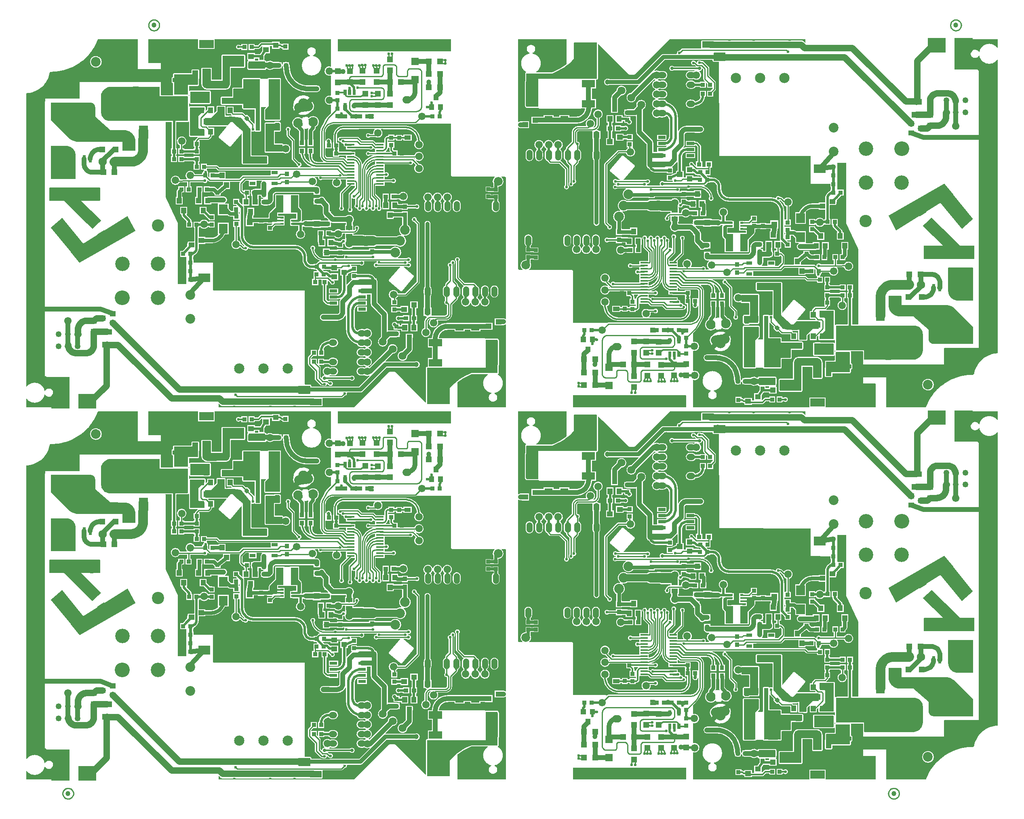
<source format=gbl>
*
%FSLAX26Y26*%
%MOIN*%
%ADD10C,0.061181*%
%ADD11R,0.061181X0.061181*%
%ADD12C,0.064171*%
%ADD13C,0.079921*%
%ADD14R,0.051181X0.051181*%
%ADD15C,0.040551*%
%ADD16C,0.101181*%
%ADD17C,0.019181*%
%ADD18C,0.119291*%
%ADD19R,0.025181X0.025181*%
%ADD20C,0.024801*%
%ADD21C,0.072051*%
%ADD22C,0.068111*%
%ADD23C,0.052361*%
%ADD24R,0.086181X0.086181*%
%ADD25C,0.048421*%
%ADD26R,0.060241X0.060241*%
%ADD27R,0.040551X0.040551*%
%ADD28R,0.033181X0.033181*%
%ADD29R,0.072051X0.072051*%
%ADD30R,0.036611X0.036611*%
%ADD31R,0.032681X0.032681*%
%ADD32R,0.041181X0.041181*%
%ADD33R,0.034641X0.034641*%
%ADD34R,0.014961X0.014961*%
%ADD35R,0.013181X0.013181*%
%ADD36C,0.060241*%
%ADD37R,0.024801X0.024801*%
%ADD38R,0.026771X0.026771*%
%ADD39R,0.079921X0.079921*%
%ADD40R,0.046181X0.046181*%
%ADD41R,0.107181X0.107181*%
%ADD42R,0.038981X0.038981*%
%ADD43R,0.066181X0.066181*%
%ADD44C,0.023622*%
%ADD45C,0.027559*%
%ADD46C,0.049213*%
%ADD47C,0.057087*%
%ADD48C,0.084646*%
%ADD49C,0.020871*%
%ADD50C,0.012991*%
%ADD51C,0.009051*%
%ADD52C,0.032681*%
%ADD53C,0.016931*%
%ADD54C,0.028741*%
%ADD55C,0.014961*%
%ADD56C,0.056301*%
%ADD57C,0.007874*%
%ADD58C,0.000200*%
%ADD59C,0.005100*%
%ADD60C,0.006100*%
%ADD61C,0.001000*%
%ADD62C,0.002000*%
%ADD63C,0.006600*%
%ADD64C,0.007087*%
%ADD65C,0.009843*%
%ADD66R,0.064000X0.064000*%
%ADD67R,0.008000X0.008000*%
%ADD68C,0.112598*%
%ADD69C,0.069291*%
%ADD70C,0.001358*%
%ADD71C,0.001516*%
%ADD72C,0.002185*%
%ADD73C,0.001398*%
%ADD74C,0.002480*%
%ADD75C,0.001181*%
%ADD76C,0.001811*%
%ADD77C,0.001752*%
%ADD78C,0.001378*%
%ADD79C,0.002697*%
%ADD80C,0.001083*%
%ADD81C,0.005315*%
%ADD82C,0.020472*%
%ADD83C,0.031890*%
%ADD84C,0.004724*%
%ADD85C,0.005118*%
%ADD86C,0.021654*%
%ADD87C,0.011811*%
%ADD88C,0.047323*%
%ADD89C,0.081651*%
%ADD90R,0.042781X0.042781*%
%ADD91C,0.058021*%
%ADD92C,0.030471*%
%ADD93C,0.037500*%
%ADD94R,0.002000X0.002000*%
%ADD95C,0.027900*%
%ADD96C,0.083862*%
%IPPOS*%
%LN504-2st46574a0.gbl*%
%LPD*%
G75*
G36*
X1633199Y241310D02*
G02X1636159Y243818I2542J0D01*
G02X1638814Y241889I-881J-4005D01*
G01X1651998Y229075D01*
X1656043Y226338D01*
X1661975Y223601D01*
X1665920Y222481D01*
G03X1676181Y221678I8848J47085D01*
G01X2388609Y221548D01*
X2389148Y221486D01*
X2486327Y221548D01*
G03X2491825Y224783I-1179J8293D01*
G03X2493887Y231874I-5857J5549D01*
G01X2493843Y283878D01*
X2492986Y287299D01*
G02X2495061Y290533I2471J698D01*
G01X2650313Y290658D01*
G03X2656375Y293146I-1082J11266D01*
G01X2657278Y293830D01*
X2671181Y307764D01*
G02X2674425Y308324I1993J-1869D01*
G03X2694711Y333019I971J19882D01*
G02X2696840Y336005I2525J452D01*
G01X2804302Y336067D01*
G03X2815857Y338120I2012J22223D01*
G01X2816220Y338244D01*
X2819365Y339986D01*
G03X2825089Y345211I-13206J20211D01*
G01X3021529Y541654D01*
G02X3025055Y542431I2990J-5176D01*
G01X3250681D01*
Y542463D01*
G02X3254487Y541467I171J-7118D01*
G03X3290036Y550425I12395J25830D01*
G03X3252461Y591480I-23098J16583D01*
G01X3251961Y591418D01*
X3011855Y591231D01*
G02X3010483Y595461I525J2508D01*
G01X3052744Y637723D01*
X3111986D01*
G03X3132503Y602677I40191J0D01*
G03X3162791Y598882I19794J35224D01*
G01X3163367Y599007D01*
X3169620Y601370D01*
X3175628Y604916D01*
X3181346Y609893D01*
X3185446Y614993D01*
X3188931Y621400D01*
G03X3192229Y635210I-36449J16002D01*
G01X3192217Y635583D01*
X3192271Y636330D01*
G02X3193333Y638818I2604J359D01*
G01X3229872Y675456D01*
G03X3236829Y697850I-23701J19641D01*
G01X3236851Y758562D01*
X3236891Y758873D01*
X3237126Y759806D01*
X3237225Y813240D01*
X3311486D01*
G03X3379465Y850127I33658J19054D01*
G01X3376195Y855352D01*
X3371721Y860391D01*
X3368156Y863377D01*
X3364453Y865803D01*
X3359744Y868104D01*
G02X3357218Y872023I11J2781D01*
G01X3357216Y910901D01*
G02X3380720Y944616I33894J1422D01*
G02X3383222Y940324I708J-2463D01*
G03X3386575Y878928I25034J-29423D01*
G01X3390546Y876564D01*
X3395776Y874325D01*
G03X3418963Y873765I12483J36595D01*
G01X3420868Y874325D01*
X3421141Y874449D01*
G03X3442557Y892924I-12791J36478D01*
G03X3446990Y911088I-33880J17891D01*
G01X3446358Y917868D01*
X3444739Y923902D01*
X3443596Y926763D01*
G02X3445611Y930185I2414J882D01*
G01X3509086Y930247D01*
G03X3562006Y985236I-2100J54980D01*
G01X3562005Y1057642D01*
G02X3562733Y1059944I2548J460D01*
G01X3604713Y1101932D01*
X3605813Y1103300D01*
X3605879Y1103425D01*
G03X3608068Y1110330I-8923J6628D01*
G01X3608066Y1113315D01*
G02X3608655Y1115928I2523J804D01*
G01X3610978Y1118789D01*
X3612121Y1120718D01*
X3613204Y1123206D01*
X3613423Y1124015D01*
X3613600Y1124450D01*
G02X3614486Y1125881I2534J-579D01*
G03X3627608Y1148959I-18575J25831D01*
G01X3627745Y1187650D01*
X3627167Y1193373D01*
X3625839Y1198225D01*
X3623773Y1202828D01*
X3620479Y1207742D01*
X3616287Y1212034D01*
X3613873Y1213900D01*
X3610119Y1216015D01*
G02X3608063Y1219623I489J2668D01*
G01X3608144Y1224226D01*
G03X3603694Y1235734I-12534J1768D01*
G01X3580820Y1258626D01*
G02X3580025Y1260989I2064J2010D01*
G01X3580250Y1392428D01*
G02X3581101Y1394232I2561J-105D01*
G03X3585412Y1418056I-13403J14728D01*
G02X3589735Y1420482I2464J673D01*
G01X3592088Y1417994D01*
X3592530Y1417248D01*
X3592698Y1416377D01*
X3592700Y1283259D01*
G03X3594295Y1277100I10587J-544D01*
G03X3596131Y1274550I8223J3984D01*
G01X3652482Y1218379D01*
X3654438Y1217135D01*
G02X3654552Y1213030I-1475J-2095D01*
G03X3641938Y1187961I19755J-25649D01*
G01X3641927Y1154806D01*
G03X3651831Y1128680I32241J-2718D01*
G01X3653434Y1127249D01*
G02X3654883Y1123641I-1085J-2531D01*
G01X3654853Y1119722D01*
G02X3653607Y1116674I-2523J-747D01*
G03X3687113Y1047316I19755J-33229D01*
G01X3691846Y1049493D01*
X3697625Y1053350D01*
X3697939Y1053661D01*
G03X3708510Y1067346I-24520J29867D01*
G01X3710484Y1072633D01*
G02X3715313Y1072633I2414J-858D01*
G03X3773637Y1051111I37124J10815D01*
G01X3779571Y1055900D01*
X3779725Y1056087D01*
G03X3787444Y1067097I-26955J27108D01*
G01X3787675Y1067533D01*
X3789137Y1071265D01*
G02X3790755Y1074375I4209J-214D01*
G02X3794513Y1073069I1348J-2179D01*
G01X3796781Y1067035D01*
G03X3803945Y1056585I34762J16148D01*
G03X3849877Y1049120I27856J26354D01*
G03X3865300Y1064111I-18636J34601D01*
G03X3870487Y1083453I-33469J19341D01*
G01X4007638D01*
Y943621D01*
G02X4003276Y941755I-2563J-41D01*
G03X3987242Y947726I-17225J-21738D01*
G01X3975988Y947789D01*
X3975385Y947913D01*
X3913120D01*
Y890685D01*
X3975117D01*
X3976278Y890996D01*
X3986508Y891058D01*
G03X4003516Y897278I-533J27821D01*
G02X4007620Y895537I1592J-1954D01*
G01X4007638Y216634D01*
G02X3997270Y205002I-11620J-80D01*
G01X3608856D01*
X3608332Y205064D01*
X3608093Y205126D01*
X3607122Y205686D01*
X3606939Y205873D01*
X3606744Y206122D01*
X3606594Y206370D01*
X3606299Y207428D01*
X3606278Y418737D01*
G02X3607691Y421785I2548J670D01*
G01X3612063Y425207D01*
G02X3703707Y478765I237476J-301162D01*
G01X3723828Y487100D01*
X3724540Y487287D01*
X3855706D01*
G02X3856107Y482373I-563J-2519D01*
G01X3850438Y478578D01*
X3849780Y478019D01*
X3849185Y477645D01*
X3841554Y471052D01*
X3834320Y462965D01*
G03X3830118Y368476I64257J-50195D01*
G03X3862987Y339551I68039J44177D01*
G01X3863294Y339364D01*
X3870393Y336378D01*
X3881094Y333268D01*
X3884936Y332522D01*
G02X3885443Y327732I-618J-2487D01*
G01X3879806Y324995D01*
X3876278Y322569D01*
G03X3868362Y313798I21529J-27390D01*
G03X3910305Y327545I29287J-18497D01*
G02X3911024Y332397I1094J2317D01*
G01X3917305Y333641D01*
X3925350Y336005D01*
X3934295Y339800D01*
G03X3939034Y483368I-35899J73047D01*
G02X3940144Y488158I1406J2198D01*
G03X3942323Y489526I-2526J6440D01*
G01X3942645Y489775D01*
X3943271Y490397D01*
G03X3945667Y497862I-6502J6204D01*
G01X3945633Y557889D01*
G02X3946018Y559258I2574J15D01*
G01X3947300Y561124D01*
X3947717Y561933D01*
X3948217Y563426D01*
X3948406Y564483D01*
X3948432Y762854D01*
G03X3947341Y766462I-7967J-440D01*
G01X3947078Y766959D01*
X3946179Y768141D01*
G02X3945653Y770070I2258J1651D01*
G01X3945621Y770630D01*
G03X3937854Y780209I-8961J673D01*
G01X3837154Y780271D01*
G02X3835070Y781329I33J2646D01*
G03X3830488Y783630I-5666J-5567D01*
G01X3487669Y783693D01*
G02X3485598Y784750I8J2571D01*
G01X3453617Y784874D01*
G02X3451399Y787425I352J2546D01*
G02X3529812Y853611I73666J-7733D01*
G01X3579682Y853548D01*
G02X3581841Y851185I-398J-2531D01*
G01X3581850Y840237D01*
X3664128D01*
X3664131Y850936D01*
G02X3666295Y853486I2571J12D01*
G01X3669730Y853573D01*
X3669819Y853548D01*
Y853517D01*
X3706308D01*
Y853548D01*
X3706397Y853573D01*
X3709831Y853486D01*
G02X3711330Y852678I-398J-2531D01*
G02X3711998Y848945I-5554J-2921D01*
G01X3712031Y840237D01*
X3794247D01*
X3794281Y852491D01*
X3794840Y852553D01*
X3795679Y853237D01*
X3795964Y853362D01*
X3796445Y853486D01*
X3831351D01*
X3832291Y853300D01*
X3894407D01*
X3894439Y910217D01*
X3894411Y910466D01*
X3832045D01*
X3831158Y910341D01*
X3524258Y910217D01*
G03X3491788Y905987I-236J-124929D01*
G01X3480477Y902504D01*
X3467796Y897154D01*
X3456552Y890996D01*
X3446400Y884091D01*
X3436521Y875880D01*
X3427554Y866798D01*
X3427260Y866425D01*
X3426835Y865989D01*
X3416935Y853237D01*
X3408688Y839366D01*
X3404221Y829724D01*
G03X3394981Y793085I120610J-49902D01*
G01X3394684Y790100D01*
X3394467Y787114D01*
G02X3392268Y784874I-2553J307D01*
G01X3362031Y784750D01*
X3362032Y708425D01*
X3393298Y708363D01*
G02X3395445Y706123I-398J-2531D01*
G01X3395456Y621898D01*
G02X3393242Y619472I-2575J126D01*
G01X3362062Y619410D01*
X3362030Y619348D01*
X3361993Y550487D01*
G02X3359960Y548123I-2558J144D01*
G01X3354398Y547999D01*
G03X3347915Y544889I136J-8595D01*
G03X3345671Y537611I6805J-6083D01*
G01X3345679Y254081D01*
G02X3341145Y252402I-2568J-27D01*
G01X3093071Y500350D01*
G03X3086692Y503958I-7438J-5707D01*
G01X3051362Y504020D01*
G03X3041168Y500350I-2126J-10087D01*
G01X2753101Y212467D01*
X2748009Y208921D01*
X2745301Y207552D01*
X2740276Y205873D01*
X2734727Y205002D01*
X1635852D01*
X1635327Y205064D01*
G02X1633290Y207552I525J2507D01*
G01X1633199Y241267D01*
G02X1633199Y241310I2542J45D01*
G37*
G36*
X1831450Y2008267D02*
G02X1831591Y2009126I2683J0D01*
G01X1831626Y2053167D01*
G02X1832722Y2055841I2561J512D01*
G01X1858840Y2081967D01*
G02X1863247Y2083616I3490J-2616D01*
G01X1878258D01*
Y2083647D01*
X1878348Y2083671D01*
X1881783Y2083585D01*
G02X1883941Y2081221I-399J-2531D01*
G01X1883950Y2038797D01*
X1948507D01*
X1948528Y2081345D01*
G02X1950675Y2083585I2545J-291D01*
G01X1954110Y2083671D01*
X1954199Y2083647D01*
Y2083616D01*
X1984915D01*
X1984951Y2083657D01*
X1992645Y2083585D01*
G02X1993299Y2078795I-561J-2516D01*
G01X1989748Y2075622D01*
X1989132Y2074876D01*
G03X1982022Y2054224I21213J-18853D01*
G01X1982061Y2018954D01*
G02X1979857Y2016652I-2565J250D01*
G01X1933226Y2016528D01*
G03X1919976Y2013044I91J-27290D01*
G01X1919148Y2012609D01*
X1915590Y2010121D01*
X1913058Y2007819D01*
G02X1911865Y2007322I-1552J2043D01*
G01X1903421Y2007197D01*
X1903369Y1997929D01*
G02X1902634Y1995254I-3091J-589D01*
G03X1903009Y1969252I25155J-12640D01*
G01X1903261Y1968693D01*
G02X1903384Y1966640I-4853J-1321D01*
G01X1903420Y1957993D01*
X1903781Y1957931D01*
X1906178Y1957869D01*
G02X1908342Y1955319I-399J-2532D01*
G01X1908333Y1941198D01*
X1908062Y1940016D01*
X1908031Y1939705D01*
X1908061Y1877936D01*
X1965316D01*
X1965317Y1940016D01*
X1965057Y1941136D01*
X1965067Y1957496D01*
G02X1967214Y1959735I2545J-291D01*
G01X1970648Y1959822D01*
X1970737Y1959797D01*
Y1959766D01*
X1979495D01*
Y1959797D01*
X1979608Y1959828D01*
X1980623Y1959797D01*
G02X1984092Y1958242I952J-2523D01*
G01X1985132Y1955941D01*
G02X1985807Y1952581I-4788J-2711D01*
G01X1985860Y1943811D01*
X1985878Y1943748D01*
X1993089Y1943686D01*
X1994657Y1943479D01*
X1995403Y1943562D01*
X1996702Y1943500D01*
X1996926Y1943428D01*
X1996928Y1943447D01*
X2004144Y1940700D01*
G02X2003825Y1935973I-1166J-2296D01*
G01X1996265Y1933111D01*
X1985910Y1933049D01*
X1985860Y1932987D01*
X1985842Y1923781D01*
G02X1984944Y1920733I-5914J85D01*
G03X1985578Y1894731I25426J-12389D01*
G02X1985848Y1892927I-3244J-1408D01*
G01X1985860Y1883845D01*
X1985944Y1883783D01*
X1995846Y1883534D01*
X1996327Y1883410D01*
X2000236Y1881419D01*
X2004380Y1879989D01*
X2010515Y1879056D01*
X2038773Y1878990D01*
G03X2053863Y1881419I-672J52260D01*
G01X2054319Y1881544D01*
X2057360Y1882663D01*
G03X2086703Y1911900I-19170J48584D01*
G03X2090285Y1933609I-45671J18686D01*
G01X2090374Y1964836D01*
G02X2092731Y1972674I20505J-1891D01*
G01X2094290Y1975037D01*
X2096712Y1977650D01*
X2099456Y1979703D01*
X2102729Y1981320D01*
X2106030Y1982253D01*
X2108046Y1982502D01*
X2415651D01*
G02X2416727Y1982067I-398J-2531D01*
G02X2417817Y1976779I-4913J-3769D01*
G01X2417855Y1966515D01*
X2417866Y1966453D01*
X2433872Y1966329D01*
X2434353Y1966204D01*
G03X2454238Y1966267I9861J26267D01*
G01X2454525Y1966329D01*
X2470532Y1966453D01*
X2470543Y1966515D01*
X2470535Y1981756D01*
X2470719Y1982875D01*
X2471891Y1986794D01*
X2472502Y1991522D01*
X2472545Y2010619D01*
G03X2459114Y2035003I-28343J279D01*
G01X2456381Y2036496D01*
G03X2445530Y2039233I-11574J-23007D01*
G01X2428364Y2039357D01*
G02X2426467Y2042716I524J2511D01*
G02X2429613Y2045267I6048J-4245D01*
G01X2433454Y2048004D01*
G03X2430093Y2110644I-24307J30106D01*
G02X2430949Y2115309I1417J2151D01*
G01X2439499Y2115371D01*
Y2115340D01*
X2450598D01*
Y2115371D01*
X2450672Y2115392D01*
X2454724Y2115309D01*
G02X2456659Y2112199I-559J-2505D01*
G03X2490233Y2093848I19420J-4357D01*
G01X2491101Y2094222D01*
X2577540D01*
G02X2579000Y2090116I-562J-2512D01*
G01X2576945Y2087130D01*
X2576513Y2086322D01*
X2576255Y2085948D01*
X2575824Y2085140D01*
G03X2572377Y2076431I30520J-17117D01*
G03X2582522Y2039170I37167J-9892D01*
G03X2640276Y2090365I27229J27456D01*
G02X2641907Y2094222I2192J1346D01*
G01X2647849Y2094284D01*
Y2094253D01*
X2680869D01*
Y2094284D01*
X2680958Y2094308D01*
X2684393Y2094222D01*
G02X2686557Y2091671I-400J-2533D01*
G01X2686590Y2042405D01*
G02X2688197Y2037740I6J-2607D01*
G01X2640268Y1989842D01*
X2639435Y1988785D01*
G03X2637012Y1979330I10340J-7688D01*
G01X2637003Y1870782D01*
G02X2635880Y1868792I-2575J140D01*
G01X2634256Y1867050D01*
X2633947Y1866615D01*
G03X2631507Y1862633I10800J-9356D01*
G03X2629694Y1854360I17639J-8200D01*
G03X2641116Y1836383I19903J28D01*
G03X2658924Y1836756I8552J16997D01*
G01X2661744Y1838622D01*
G03X2667166Y1845030I-10166J14100D01*
G03X2669524Y1854360I-16224J9063D01*
G03X2663463Y1868667I-19915J1D01*
G01X2662775Y1869352D01*
G02X2662209Y1870969I1997J1606D01*
G01X2662247Y1975348D01*
G02X2663707Y1977650I3378J-528D01*
G01X2727313Y2041223D01*
G02X2728974Y2042219I2078J-1585D01*
G01X2756887D01*
G02X2758667Y2041037I-399J-2533D01*
G02X2759054Y2036558I-14270J-3489D01*
G01X2759030Y2029591D01*
G02X2757504Y2027289I-3313J540D01*
G01X2713107Y1983000D01*
G03X2710451Y1980014I8001J-9792D01*
G03X2708097Y1974664I8337J-6862D01*
G01X2708028Y1974415D01*
X2707863Y1858963D01*
G02X2706740Y1856973I-2576J141D01*
G01X2705116Y1855231D01*
G03X2700554Y1842541I15353J-12684D01*
G03X2701693Y1836010I19820J90D01*
G03X2706350Y1828545I15198J4297D01*
G03X2707763Y1827239I5101J4100D01*
G01X2709667Y1825808D01*
X2712532Y1824315D01*
G03X2728547Y1824378I7942J17058D01*
G03X2730803Y1825559I-2880J8241D01*
G01X2731270Y1825808D01*
X2732604Y1826804D01*
G03X2738054Y1851810I-11948J15701D01*
G03X2736131Y1854796I-9763J-4177D01*
G01X2735821Y1855231D01*
X2733687Y1857470D01*
G02X2733066Y1860207I1902J1870D01*
G01X2733084Y1937652D01*
G02X2737682Y1938896I2543J-279D01*
G03X2759549Y1934356I14349J14179D01*
G02X2762990Y1931930I924J-2343D01*
G01X2762990Y1891496D01*
G02X2761862Y1888448I-2530J-796D01*
G01X2760239Y1886707D01*
X2759929Y1886271D01*
G03X2757491Y1882290I10788J-9343D01*
G03X2763538Y1858217I18092J-8252D01*
G03X2777479Y1854111I12315J16096D01*
G02X2779383Y1852370I-543J-2506D01*
G01X2780048Y1849073D01*
G03X2781727Y1844967I14701J3616D01*
G03X2782992Y1842915I7066J2938D01*
G03X2786358Y1839244I11537J7203D01*
G01X2786760Y1838871D01*
X2787384Y1838436D01*
X2787733Y1838125D01*
G03X2818998Y1852245I11528J16150D01*
G02X2820922Y1854111I2484J-636D01*
G01X2824105Y1854174D01*
G03X2831385Y1855978I-1115J20092D01*
G02X2834386Y1854111I477J-2579D01*
G01X2834570Y1852183D01*
G03X2841530Y1839182I19646J2154D01*
G01X2841855Y1838871D01*
X2842479Y1838436D01*
X2842828Y1838125D01*
G03X2874272Y1852867I11564J16241D01*
G02X2878113Y1854485I2557J-703D01*
G03X2886595Y1854671I3812J19592D01*
G02X2889637Y1852619I501J-2537D01*
G01X2890267Y1849135D01*
G03X2893493Y1842541I16924J4194D01*
G03X2896649Y1839182I11868J7988D01*
G01X2896974Y1838871D01*
X2897599Y1838436D01*
X2897947Y1838125D01*
G03X2929431Y1854049I11556J16238D01*
G02X2933190Y1856164I2656J-322D01*
G01X2937844Y1855915D01*
G02X2939947Y1853365I-1231J-3157D01*
G01X2940077Y1850628D01*
G03X2946555Y1838187I18526J1740D01*
G01X2946978Y1837752D01*
X2947879Y1837067D01*
G03X2953750Y1834019I10139J12351D01*
G03X2979354Y1849011I6097J18948D01*
G01X2984997D01*
X2985088Y1848948D01*
X3042281D01*
X3042288Y1911091D01*
X3059830D01*
X3059837Y1848948D01*
X3097860Y1848824D01*
X3098341Y1848700D01*
G03X3107449Y1846771I8875J19444D01*
G01X3145733Y1846709D01*
G02X3147891Y1844345I-398J-2531D01*
G01X3147897Y1842852D01*
X3196718D01*
X3196720Y1851996D01*
G02X3198885Y1854547I2563J19D01*
G01X3258873D01*
X3259644Y1854236D01*
G03X3291494Y1870066I11992J15830D01*
G01X3330954D01*
X3330907Y1859461D01*
G03X3395467Y1856724I32223J-2710D01*
G01X3395460Y1887640D01*
G03X3392050Y1906550I-31954J4002D01*
G01X3390564Y1909225D01*
X3386942Y1914015D01*
G02X3387352Y1917249I2167J1369D01*
G01X3391573Y1921417D01*
X3395913Y1927513D01*
X3398988Y1934293D01*
G02X3400499Y1936719I2619J52D01*
G02X3404080Y1935289I1195J-2205D01*
G03X3415545Y1917685I36843J11460D01*
G02X3417787Y1915072I-2181J-4138D01*
G02X3417262Y1912957I-2514J-499D01*
G03X3409666Y1892989I24305J-20676D01*
G01X3409648Y1860394D01*
G03X3474207Y1856724I32176J-3666D01*
G01X3474200Y1887640D01*
G03X3472617Y1902133I-31659J3876D01*
G01X3471427Y1905244D01*
X3469105Y1909536D01*
X3465623Y1914077D01*
G02X3466024Y1917311I2163J1374D01*
G01X3468821Y1919986D01*
G03X3476551Y1931619I-26730J26147D01*
G01X3477018Y1932614D01*
X3478255Y1936159D01*
G02X3480085Y1939705I4016J172D01*
G02X3483661Y1938274I1198J-2190D01*
G03X3493578Y1919986I37690J8606D01*
G01X3495111Y1918431D01*
G02X3497223Y1915819I-2305J-4024D01*
G02X3496698Y1913766I-2523J-448D01*
G01X3494569Y1911153D01*
X3491887Y1906799D01*
X3490205Y1902880D01*
G03X3488406Y1892989I28676J-10326D01*
G01X3488388Y1859461D01*
G03X3552947Y1856724I32222J-2738D01*
G01Y1856729D01*
X3567012D01*
G03X3631673Y1856164I32333J0D01*
G01X3631690Y1890004D01*
G03X3631759Y1892113I-32078J2109D01*
G01X3888406D01*
X3888388Y1859461D01*
G03X3952947Y1856724I32223J-2709D01*
G01X3952941Y1887578D01*
G03X3953066Y1890696I-38771J3119D01*
G01X4007639D01*
X4007638Y1152169D01*
X3942907D01*
G03X3942681Y1155988I-32477J0D01*
G01X3942591Y1185473D01*
G03X3932241Y1211226I-32150J2036D01*
G01X3929841Y1213216D01*
X3926568Y1215331D01*
G03X3922829Y1217197I-8073J-11496D01*
G03X3914072Y1219499I-11653J-26527D01*
G03X3878175Y1188583I-3629J-32085D01*
G01X3878148Y1154744D01*
G03X3878032Y1152016I32222J-2728D01*
G01X3863956D01*
X3863843Y1188645D01*
G03X3851820Y1212594I-32181J-1164D01*
G01X3851094Y1213216D01*
X3847464Y1215580D01*
X3846056Y1216326D01*
G03X3818789Y1217011I-14317J-26896D01*
G01X3814846Y1214958D01*
X3811812Y1212781D01*
G03X3802636Y1201459I18945J-24735D01*
G03X3799431Y1183607I32560J-15059D01*
G01X3799408Y1154744D01*
G03X3812178Y1126254I32240J-2655D01*
G02X3813186Y1123455I-1544J-2137D01*
G01X3813186Y1119722D01*
G02X3812037Y1116674I-2519J-791D01*
G01X3810548Y1115741D01*
X3805406Y1111698D01*
X3800330Y1105913D01*
X3796538Y1099319D01*
X3795080Y1095587D01*
G02X3793456Y1092477I-4168J197D01*
G02X3789708Y1093783I-1341J2184D01*
G01X3787263Y1100252D01*
X3785434Y1103611D01*
X3781442Y1109023D01*
X3775900Y1114186D01*
X3772426Y1116550D01*
G02X3770954Y1119785I1068J2439D01*
G01X3770955Y1123081D01*
G02X3772044Y1125943I2530J675D01*
G03X3785218Y1151011I-19220J26096D01*
G01X3785088Y1188645D01*
G03X3772796Y1212781I-32130J-1166D01*
G01X3769769Y1214958D01*
X3766387Y1216762D01*
G02X3764753Y1218193I813J2577D01*
G03X3762485Y1221863I-7932J-2365D01*
G01X3746489Y1237911D01*
G03X3739769Y1240897I-8942J-11070D01*
G01X3665967Y1241084D01*
G02X3664577Y1241768I390J2546D01*
G01X3619576Y1286680D01*
X3618946Y1287364D01*
G02X3617892Y1289977I2386J2481D01*
G01X3617916Y1415008D01*
G02X3618640Y1418181I2496J1099D01*
G03X3585497Y1430995I-13347J14747D01*
G03X3586701Y1425770I16430J1035D01*
G01X3587534Y1423779D01*
G02X3583129Y1421415I-2508J-612D01*
G03X3547880Y1410654I-15434J-12556D01*
G01X3547791Y1408974D01*
G02X3545443Y1406673I-2551J254D01*
G03X3535617Y1404371I-773J-18826D01*
G03X3524949Y1386767I9226J-17625D01*
G03X3528789Y1375073I17578J-705D01*
G01X3529118Y1374575D01*
X3530339Y1373144D01*
G02X3531484Y1369910I-1893J-2490D01*
G01X3531516Y1263291D01*
G02X3530891Y1260554I-2542J-859D01*
G01X3508907Y1238533D01*
G03X3504158Y1229452I7747J-9834D01*
G01X3504135Y1219810D01*
G02X3502888Y1216575I-2510J-890D01*
G01X3500864Y1215518D01*
X3496678Y1212656D01*
X3493284Y1209484D01*
G03X3488014Y1201957I22501J-21362D01*
G03X3484639Y1190449I27139J-14208D01*
G01X3484590Y1190200D01*
X3484452Y1154744D01*
G03X3497974Y1125694I32289J-2642D01*
G01X3501751Y1123393D01*
G02X3503143Y1121278I-1164J-2282D01*
G01X3503152Y1096396D01*
G02X3502476Y1093596I-2519J-873D01*
G03X3499930Y1066662I13237J-14839D01*
G01X3500198Y1066351D01*
G03X3503612Y1062992I12723J9517D01*
G01X3504003Y1062681D01*
X3504683Y1062245D01*
G03X3515081Y1058886I10820J15719D01*
G01X3517637Y1058824D01*
G02X3519642Y1056336I-558J-2501D01*
G01X3519643Y987911D01*
G02X3505529Y971675I-16500J91D01*
G01X3394538D01*
G02X3392505Y974039I525J2507D01*
G01X3392466Y1036181D01*
X3388638Y1036244D01*
G02X3386600Y1038794I525J2508D01*
G01X3386617Y1132785D01*
G02X3387526Y1136393I4439J800D01*
G01X3388051Y1137451D01*
G03X3391510Y1150949I-28795J14571D01*
G01X3391309Y1187899D01*
G03X3388042Y1201957I-29186J626D01*
G01X3387401Y1203201D01*
X3384292Y1207804D01*
X3383830Y1208302D01*
G02X3382649Y1211661I2275J2686D01*
G01X3382677Y1726467D01*
G03X3372184Y1748363I-24351J1793D01*
G01X3371441Y1748923D01*
X3370076Y1749732D01*
X3369606Y1749919D01*
X3368734Y1750416D01*
X3367299Y1751038D01*
X3363666Y1752158D01*
X3359621Y1752718D01*
X3355512Y1752593D01*
X3351708Y1751847D01*
X3347873Y1750416D01*
X3347372Y1750105D01*
X3346531Y1749732D01*
X3345166Y1748923D01*
X3344788Y1748612D01*
G03X3337130Y1740526I12837J-19826D01*
G01X3335543Y1737229D01*
G03X3333969Y1729608I40466J-12335D01*
G01X3293818D01*
G03X3290388Y1738162I-12381J0D01*
G01X3269590Y1759000D01*
X3269410Y1759249D01*
X3269270Y1759498D01*
X3269164Y1759747D01*
X3269015Y1760804D01*
G03X3261549Y1779279I-19676J2794D01*
G03X3253315Y1783136I-10970J-12704D01*
G01X3252260Y1783322D01*
G03X3237282Y1747866I-2944J-19649D01*
G03X3246600Y1743947I11373J14005D01*
G01X3248491Y1743760D01*
G02X3249715Y1743200I-416J-2528D01*
G01X3267061Y1725907D01*
G02X3268521Y1723606I-1858J-2792D01*
G01X3268525Y1676782D01*
X3220579D01*
G03X3206471Y1710792I-48045J0D01*
G01X3203635Y1713404D01*
X3196463Y1718443D01*
G02X3194749Y1721864I869J2575D01*
G01X3194769Y1774552D01*
G02X3196687Y1776791I2572J-262D01*
G01X3196718Y1829230D01*
X3196686Y1829416D01*
X3147921D01*
X3147897Y1829354D01*
X3147856Y1827612D01*
G02X3145860Y1825559I-2522J456D01*
G01X3081758D01*
G02X3079725Y1827923I525J2508D01*
G01X3079695Y1830163D01*
X3022422D01*
X3022400Y1830100D01*
X3022400Y1767958D01*
X3022445Y1767896D01*
X3079673D01*
X3079718Y1767958D01*
X3079744Y1778284D01*
G02X3081891Y1780523I2546J-292D01*
G01X3085325Y1780610D01*
X3085414Y1780585D01*
Y1780554D01*
X3142208D01*
Y1780617D01*
X3143336D01*
Y1780585D01*
X3145733Y1780523D01*
G02X3147891Y1778159I-398J-2531D01*
G01X3147897Y1776791D01*
G02X3149867Y1774054I-607J-2514D01*
G01X3149866Y1721553D01*
G02X3148729Y1718505I-2524J-795D01*
G03X3133247Y1649147I23817J-41724D01*
G01X3133690Y1648587D01*
X3133965Y1648152D01*
X3138959Y1642429D01*
X3144208Y1637950D01*
G02X3142033Y1633596I-1795J-1824D01*
G03X3125480Y1633596I-8277J-44988D01*
G03X3112941Y1629552I5761J-39327D01*
G01X3112438Y1629366D01*
X3106221Y1625696D01*
G02X3103767Y1624514I-2714J2497D01*
G01X2939380D01*
G02X2937246Y1625447I365J3740D01*
G01X2930704Y1629366D01*
X2930200Y1629552D01*
G03X2917624Y1633596I-17822J-33853D01*
G01X2913336Y1634156D01*
X2853513Y1634218D01*
X2846768Y1633440D01*
X2837172Y1633909D01*
G02X2833678Y1634840I-1066J3020D01*
G03X2827492Y1638510I-8028J-6484D01*
G01X2749054Y1638696D01*
G02X2746844Y1641060I361J2551D01*
G01X2746795Y1645539D01*
G02X2748838Y1648774I2485J693D01*
G01X2753322Y1649147D01*
X2759204Y1650391D01*
G03X2785666Y1674962I-11089J38477D01*
G02X2786556Y1676330I2660J-756D01*
G03X2787819Y1708552I-10959J16566D01*
G03X2763855Y1708926I-12228J-15594D01*
G03X2756774Y1699222I9169J-14126D01*
G03X2759241Y1681556I18835J-6375D01*
G02X2757869Y1677885I-2754J-1062D01*
G01X2757126Y1677263D01*
G02X2749757Y1674215I-8856J10980D01*
G02X2746856Y1676579I-303J2590D01*
G01X2746816Y1720247D01*
X2746790Y1720278D01*
X2746585D01*
X2746559Y1720247D01*
Y1720216D01*
X2745584D01*
Y1720247D01*
X2742983Y1720309D01*
G02X2740946Y1722797I525J2508D01*
G01X2740946Y1734927D01*
G02X2741455Y1738037I3245J1066D01*
G03X2692419Y1796821I-28836J25790D01*
G01X2687374Y1793151D01*
G02X2685362Y1792218I-2060J1806D01*
G01X2589441D01*
X2588917Y1792280D01*
X2588677Y1792342D01*
X2587707Y1792902D01*
X2562682Y1817908D01*
G02X2561420Y1819837I1349J2261D01*
G01X2561383Y1820148D01*
X2561341Y1831842D01*
X2557578D01*
Y1831811D01*
X2556603D01*
Y1831842D01*
X2554184Y1831904D01*
G02X2551966Y1834455I359J2552D01*
G01X2551967Y1878247D01*
G03X2547930Y1892741I-28849J-226D01*
G01X2545551Y1896162D01*
X2519692Y1922163D01*
G02X2518027Y1924403I1807J3083D01*
G01X2517450Y1925771D01*
X2515411Y1929379D01*
X2513894Y1931494D01*
X2513755Y1931743D01*
X2513649Y1931992D01*
G03X2501557Y1948227I-27322J-7729D01*
G03X2471421Y1948476I-15266J-23873D01*
G01X2469412Y1947170D01*
X2466229Y1944433D01*
X2465914Y1944059D01*
X2465390Y1943562D01*
G02X2463578Y1942442I-2376J1820D01*
G01X2442472Y1942318D01*
X2438766Y1941820D01*
X2434050Y1940514D01*
X2417858Y1940389D01*
X2417801Y1924714D01*
X2417756Y1924403D01*
G03X2417068Y1905741I26423J-10319D01*
G01X2417750Y1903689D01*
X2417798Y1903378D01*
X2417863Y1887702D01*
X2433688Y1887640D01*
X2433975Y1887578D01*
G03X2444781Y1885711I9851J24823D01*
G01X2475327Y1885649D01*
G02X2476768Y1884903I-398J-2531D01*
G01X2494271Y1867361D01*
G02X2495306Y1864189I-1508J-2247D01*
G01X2495275Y1818655D01*
G03X2500882Y1799931I28237J-1745D01*
G01X2501715Y1798874D01*
X2507950Y1792467D01*
G02X2508650Y1789605I-2374J-2098D01*
G01X2508657Y1779155D01*
X2520642Y1779093D01*
G02X2522082Y1778346I-398J-2531D01*
G01X2541215Y1759187D01*
G02X2538896Y1754833I-1796J-1838D01*
G01X2533594Y1755113D01*
X2533459Y1755081D01*
Y1755050D01*
X2532484D01*
Y1755081D01*
X2480759Y1755206D01*
G02X2478545Y1757632I361J2552D01*
G01X2478538Y1760431D01*
X2478522Y1760493D01*
X2411236D01*
X2411217Y1760431D01*
G02X2409180Y1756699I-2477J-1070D01*
G01X2362626Y1756761D01*
G03X2346630Y1757010I-8376J-24148D01*
G01X2346185Y1756823D01*
X2345587Y1756699D01*
X2342551Y1755517D01*
X2340730Y1754646D01*
X2340267Y1754522D01*
X2333667Y1754459D01*
X2333640Y1754397D01*
X2333607Y1753029D01*
G02X2332626Y1747990I-5479J-1548D01*
G02X2331416Y1747368I-1735J1886D01*
G01X2324067Y1747026D01*
X2323969Y1747057D01*
Y1747088D01*
X2323810D01*
Y1747057D01*
X2320593Y1746933D01*
G02X2317905Y1750852I-500J2538D01*
G01X2318355Y1751536D01*
X2319985Y1754770D01*
X2321143Y1758503D01*
X2321223Y1759063D01*
X2321346Y1759560D01*
X2321579Y1761489D01*
X2321647Y1832775D01*
G03X2317097Y1848202I-22262J1818D01*
G01X2301105Y1864500D01*
G02X2300457Y1866739I1903J1764D01*
G01X2300426Y1970621D01*
X2224055D01*
G02X2222351Y1969377I-2229J1264D01*
G01X2180153D01*
X2179171Y1969812D01*
X2178943Y1969999D01*
X2178760Y1970185D01*
X2178566Y1970434D01*
X2178415Y1970683D01*
X2102027D01*
X2102030Y1869414D01*
G02X2101325Y1867174I-2552J-427D01*
G01X2057102Y1822636D01*
G03X2047718Y1803539I15134J-19291D01*
G01X2047683Y1781456D01*
G02X2045474Y1779093I-2572J189D01*
G01X2034872Y1779030D01*
X2033672Y1778646D01*
X2033668Y1778657D01*
X2033666Y1778670D01*
X2033193Y1778533D01*
X2010292Y1778222D01*
X2010053Y1778284D01*
X2009732Y1778408D01*
X2009310Y1778657D01*
X2008956Y1778968D01*
X1959765D01*
X1958683Y1778657D01*
X1958158Y1778595D01*
X1922508D01*
G02X1919963Y1781456I0J2563D01*
G01X1922327Y1794955D01*
G02X1924419Y1796883I2491J-604D01*
G01X1927582Y1796945D01*
X1927917Y1797007D01*
X1927942Y1859212D01*
X1870636D01*
X1870619Y1828794D01*
X1863296Y1786059D01*
X1863149Y1778284D01*
G02X1861120Y1775982I-2554J206D01*
G01X1858556Y1775920D01*
X1858090Y1775858D01*
X1858060Y1708615D01*
X1846176D01*
X1846143Y1865184D01*
X1845659Y1868170D01*
X1844973Y1870347D01*
X1842967Y1874204D01*
G02X1844878Y1877874I2310J1130D01*
G01X1890510Y1877936D01*
X1890516Y1940203D01*
X1876704Y1940265D01*
G02X1875130Y1941136I383J2549D01*
G02X1874482Y1944806I4495J2686D01*
G01X1874503Y1955630D01*
G02X1876650Y1957869I2545J-292D01*
G01X1892676Y1957931D01*
X1892677Y2007197D01*
X1843421D01*
X1843364Y2001288D01*
G02X1838987Y1999608I-2531J51D01*
G01X1832217Y2006389D01*
G02X1831450Y2008267I1916J1878D01*
G37*
G36*
X1846176Y1708615D02*
G01X1925377D01*
X1925380Y1727836D01*
G02X1926234Y1732937I7867J1305D01*
G02X1927545Y1733559I1710J-1911D01*
G01X1930980Y1733645D01*
X1931069Y1733621D01*
Y1733590D01*
X1953898D01*
Y1733621D01*
X1953988Y1733645D01*
X1957423Y1733559D01*
G02X1959587Y1731008I-399J-2532D01*
G01Y1729764D01*
X1967481Y1729702D01*
G03X1970870Y1729702I1694J8780D01*
G01X2008881Y1729764D01*
G02X2011075Y1733310I2517J894D01*
G01X2032233Y1733559D01*
G02X2034380Y1731319I-399J-2532D01*
G01X2034398Y1730013D01*
X2034426Y1729764D01*
X2076492Y1729702D01*
G02X2077856Y1725285I-399J-2542D01*
G01X2072754Y1720185D01*
G02X2071038Y1719189I-2120J1679D01*
G01X2034431Y1719065D01*
X2034400Y1669799D01*
X2083718D01*
X2083720Y1692752D01*
G02X2084187Y1695925I3864J1052D01*
G01X2101797Y1713591D01*
G02X2106319Y1715395I4048J-3577D01*
G01Y1715364D01*
X2133408D01*
Y1715395D01*
X2133493Y1715418D01*
X2137096Y1715333D01*
G02X2139097Y1712596I-556J-2507D01*
G01X2139149Y1712533D01*
X2179989D01*
X2180007Y1712596D01*
X2180007Y1794706D01*
X2179957Y1794768D01*
X2128094Y1794830D01*
G02X2125880Y1797256I361J2552D01*
G01X2125873Y1807022D01*
G02X2126542Y1810755I6232J809D01*
G02X2128041Y1811563I1897J-1722D01*
G01X2131476Y1811650D01*
X2131565Y1811626D01*
Y1811594D01*
X2149747D01*
Y1811626D01*
X2149860Y1811657D01*
X2152045Y1811563D01*
X2152626Y1811439D01*
X2153574Y1811128D01*
X2243741D01*
X2244694Y1811439D01*
X2245275Y1811563D01*
X2274603D01*
G02X2276750Y1809324I-399J-2532D01*
G01X2276757Y1772685D01*
G02X2274543Y1770259I-2574J126D01*
G01X2245355Y1770135D01*
X2243591Y1769948D01*
X2240789Y1769264D01*
X2225742Y1769140D01*
X2225740Y1712596D01*
X2225759Y1712533D01*
X2235797Y1712471D01*
X2236278Y1712347D01*
X2236563Y1712222D01*
G03X2249162Y1709548I10295J17485D01*
G01X2290348Y1709485D01*
G02X2292495Y1707246I-398J-2531D01*
G01X2292512Y1678072D01*
G02X2290695Y1674651I-2544J-842D01*
G03X2339996Y1667373I20330J-32911D01*
G01X2336061Y1671230D01*
X2332390Y1673842D01*
X2452364D01*
X2452396Y1625260D01*
G02X2453305Y1623394I-1659J-1962D01*
G01X2453310Y1580100D01*
G03X2457148Y1565357I22366J-2048D01*
G01X2457969Y1564237D01*
G02X2458716Y1562060I-1971J-1894D01*
G01X2458717Y1541408D01*
X2458747Y1541284D01*
X2516011D01*
X2516040Y1541408D01*
X2533517D01*
X2533547Y1541284D01*
X2590811D01*
X2590833Y1541346D01*
X2590840Y1541408D01*
X2590841Y1542341D01*
G02X2594088Y1544830I2562J20D01*
G01X2611350Y1540351D01*
G02X2613381Y1537987I-539J-2517D01*
G01X2613389Y1530398D01*
X2613416Y1530336D01*
X2662182D01*
X2662209Y1530398D01*
X2662206Y1558328D01*
G02X2663136Y1561438I2510J944D01*
G01X2663745Y1562060D01*
G02X2665185Y1562807I1838J-1784D01*
G01X2670921Y1563615D01*
G02X2673957Y1561438I495J-2516D01*
G03X2729792Y1528283I38727J1627D01*
G01X2735860Y1532015D01*
X2740746Y1536370D01*
X2741084Y1536805D01*
X2741711Y1537427D01*
G02X2743455Y1538547I2139J-1414D01*
G01X2798271Y1538578D01*
X2856285Y1537094D01*
X2864698Y1538174D01*
X2925955Y1538236D01*
X2925990Y1538547D01*
G02X2928400Y1542217I2560J946D01*
G01X2928611Y1542341D01*
X2931488Y1543585D01*
X2937865Y1547567D01*
X2938417Y1547815D01*
X2938898Y1547940D01*
X3104299D01*
X3105070Y1547629D01*
G03X3162019Y1625136I28638J38633D01*
G02X3164419Y1629428I1835J1791D01*
G03X3220579Y1676782I8115J47355D01*
G01X3268525D01*
X3268565Y1251596D01*
G02X3268112Y1249668I-2918J-331D01*
G01X3174086Y1155552D01*
G02X3172029Y1154557I-2066J1646D01*
G01X3116897D01*
G02X3114649Y1155926I20J2563D01*
G03X3039179Y1144056I-36801J-11869D01*
G01X2945643D01*
X2945602Y1251534D01*
X2945013Y1255640D01*
X2943580Y1260243D01*
X2941832Y1263789D01*
X2939859Y1266774D01*
G02X2939537Y1268267I2446J1307D01*
G01X2939506Y1276603D01*
X2929707Y1276665D01*
G02X2927814Y1277971I444J2668D01*
G03X2872347Y1315232I-57586J-25808D01*
G01X2778849Y1315356D01*
X2778108Y1315605D01*
X2777275Y1316227D01*
X2777081Y1316476D01*
X2776930Y1316725D01*
X2776815Y1316974D01*
X2776635Y1317782D01*
X2776627Y1321390D01*
X2729564Y1321452D01*
G02X2729141Y1326367I531J2521D01*
G01X2741865Y1332027D01*
X2742152Y1332089D01*
X2776596Y1332152D01*
X2776597Y1381356D01*
X2776508Y1381418D01*
X2731278Y1381480D01*
G02X2729142Y1383408I365J2552D01*
G01X2728220Y1388011D01*
G02X2730363Y1390873I2541J330D01*
G01X2798110D01*
G02X2799983Y1389567I-989J-3414D01*
G03X2804656Y1386207I13350J13641D01*
G03X2810159Y1384155I8015J13086D01*
G01X2810507Y1384030D01*
G03X2820039Y1384217I4358J20911D01*
G01X2823240Y1385212D01*
X2824351Y1385710D01*
G03X2831583Y1391370I-9629J19754D01*
G03X2833131Y1393423I-6484J6500D01*
G03X2834144Y1416066I-18132J12155D01*
G02X2836007Y1419425I2423J852D01*
G01X2939214D01*
G02X2941098Y1416128I-558J-2506D01*
G01X2940397Y1413702D01*
X2939884Y1409721D01*
G02X2936929Y1407793I-2500J602D01*
G03X2924016Y1403936I-597J-21549D01*
G03X2921594Y1401821I5338J-8558D01*
G01X2921172Y1401448D01*
X2920679Y1400826D01*
G03X2916012Y1389940I13032J-12030D01*
G01X2915900Y1387016D01*
X2916115Y1384901D01*
X2916614Y1382724D01*
G03X2919741Y1376193I16785J4022D01*
G03X2923634Y1372211I14951J10726D01*
G03X2949501Y1373580I12136J15764D01*
G02X2951561Y1374140I1647J-1989D01*
G01X3132417Y1374078D01*
G02X3133937Y1369848I-398J-2531D01*
G01X3044088Y1264100D01*
G03X3043061Y1262358I3901J-3472D01*
G03X3045660Y1252592I7385J-3264D01*
G01X3135879Y1176204D01*
G03X3147725Y1177511I5308J6230D01*
G01X3243788Y1290972D01*
G03X3244279Y1299307I-6628J4573D01*
G03X3240973Y1302915I-9252J-5159D01*
G01X3162340Y1369537D01*
G02X3163531Y1374078I1589J2010D01*
G01X3185535Y1374140D01*
G02X3189073Y1372211I250J-3752D01*
G01X3190001Y1371403D01*
G03X3214803Y1371154I12553J15047D01*
G03X3199453Y1406424I-12203J15664D01*
G02X3196317Y1408726I-519J2580D01*
G01X3196277Y1410219D01*
G02X3199925Y1412582I2595J-8D01*
G03X3211506Y1413889I3673J19429D01*
G03X3189405Y1445986I-7850J18253D01*
G01X3188781Y1445364D01*
G02X3187206Y1444804I-1599J2003D01*
G01X3117020D01*
G02X3114583Y1448101I20J2563D01*
G02X3116693Y1450092I2576J-617D01*
G01X3122184Y1453637D01*
G03X3055509Y1521689I-28758J38513D01*
G02X3053715Y1520943I-1808J1816D01*
G01X2928553D01*
G02X2925999Y1523307I5J2567D01*
G01X2925990Y1524800D01*
X2877170D01*
X2877167Y1516962D01*
G02X2874605Y1514660I-2563J276D01*
G01X2664733D01*
G02X2662214Y1516900I24J2564D01*
G01X2613414D01*
X2613387Y1516837D01*
X2613346Y1515220D01*
X2612937Y1514225D01*
G02X2610825Y1513105I-2164J1530D01*
G01X2556003D01*
G02X2554085Y1513976I9J2566D01*
G02X2553437Y1517646I4497J2686D01*
G01X2553438Y1522436D01*
X2553415Y1522498D01*
X2496143D01*
X2496120Y1522436D01*
X2496067Y1504148D01*
X2496015Y1503837D01*
X2495944Y1503588D01*
G03X2496056Y1481816I19786J-10784D01*
G01X2496101Y1481505D01*
X2496120Y1460356D01*
X2496226Y1460293D01*
X2553332D01*
X2553438Y1460356D01*
X2553460Y1465767D01*
X2553691Y1466576D01*
X2554368Y1467447D01*
X2555320Y1467944D01*
X2555607Y1468007D01*
X2611223D01*
G02X2613408Y1464212I-962J-3081D01*
G01X2662210D01*
Y1467011D01*
X2662356Y1467882D01*
G02X2665300Y1469593I2452J-831D01*
G01X2671298D01*
G02X2673282Y1465021I326J-2575D01*
G03X2669757Y1447666I15700J-12224D01*
G02X2667231Y1444804I-2545J-299D01*
G01X2613340D01*
G02X2610935Y1446048I123J3185D01*
G01X2610317Y1446484D01*
X2609893Y1446857D01*
X2608002Y1448039D01*
X2607475Y1448288D01*
G03X2601776Y1450154I-7310J-12689D01*
G03X2594793Y1450092I-3382J-12305D01*
G03X2586296Y1446297I2398J-16780D01*
G01X2585821Y1445986D01*
X2583571Y1443871D01*
G02X2582315Y1443311I-1781J2308D01*
G01X2512938Y1443187D01*
G02X2488927Y1445364I-4473J84159D01*
G01X2488162Y1445489D01*
X2479883Y1448039D01*
X2469953Y1452393D01*
X2463575Y1456001D01*
G02X2439142Y1479515I46876J73159D01*
G01X2432616Y1490711D01*
X2428030Y1502406D01*
X2425755Y1511799D01*
G02X2427129Y1514598I2635J443D01*
G01X2427900Y1515531D01*
X2428228Y1516029D01*
G03X2431621Y1523680I-12010J9904D01*
G01X2431804Y1524489D01*
X2431852Y1524986D01*
G03X2431916Y1529838I-13027J2599D01*
G03X2430031Y1536432I-15154J-766D01*
G01X2429241Y1537925D01*
X2428803Y1538547D01*
G03X2425910Y1542030I-9185J-4685D01*
G01X2425586Y1542404D01*
X2424001Y1543648D01*
G03X2420035Y1545949I-8460J-10011D01*
G03X2399676Y1512234I-7854J-18262D01*
G01X2400231Y1511301D01*
X2400800Y1508067D01*
G03X2470114Y1424899I107642J19244D01*
G02X2469459Y1420109I-1180J-2278D01*
G01X2466952Y1419985D01*
G03X2459583Y1416874I1351J-13486D01*
G01X2459204Y1416626D01*
X2441578Y1399146D01*
X2441156Y1398897D01*
X2440416Y1398648D01*
X2419941Y1398524D01*
X2419903Y1394916D01*
G02X2417689Y1392490I-2575J126D01*
G01X2398288Y1392615D01*
X2391965Y1393734D01*
X2384860Y1396533D01*
X2381226Y1398648D01*
G02X2366725Y1417932I22034J31664D01*
G01X2365856Y1420980D01*
X2365016Y1427200D01*
X2364934Y1455130D01*
G03X2344493Y1513789I-100861J-2255D01*
G01X2335916Y1523742D01*
X2335513Y1524115D01*
G03X2313096Y1541097I-68159J-66686D01*
G01X2310139Y1542715D01*
X2298839Y1547691D01*
X2294397Y1549184D01*
G03X2266066Y1553911I-30641J-96370D01*
G01X1921996Y1554036D01*
G02X1899303Y1558577I5109J84510D01*
G01X1898703Y1558763D01*
X1888072Y1563553D01*
X1878041Y1570022D01*
X1868953Y1577985D01*
G02X1846192Y1633844I56009J55389D01*
G01X1846176Y1708615D01*
G37*
G36*
X2329530Y1703078D02*
G02X2334039Y1705180I2751J-14D01*
G01X2334153Y1705210D01*
X2338913Y1705131D01*
X2339394Y1705007D01*
X2339679Y1704882D01*
X2340606Y1704322D01*
G03X2342946Y1703016I5717J7491D01*
G03X2357354Y1700030I12257J22891D01*
G01X2400247Y1699968D01*
X2402893Y1699222D01*
X2409069Y1698351D01*
G02X2411201Y1696111I-414J-2529D01*
G01X2411241Y1693188D01*
X2478538D01*
X2478540Y1698289D01*
X2536083Y1698413D01*
G03X2544914Y1700217I-846J26660D01*
G01X2545395Y1700341D01*
X2561336Y1700404D01*
X2561394Y1716017D01*
X2561434Y1716328D01*
X2562129Y1718443D01*
X2562947Y1721864D01*
X2563366Y1726530D01*
X2563000Y1731257D01*
X2562198Y1734803D01*
G02X2565280Y1737789I2516J487D01*
G01X2569825Y1736296D01*
X2574141Y1735549D01*
X2682087Y1735425D01*
G02X2684234Y1733185I-398J-2531D01*
G01X2684251Y1722797D01*
G02X2682214Y1720309I-2562J19D01*
G01X2678381Y1720247D01*
X2678343Y1676517D01*
X2678306Y1676206D01*
X2678248Y1675957D01*
X2678163Y1675708D01*
X2678048Y1675459D01*
X2677897Y1675211D01*
X2677702Y1674962D01*
X2677519Y1674775D01*
X2677291Y1674589D01*
X2676870Y1674340D01*
X2676549Y1674215D01*
X2676310Y1674153D01*
X2675785Y1674091D01*
X2649361D01*
G02X2647358Y1675024I79J2786D01*
G01X2643598Y1677885D01*
X2638131Y1680933D01*
X2632159Y1683048D01*
G03X2612176Y1683111I-10107J-37313D01*
G03X2603660Y1679752I6268J-28370D01*
G01X2603372Y1679627D01*
X2601768Y1678694D01*
X2596532Y1674837D01*
X2591528Y1669550D01*
G02X2589231Y1668181I-2350J1332D01*
G01X2573818D01*
G02X2571260Y1670607I0J2561D01*
G01X2571254Y1673842D01*
X2571241Y1673904D01*
X2518517D01*
X2518504Y1673842D01*
X2518543Y1625260D01*
X2539562Y1625136D01*
X2539849Y1625074D01*
G03X2551705Y1623270I9480J22442D01*
G01X2589675Y1623207D01*
G02X2591116Y1622461I-398J-2531D01*
G01X2593715Y1619351D01*
X2598740Y1614810D01*
X2603231Y1611886D01*
X2606332Y1610331D01*
X2611925Y1608341D01*
X2615225Y1607656D01*
G03X2628888Y1607656I6831J25892D01*
G03X2660724Y1646223I-6812J38046D01*
G02X2662725Y1648711I2563J-13D01*
G01X2666286Y1648797D01*
X2666372Y1648774D01*
Y1648743D01*
X2672698D01*
Y1648774D01*
X2672785Y1648798D01*
X2676293Y1648711D01*
G02X2678416Y1645726I-398J-2531D01*
G01X2678414Y1610144D01*
X2678575Y1609336D01*
X2679148Y1607594D01*
X2679359Y1607159D01*
G02X2680303Y1605168I-1720J-2035D01*
G01X2680313Y1601249D01*
G02X2676636Y1599134I-2570J214D01*
G03X2670322Y1601933I-9844J-13684D01*
G03X2660715Y1601996I-4906J-15823D01*
G03X2657073Y1600752I1442J-10173D01*
G01X2656487Y1600503D01*
X2655024Y1599694D01*
X2654625Y1599383D01*
X2653895Y1598948D01*
X2651065Y1596522D01*
X2650780Y1596148D01*
G03X2645854Y1586569I14281J-13399D01*
G01X2645706Y1585760D01*
G02X2643647Y1583396I-2817J375D01*
G02X2642562Y1583148I-1119J2390D01*
G01X2625354D01*
X2624909Y1583210D01*
X2593946Y1591234D01*
G02X2590845Y1593909I-388J2685D01*
G01X2590806Y1603551D01*
X2533551D01*
X2533517Y1541408D01*
X2516040D01*
X2516006Y1603489D01*
X2515982Y1603551D01*
X2500409Y1603613D01*
G02X2498191Y1606163I359J2552D01*
G01X2498210Y1622959D01*
G02X2500357Y1625198I2546J-292D01*
G01X2503792Y1625285D01*
X2503881Y1625260D01*
Y1625229D01*
X2505075D01*
X2505081Y1670421D01*
X2505114Y1673842D01*
X2505101Y1673904D01*
X2452377D01*
X2452364Y1673842D01*
X2332390D01*
X2330643Y1675086D01*
G02X2329547Y1676952I1455J2109D01*
G01X2329530Y1703078D01*
G37*
G36*
X2516536Y2295267D02*
X2516551Y2347022D01*
G02X2519511Y2349572I2562J20D01*
G01X2520621Y2349354D01*
X2521040D01*
X2521111Y2349385D01*
Y2349417D01*
X2522239D01*
Y2349385D01*
X2569426D01*
X2569427Y2398589D01*
X2569077Y2398652D01*
X2565818Y2398714D01*
G02X2563861Y2401886I530J2517D01*
G01X2564552Y2404188D01*
X2564657Y2404872D01*
G03X2530434Y2427017I-21338J4540D01*
G03X2525670Y2422289I8809J-13642D01*
G03X2521591Y2412337I17574J-13014D01*
G02X2516565Y2413083I-2459J737D01*
G01X2516578Y2482752D01*
G02X2585466Y2550369I70024J-2441D01*
G01X3260291Y2550493D01*
G03X3267657Y2554039I-1656J12863D01*
G02X3269709Y2554599I1645J-1990D01*
G01X3552714Y2554537D01*
X3553001Y2554474D01*
G02X3554879Y2551986I-685J-2470D01*
G01X3554910Y2125262D01*
G03X3557094Y2120472I7295J434D01*
G03X3562451Y2117922I5918J5529D01*
G01X3912455Y2117859D01*
G02X3914459Y2114438I-399J-2531D01*
G02X3912635Y2112572I-2585J702D01*
G01X3909330Y2109524D01*
X3904325Y2103366D01*
X3902006Y2099509D01*
G03X3896911Y2081781I36885J-20196D01*
G01X3897014Y2074441D01*
X3898433Y2066852D01*
X3899025Y2064737D01*
X3899036Y2039108D01*
G02X3896441Y2036620I-2595J110D01*
G02X3894390Y2034194I-2568J91D01*
G01X3884729D01*
G02X3882515Y2036620I361J2552D01*
G01X3882510Y2037553D01*
X3833190D01*
X3833187Y1988536D01*
X3833230Y1988349D01*
X3882510D01*
X3883128Y1989282D01*
X3884025Y1989842D01*
X3884506Y1989967D01*
X3893144Y1989998D01*
G02X3896505Y1987478I709J-2555D01*
G01X3945673D01*
X3945738Y1987541D01*
X3945749Y1987603D01*
X3945750Y2034816D01*
X3947034Y2034878D01*
X3947434Y2035065D01*
X3947628Y2035127D01*
G03X3960877Y2039419I-6588J42930D01*
G03X3968476Y2113194I-19878J39327D01*
G02X3969422Y2117797I1507J2089D01*
G01X3997448D01*
G02X4007639Y2106600I-1389J-11500D01*
G01Y1890696D01*
X3953066D01*
G03X3951190Y1902631I-38896J0D01*
G01X3948784Y1907981D01*
X3945111Y1913206D01*
X3943675Y1914761D01*
G02X3942714Y1917311I1645J2076D01*
G01X3942717Y1924838D01*
G02X3944881Y1927389I2563J19D01*
G01X3945717Y1927513D01*
X3945750Y1976468D01*
X3945725Y1976655D01*
X3896426D01*
G02X3894390Y1974229I-2561J82D01*
G01X3884548D01*
G02X3882519Y1976530I527J2510D01*
G01X3882510Y1977215D01*
X3882474Y1977277D01*
X3833223D01*
X3833189Y1977215D01*
X3833188Y1946787D01*
X3560063D01*
G03X3548700Y1974167I-38667J0D01*
G01X3543381Y1978583D01*
X3542931Y1978832D01*
X3542184Y1979392D01*
X3540203Y1980574D01*
X3539623Y1980822D01*
X3538794Y1981320D01*
X3536049Y1982564D01*
G03X3519264Y1985363I-14593J-35782D01*
G01X3516750Y1985177D01*
X3509820Y1983684D01*
X3503993Y1981320D01*
X3500604Y1979392D01*
X3500137Y1979019D01*
X3499407Y1978583D01*
X3498694Y1978023D01*
X3498269Y1977774D01*
X3496096Y1976033D01*
X3492725Y1972736D01*
X3489234Y1968257D01*
X3485785Y1961850D01*
X3484276Y1957620D01*
G02X3482457Y1954074I-4004J-185D01*
G02X3478852Y1955567I-1166J2282D01*
G01X3476403Y1962783D01*
X3472937Y1968879D01*
X3468737Y1973918D01*
X3465490Y1976841D01*
X3463112Y1978583D01*
X3462662Y1978832D01*
X3461906Y1979392D01*
X3459891Y1980574D01*
X3459297Y1980822D01*
X3458566Y1981258D01*
X3455655Y1982564D01*
G03X3438772Y1985363I-14606J-35783D01*
G01X3437464Y1985301D01*
X3432946Y1984617D01*
X3426686Y1982689D01*
G03X3406068Y1963405I14211J-35859D01*
G01X3404396Y1959300D01*
G02X3399328Y1958304I-2627J-24D01*
G01X3397076Y1963903D01*
G03X3385655Y1977774I-34670J-16907D01*
G01X3385230Y1978023D01*
X3384518Y1978583D01*
X3383713Y1979081D01*
X3383336Y1979392D01*
X3381379Y1980574D01*
X3380461Y1981009D01*
G03X3376770Y1982751I-8283J-12770D01*
G03X3365791Y1985363I-12867J-29696D01*
G01X3365525Y1985426D01*
X3359292D01*
X3359025Y1985363D01*
G03X3347984Y1982751I2546J-35395D01*
G01X3347459Y1982564D01*
X3343647Y1980760D01*
X3340133Y1978583D01*
X3339770Y1978272D01*
X3338996Y1977774D01*
X3335857Y1975162D01*
G03X3323987Y1952764I23443J-26769D01*
G01X3196144D01*
G03X3188452Y1975908I-38664J0D01*
G01X3184467Y1980449D01*
X3182632Y1982129D01*
X3176288Y1986545D01*
X3175718Y1986794D01*
X3174879Y1987292D01*
X3169442Y1989531D01*
X3162611Y1991086D01*
X3159028Y1991397D01*
X3152347Y1991086D01*
X3145516Y1989531D01*
X3139971Y1987230D01*
X3139588Y1986981D01*
G03X3127940Y1977712I17785J-34303D01*
G01X3127727Y1977401D01*
X3127079Y1976655D01*
G02X3124783Y1975286I-2672J1873D01*
G01X3108011Y1975348D01*
X3107784Y1975411D01*
X3106899Y1975908D01*
X3106244Y1976779D01*
X3106145Y1977028D01*
X3106111Y1977090D01*
X3053457D01*
X3053406Y1977028D01*
X3039951D01*
Y1977090D01*
X2987267D01*
X2987274Y1928322D01*
G02X2988615Y1925025I-1172J-2398D01*
G01X2988611Y1913579D01*
G02X2986578Y1911215I-2558J144D01*
G01X2985031Y1911153D01*
X2984997Y1849011D01*
X2979354D01*
G03X2972983Y1867921I-19507J3956D01*
G01X2972490Y1868916D01*
X2972434Y1869227D01*
X2972360Y1927078D01*
X2972268Y1927575D01*
G03X2968676Y1934729I-10858J-973D01*
G01X2930918Y1972549D01*
G02X2929912Y1975162I1676J2145D01*
G01X2929916Y2039730D01*
G02X2932080Y2042281I2563J19D01*
G01X3003941Y2042343D01*
X3004007Y2042405D01*
X3004057Y2067722D01*
X3004113Y2068033D01*
X3004600Y2069029D01*
X3004764Y2069215D01*
X3004966Y2069402D01*
X3005221Y2069589D01*
X3005438Y2069713D01*
X3005724Y2069837D01*
X3006205Y2069962D01*
X3062835D01*
X3063063Y2069900D01*
X3063376Y2069775D01*
X3063792Y2069526D01*
X3066352Y2067163D01*
G03X3064511Y2096585I12372J15543D01*
G02X3062246Y2095341I-2416J1715D01*
G01X3006603D01*
G02X3004045Y2097767I0J2561D01*
G01X3004056Y2115869D01*
G02X3007040Y2118108I2547J-286D01*
G02X3008909Y2117113I-781J-3718D01*
G03X3030203Y2116989I10741J16089D01*
G03X3034779Y2120907I-6439J12147D01*
G03X3039589Y2133846I-14259J12665D01*
G03X3036760Y2143985I-17341J625D01*
G03X3031745Y2149646I-13364J-6788D01*
G03X3007921Y2149895I-12073J-15297D01*
G02X3004045Y2151948I-1282J2265D01*
G01X3004057Y2217325D01*
X3004113Y2217636D01*
X3004600Y2218631D01*
X3005438Y2219315D01*
X3005724Y2219440D01*
X3006205Y2219564D01*
X3204566D01*
X3204794Y2219502D01*
X3205106Y2219378D01*
X3205523Y2219129D01*
X3208084Y2216765D01*
G03X3234332Y2218071I12392J15368D01*
G03X3240257Y2229579I-13785J14377D01*
G02X3244450Y2230574I2397J-771D01*
G01X3259722Y2215272D01*
G02X3259708Y2212037I-2044J-1608D01*
G01X3257560Y2209611D01*
X3257476Y2209487D01*
G03X3248958Y2181059I29826J-24427D01*
G03X3260875Y2156986I36819J3239D01*
G03X3287074Y2223919I26567J28195D01*
G02X3284560Y2226096I1547J4327D01*
G01X3264024Y2246623D01*
G02X3264840Y2250542I1979J1633D01*
G02X3268328Y2249858I1344J-2383D01*
G03X3250586Y2295516I19046J33678D01*
G02X3248311Y2294085I-2299J1132D01*
G01X3114301D01*
G02X3112566Y2294770I30J2617D01*
G02X3111734Y2298626I3221J2713D01*
G01X3111697Y2333150D01*
X3111685Y2333212D01*
X3083676Y2333274D01*
G02X3081961Y2334270I345J2570D01*
G01X3075605Y2340615D01*
G02X3074957Y2342854I1900J1763D01*
G01X3074978Y2351998D01*
G02X3077125Y2354237I2545J-292D01*
G01X3085015Y2354300D01*
X3085049Y2403379D01*
X3085031Y2403441D01*
X3035045Y2403504D01*
G02X3033883Y2404001I402J2545D01*
G02X3032827Y2408791I4971J3607D01*
G01Y2411652D01*
G02X3034991Y2414203I2563J19D01*
G01X3085023Y2414265D01*
X3085044Y2414327D01*
X3085068Y2422103D01*
G02X3087215Y2424342I2545J-291D01*
G01X3090650Y2424429D01*
X3090739Y2424404D01*
Y2424373D01*
X3094448D01*
Y2424404D01*
X3094538Y2424429D01*
X3097973Y2424342D01*
G02X3100131Y2421978I-398J-2531D01*
G01X3100140Y2412710D01*
X3100167Y2412648D01*
X3149431D01*
X3149458Y2412710D01*
X3149484Y2422103D01*
G02X3151631Y2424342I2545J-292D01*
G01X3157643D01*
G02X3159801Y2421978I-399J-2531D01*
G01X3159807Y2413830D01*
X3159830Y2413705D01*
X3159885Y2413643D01*
X3228233D01*
X3228287Y2413705D01*
X3228310Y2413830D01*
X3228308Y2464371D01*
X3159810D01*
X3159795Y2456067D01*
G02X3157582Y2453641I-2575J126D01*
G01X3154178Y2453555D01*
X3154098Y2453578D01*
Y2453609D01*
X3153744D01*
Y2453578D01*
X3153538Y2453547D01*
G02X3149502Y2455693I-1186J2638D01*
G01X3149457Y2461852D01*
X3149436Y2461914D01*
X3100162D01*
X3100140Y2461852D01*
X3100133Y2456004D01*
G02X3096898Y2453609I-2592J119D01*
G01X3087274Y2453641D01*
G02X3085097Y2455756I363J2552D01*
G01X3085050Y2463344D01*
X3085028Y2463469D01*
X3035750D01*
X3035727Y2463344D01*
X3035706Y2455942D01*
G02X3033492Y2453516I-2575J126D01*
G01X3030324Y2453436D01*
G03X3017482Y2449348I-1970J-16028D01*
G01X3013450Y2445243D01*
X3013142Y2444994D01*
X3007980Y2440142D01*
X3006711Y2438649D01*
G03X3004910Y2435601I7052J-6224D01*
G01X3004696Y2435166D01*
X3004464Y2434419D01*
G03X3003693Y2428696I11382J-4447D01*
G01X3003686Y2399087D01*
G02X3001128Y2396661I-2558J135D01*
G01X2933340D01*
G02X2930701Y2398216I-161J2743D01*
G01X2915574Y2413332D01*
G03X2907825Y2416442I-8299J-9467D01*
G01X2816472Y2416567D01*
G02X2814758Y2417562I679J3143D01*
G01X2793497Y2438836D01*
X2791703Y2441324D01*
X2791012Y2442008D01*
G03X2788563Y2443937I-6909J-6254D01*
G01X2786396Y2444932D01*
X2783852Y2445554D01*
X2643799D01*
X2640339Y2444964D01*
G03X2626061Y2441262I-2520J-19663D01*
G03X2622182Y2437467I7416J-11459D01*
G01X2621431Y2436534D01*
G03X2639372Y2405401I16360J-11309D01*
G02X2642756Y2402633I737J-2551D01*
G03X2663003Y2389663I18728J6947D01*
G02X2665743Y2386770I184J-2570D01*
G03X2686557Y2362013I19292J-4909D01*
G01X2686560Y2342294D01*
X2763896D01*
G02X2765603Y2343600I2267J-1194D01*
G01X2879820D01*
X2880048Y2343538D01*
X2880361Y2343414D01*
X2880591Y2343289D01*
G03X2911356Y2349012I13092J15172D01*
G02X2912812Y2349883I1925J-1566D01*
G02X2916576Y2347768I-238J-4831D01*
G03X2924840Y2344222I9723J11258D01*
G02X2926717Y2341734I-686J-2470D01*
G01X2926713Y2322078D01*
G02X2924155Y2319652I-2558J135D01*
G01X2886629D01*
G02X2884907Y2320336I22J2563D01*
G01X2882687Y2322451D01*
X2881967Y2322948D01*
G03X2857946Y2322762I-11888J-15819D01*
G03X2884260Y2293152I12118J-15727D01*
G01X2884887Y2293774D01*
G02X2885925Y2294272I1598J-2002D01*
G01X2906142D01*
G02X2905816Y2289171I-580J-2524D01*
G01X2893297Y2284817D01*
X2887409Y2282267D01*
G03X2823571Y2219626I55735J-120650D01*
G02X2818981Y2220186I-2161J1377D01*
G03X2765120Y2288860I-85086J-11274D01*
G02X2763884Y2290913I1323J2195D01*
G01X2763844Y2321580D01*
X2732962Y2321704D01*
X2732511Y2321829D01*
X2730798Y2322513D01*
G03X2725981Y2323446I-5471J-15343D01*
G01X2631679Y2323570D01*
G02X2629465Y2325996I361J2552D01*
G01X2629422Y2331719D01*
G02X2626777Y2334767I-126J2563D01*
G01X2627263Y2336322D01*
G03X2627739Y2346959I-20961J6267D01*
G02X2629426Y2349385I2569J13D01*
G01X2629426Y2398652D01*
X2612884Y2398776D01*
G02X2610666Y2401389I359J2553D01*
G01X2610906Y2457000D01*
X2612849Y2467699D01*
X2616844Y2477838D01*
X2622159Y2486360D01*
X2629181Y2494136D01*
X2636362Y2499796D01*
X2645052Y2504524D01*
X2654341Y2507696D01*
X2662762Y2509127D01*
X2921539Y2509314D01*
G02X2923357Y2505830I-558J-2507D01*
G02X2921953Y2504213I-2529J778D01*
G01X2919432Y2501538D01*
X2919179Y2501165D01*
G03X2910259Y2473297I28478J-24477D01*
G01X2910472Y2471120D01*
G02X2907935Y2468570I-2563J12D01*
G01X2886511D01*
G02X2884373Y2469689I117J2824D01*
G01X2882686Y2471244D01*
G03X2884857Y2442568I-12603J-15374D01*
G01X2885812Y2443128D01*
X2886040Y2443190D01*
X2928622D01*
X2929021Y2443066D01*
X2935833Y2439893D01*
X2936697Y2439644D01*
G03X2960972Y2439644I12137J35845D01*
G01X2966327Y2441822D01*
X2971270Y2444807D01*
X2976511Y2449286D01*
X2978997Y2452085D01*
X2982047Y2456502D01*
G03X2985949Y2465397I-27873J17530D01*
G03X2974853Y2505022I-37111J10974D01*
G02X2976153Y2509314I1861J1779D01*
G01X3180901Y2509127D01*
G02X3272311Y2419179I-7262J-98801D01*
G02X3269843Y2416380I-2682J-123D01*
G01X3264320Y2412959D01*
X3261109Y2410284D01*
X3256265Y2404872D01*
X3254013Y2401451D01*
X3251740Y2396910D01*
G03X3303680Y2417002I35655J-14991D01*
G02X3301552Y2420174I483J2624D01*
G03X3178761Y2538426I-127650J-9672D01*
G01X2664158D01*
G03X2586656Y2481073I4154J-86655D01*
G03X2581524Y2446674I86815J-30534D01*
G01X2581523Y2402073D01*
G02X2580170Y2398589I-3368J-697D01*
G01X2580170Y2349448D01*
X2580506Y2349385D01*
X2582698Y2349323D01*
G02X2584824Y2346773I-437J-2525D01*
G01X2584527Y2344409D01*
G03X2585795Y2334767I21059J-2134D01*
G02X2583798Y2331781I-2534J-466D01*
G01X2580519Y2331719D01*
X2580170Y2331657D01*
X2580140Y2282640D01*
X2580175Y2282453D01*
X2629423D01*
X2629460Y2282640D01*
X2629478Y2288052D01*
G02X2631625Y2290291I2545J-291D01*
G01X2635060Y2290378D01*
X2635149Y2290353D01*
Y2290322D01*
X2680866D01*
Y2290353D01*
X2680956Y2290378D01*
X2684392Y2290291D01*
G02X2686308Y2288860I-1724J-4307D01*
G01X2686410Y2288611D01*
X2686484Y2288363D01*
X2686539Y2288052D01*
X2686544Y2266467D01*
G02X2682322Y2264663I-2558J145D01*
G01X2673240Y2273558D01*
G03X2671024Y2275051I-5419J-5654D01*
G01X2669381Y2275735D01*
X2667699Y2276170D01*
X2533264Y2276481D01*
G02X2516536Y2295267I2452J19024D01*
G37*
G36*
X2758592Y1085541D02*
G02X2759503Y1087500I2562J0D01*
G01X2767980Y1093099D01*
X2776779Y1097578D01*
G02X2779228Y1097453I1097J-2562D01*
G01X2779715Y1098448D01*
X2780553Y1099133D01*
X2780839Y1099257D01*
X2792812Y1102927D01*
X2857526Y1102989D01*
X2857577Y1142925D01*
G02X2859725Y1145164I2545J-291D01*
G01X2863160Y1145251D01*
X2863249Y1145226D01*
Y1145195D01*
X2883257D01*
Y1145226D01*
X2883347Y1145251D01*
X2886781Y1145164D01*
G02X2888561Y1143982I-398J-2530D01*
G02X2888946Y1139379I-14267J-3513D01*
G01X2888972Y1071203D01*
G03X2895742Y1048063I31823J-3250D01*
G01X2899594Y1044206D01*
X2770991D01*
G02X2772119Y1045263I28522J-29295D01*
G02X2785391Y1052915I26161J-30044D01*
G01X2857526Y1052977D01*
X2857559Y1094156D01*
X2857540Y1094219D01*
X2781718Y1094281D01*
G02X2780364Y1094654I18J2707D01*
G01X2780238Y1094032D01*
X2780219Y1091730D01*
G02X2778503Y1089615I-2543J310D01*
G01X2769265Y1086505D01*
X2762063Y1083146D01*
G02X2761154Y1082979I-909J2395D01*
G02X2758592Y1085541I-0J2562D01*
G37*
G36*
X2758626Y1014911D02*
G02X2770991Y1044206I40887J0D01*
G01X2780237D01*
X2780240Y1003026D01*
X2857557D01*
X2857526Y1041842D01*
X2857558Y1044206D01*
X2899594D01*
X2974456Y969249D01*
G02X2975156Y966388I-1838J-1966D01*
G01X2975110Y797253D01*
G02X2974157Y794703I-2551J-500D01*
G01X2966869Y787176D01*
X2962614Y783879D01*
X2957964Y778965D01*
X2953914Y772807D01*
G03X2949827Y746992I34910J-18759D01*
G03X3026288Y738159I39533J6856D01*
G01X3026765Y739216D01*
G03X3029166Y759059I-37403J14592D01*
G01X3028215Y764160D01*
X3028009Y764782D01*
X3027902Y765280D01*
G02X3029874Y770256I3712J1408D01*
G01X3050502Y790908D01*
G02X3051741Y791468I1636J-1970D01*
G01X3101229Y791530D01*
G03X3114239Y793770I1768J28637D01*
G01X3114642Y793894D01*
X3116918Y795014D01*
X3117399Y795138D01*
X3127781Y795200D01*
X3127807Y795263D01*
X3127852Y805091D01*
G02X3128100Y806211I2563J18D01*
G03X3128652Y832294I-24784J13571D01*
G01X3306467D01*
G03X3311486Y813240I38677J0D01*
G01X3237225D01*
X3237157Y821886D01*
X3179840D01*
X3179872Y759806D01*
X3180107Y758873D01*
X3180146Y758562D01*
X3180155Y707430D01*
G02X3179507Y705190I-2548J-476D01*
G01X3153409Y679064D01*
G02X3150564Y677882I-2389J1736D01*
G03X3111986Y637723I1613J-40159D01*
G01X3052744D01*
X3070073Y655053D01*
G02X3072276Y655675I1832J-2276D01*
G03X3089347Y660216I-594J36593D01*
G03X3107735Y680184I-16991J34097D01*
G03X3109836Y704941I-34846J15425D01*
G03X3096302Y726775I-37869J-8363D01*
G03X3030563Y696481I-25576J-30974D01*
G02X3029518Y694678I-2945J501D01*
G01X2880468Y545635D01*
G02X2877669Y545075I-1724J1341D01*
G01X2872448Y547066D01*
G02X2872457Y551607I1209J2268D01*
G03X2872933Y625755I-10945J37146D01*
G02X2871875Y629425I1113J2309D01*
G02X2874664Y630980I2848J-1829D01*
G01X2878094Y632411D01*
G03X2872513Y704506I-16585J34980D01*
G02X2872528Y709047I1196J2266D01*
G01X2877947Y711162D01*
G03X2891665Y721985I-18537J37600D01*
G03X2872227Y783381I-30176J24221D01*
G02X2872238Y787922I1193J2268D01*
G01X2877763Y790037D01*
X2884316Y793894D01*
X2889558Y798497D01*
G03X2838816Y856659I-28075J26722D01*
G02X2836243Y856596I-1342J2274D01*
G01X2831374Y858276D01*
X2824990Y859271D01*
X2809339Y859396D01*
G03X2789477Y854357I-2013J-33734D01*
G01X2789106Y854170D01*
X2783888Y850127D01*
X2781240Y847390D01*
G02X2779382Y846806I-1639J1969D01*
G02X2776015Y848323I2302J9606D01*
G02X2767037Y855663I16914J29850D01*
G02X2758758Y877062I23013J21204D01*
G01X2758666Y1013104D01*
G02X2758626Y1014911I40847J1807D01*
G37*
G36*
X2945622Y1079303D02*
G02X2945667Y1079787I2611J0D01*
G01X2945643Y1144056D01*
X3039179D01*
G03X3056677Y1111698I38668J0D01*
G01X3059533Y1109956D01*
G02X3059334Y1105478I-1356J-2184D01*
G01X3059300Y1056460D01*
X3059333Y1056211D01*
X3108585D01*
X3108618Y1056460D01*
X3108599Y1087811D01*
X3215919D01*
X3215941Y1050240D01*
X3197239D01*
X3197206Y1050489D01*
X3134952D01*
X3134918Y1050240D01*
X3134913Y1042900D01*
X3134876Y1042589D01*
X3134818Y1042340D01*
X3134733Y1042091D01*
X3134618Y1041842D01*
X3134467Y1041593D01*
X3134272Y1041344D01*
X3134089Y1041158D01*
X3133861Y1040971D01*
X3133440Y1040722D01*
X3133119Y1040598D01*
X3132880Y1040536D01*
X3132355Y1040474D01*
X3111183D01*
X3110658Y1040536D01*
X3110419Y1040598D01*
X3110098Y1040722D01*
X3109676Y1040971D01*
X3109449Y1041158D01*
X3109265Y1041344D01*
X3109071Y1041593D01*
X3108920Y1041842D01*
X3108805Y1042091D01*
X3108719Y1042340D01*
X3108662Y1042589D01*
X3108625Y1042900D01*
X3108620Y1045388D01*
X3108436Y1045450D01*
X3059481D01*
X3059331Y1045388D01*
X3059299Y996246D01*
X3026907D01*
G03X3026445Y996930I-26012J-17039D01*
G01X3023893Y999978D01*
X2946721Y1077174D01*
G02X2945622Y1079303I1512J2128D01*
G37*
G36*
X3026907Y996246D02*
G01X3059299D01*
X3059320Y996184D01*
X3108598D01*
X3108619Y996246D01*
X3108620Y1002342D01*
X3109231Y1002404D01*
G02X3113125Y1003306I2640J-2541D01*
G01X3132753Y1003275D01*
X3133234Y1003151D01*
X3133519Y1003026D01*
X3134306Y1002404D01*
X3134917Y1002342D01*
X3134920Y993260D01*
X3197237D01*
X3197239Y1050240D01*
X3215941D01*
X3215953Y1030645D01*
X3226408Y1030583D01*
G02X3228566Y1028219I-398J-2531D01*
G01X3228568Y975967D01*
G02X3226354Y973541I-2574J126D01*
G01X3223028Y973458D01*
X3222960Y973479D01*
Y973510D01*
X3221518D01*
Y973479D01*
X3221085Y973417D01*
X3221085Y969000D01*
X3207674D01*
X3207632Y973417D01*
X3154945D01*
X3154908Y970120D01*
X3154871Y969809D01*
X3154813Y969560D01*
X3154728Y969311D01*
X3154613Y969063D01*
X3154462Y968814D01*
X3154267Y968565D01*
X3154084Y968378D01*
X3153856Y968192D01*
X3153434Y967943D01*
X3153114Y967819D01*
X3152875Y967756D01*
X3152350Y967694D01*
X3129732D01*
G02X3128133Y968192I157J3320D01*
G03X3110581Y969311I-10049J-19396D01*
G03X3096204Y948819I7416J-20493D01*
G01X3031805D01*
X3031801Y975781D01*
G03X3031990Y979207I-30907J3426D01*
G03X3026907Y996246I-31096J0D01*
G37*
G36*
X3031805Y948819D02*
G01X3096204D01*
G03X3103024Y932984I21793J0D01*
G01X3105420Y931056D01*
G03X3108793Y929065I7575J8982D01*
G03X3115589Y927137I8130J15714D01*
G03X3120628Y927137I2519J14458D01*
G03X3128485Y929563I-1681J19378D01*
G02X3132689Y930527I3303J-4755D01*
G01X3152748Y930496D01*
G02X3154906Y928132I-399J-2531D01*
G01X3154947Y924711D01*
X3207631D01*
X3207674Y969000D01*
X3221085D01*
X3221087Y924711D01*
X3225226Y924648D01*
G02X3227384Y922285I-398J-2531D01*
G01X3227391Y905489D01*
G02X3225174Y902939I-2578J2D01*
G01X3217272Y902877D01*
X3217239Y840734D01*
X3199759D01*
X3199726Y902877D01*
X3142471D01*
X3142437Y891244D01*
X3141736Y891182D01*
G02X3138665Y890343I-2308J2405D01*
G01X3129878Y890436D01*
X3129463Y890560D01*
X3128542Y891182D01*
X3127840Y891244D01*
X3127807Y904432D01*
X3127794Y904494D01*
X3108776Y904556D01*
G02X3106850Y905925I360J2546D01*
G01X3106120Y907418D01*
G03X3099733Y915069I-16699J-7448D01*
G01X3098680Y915878D01*
X3096906Y916935D01*
X3096179Y917246D01*
G03X3090475Y919174I-8286J-15109D01*
G01X3089241Y919361D01*
G03X3064713Y897644I-2650J-21717D01*
G01X3031813D01*
X3031805Y948819D01*
G37*
G36*
X3031813Y897644D02*
X3064713D01*
G03X3072636Y880794I21878J0D01*
G01X3073760Y879923D01*
X3076844Y878057D01*
G02X3078511Y875818I-909J-2417D01*
G01X3078560Y855228D01*
X3102899Y855166D01*
X3103380Y855041D01*
G03X3112827Y853300I8044J17138D01*
G01X3140271Y853237D01*
G02X3142430Y850874I-398J-2531D01*
G01X3142439Y840734D01*
X3142449Y840672D01*
X3142467Y840610D01*
X3199731D01*
X3199749Y840672D01*
X3199759Y840734D01*
X3217239D01*
X3217249Y840672D01*
X3217267Y840610D01*
X3274531D01*
X3274560Y840796D01*
X3274526Y902877D01*
X3266443Y903001D01*
G02X3264410Y905365I525J2508D01*
G01X3264405Y922098D01*
G02X3266570Y924648I2566J16D01*
G01X3270005Y924735D01*
X3270094Y924711D01*
Y924680D01*
X3273771D01*
X3273772Y973417D01*
X3273703Y973479D01*
X3273418Y973510D01*
X3271449D01*
X3271198Y973479D01*
Y973448D01*
X3270223D01*
Y973479D01*
X3267804Y973541D01*
G02X3265586Y976092I360J2552D01*
G01X3265587Y1027846D01*
G02X3267752Y1030396I2563J19D01*
G01X3277897Y1030645D01*
X3278211Y1030707D01*
X3278239Y1087376D01*
X3329863D01*
X3329881Y1038794D01*
G02X3327844Y1036244I-2562J-42D01*
G01X3325230Y1036181D01*
X3325210Y1036119D01*
X3325212Y968938D01*
X3338637Y968876D01*
G02X3340077Y968130I-398J-2531D01*
G01X3343670Y965517D01*
X3346320Y964086D01*
X3348718Y963091D01*
X3352270Y962033D01*
G02X3353269Y957741I-776J-2443D01*
G01X3349662Y954444D01*
X3342732Y946233D01*
X3338383Y938956D01*
X3335110Y931118D01*
X3332957Y922720D01*
X3332206Y916873D01*
X3332014Y871588D01*
G02X3330532Y868104I-2499J-994D01*
G03X3306467Y832294I14612J-35811D01*
G01X3128652D01*
G03X3128078Y833394I-25336J-12512D01*
G02X3127837Y834576I2431J1111D01*
G01X3127807Y844404D01*
X3127796Y844467D01*
X3117393Y844529D01*
X3111561Y846893D01*
X3106114Y848012D01*
X3073880D01*
Y847981D01*
X3072905D01*
Y848012D01*
X3036430D01*
X3034902Y847763D01*
G02X3031820Y850127I-535J2495D01*
G01X3031813Y897644D01*
G37*
G36*
X3033505Y1913641D02*
X3033518Y1926020D01*
G02X3035665Y1928259I2546J-292D01*
G01X3039100Y1928346D01*
X3039189Y1928322D01*
Y1928291D01*
X3039951D01*
X3039952Y1933422D01*
X3039951Y1977028D01*
X3053406D01*
X3053406Y1928322D01*
X3106125D01*
G02X3108047Y1930188I2483J-635D01*
G01X3111732Y1930273D01*
X3111814Y1930250D01*
Y1930219D01*
X3122926D01*
Y1930281D01*
X3124054D01*
Y1930250D01*
X3125315Y1930188D01*
G02X3126679Y1929379I-561J-2501D01*
G01X3130802Y1924776D01*
X3136481Y1920297D01*
X3142783Y1917000D01*
X3145608Y1916005D01*
G03X3169180Y1915943I11883J36753D01*
G01X3172175Y1917000D01*
X3176166Y1918929D01*
X3176537Y1919178D01*
X3177483Y1919675D01*
X3179826Y1921230D01*
G03X3195657Y1946900I-22362J31507D01*
G01X3323520D01*
G03X3335411Y1919053I38552J0D01*
G01X3338184Y1916627D01*
G02X3338754Y1913268I-1602J-2000D01*
G01X3336712Y1910593D01*
X3335139Y1908105D01*
X3333478Y1904746D01*
X3333385Y1904435D01*
G03X3331065Y1894980I28903J-12106D01*
G01X3330954Y1870066D01*
X3291494D01*
G03X3285692Y1884094I-19859J0D01*
G01X3284257Y1885463D01*
X3283537Y1885960D01*
G03X3279352Y1888386I-7926J-8850D01*
G01X3277954Y1888946D01*
X3277376Y1889070D01*
G03X3266366Y1889257I-5828J-18954D01*
G01X3265921Y1889070D01*
X3265344Y1888946D01*
X3263946Y1888386D01*
G03X3260185Y1886333I5255J-14100D01*
G01X3258319Y1884841D01*
G02X3256801Y1883907I-2262J1979D01*
G01X3256261Y1883845D01*
X3199502D01*
X3198977Y1883907D01*
X3198738Y1883970D01*
X3198293Y1884156D01*
X3198085Y1884281D01*
X3197702Y1884592D01*
X3197531Y1884778D01*
X3197349Y1885027D01*
X3197207Y1885276D01*
X3197100Y1885525D01*
X3197022Y1885774D01*
X3196970Y1886022D01*
X3196718Y1895540D01*
X3147897D01*
X3147893Y1894171D01*
X3147856Y1893860D01*
X3147798Y1893611D01*
X3147713Y1893363D01*
X3147598Y1893114D01*
X3147447Y1892865D01*
X3147252Y1892616D01*
X3147069Y1892430D01*
X3146841Y1892243D01*
X3146419Y1891994D01*
X3146099Y1891870D01*
X3145860Y1891807D01*
X3145335Y1891745D01*
X3119691D01*
X3119167Y1891807D01*
X3118928Y1891870D01*
X3118607Y1891994D01*
X3118185Y1892243D01*
X3117957Y1892430D01*
X3117774Y1892616D01*
X3117579Y1892865D01*
X3117429Y1893114D01*
X3117313Y1893363D01*
X3117228Y1893611D01*
X3117170Y1893860D01*
X3117134Y1894171D01*
X3117088Y1909038D01*
X3117087Y1911091D01*
X3042288D01*
X3041852Y1911153D01*
X3039387Y1911184D01*
X3039113Y1911153D01*
Y1911122D01*
X3038138D01*
Y1911153D01*
X3035719Y1911215D01*
G02X3033505Y1913641I361J2552D01*
G37*
G36*
X3096314Y1108456D02*
G02X3097729Y1110889I2800J0D01*
G01X3102250Y1114062D01*
X3102555Y1114373D01*
G03X3111958Y1125881I-24541J29647D01*
G01X3112081Y1126192D01*
X3112768Y1127498D01*
G02X3114815Y1129240I2441J-795D01*
G01X3178829Y1129302D01*
G03X3187482Y1133345I-498J12345D01*
G01X3290268Y1236107D01*
G03X3293758Y1244692I-9094J8699D01*
G01X3293758Y1728396D01*
G03X3293818Y1729608I-12321J1213D01*
G01X3333969D01*
G03X3333861Y1728520I42040J-4714D01*
G01X3333858Y1208551D01*
G02X3333538Y1206996I-2772J-240D01*
G01X3332497Y1205503D01*
X3330023Y1201148D01*
G03X3326992Y1183669I32605J-14656D01*
G01X3326970Y1154619D01*
G03X3329358Y1139815I32025J-2429D01*
G02X3329931Y1137824I-3394J-2055D01*
G01X3329849Y1123766D01*
X3329863Y1087376D01*
X3278239D01*
X3278239Y1087811D01*
X3278218Y1087874D01*
X3215940D01*
X3215919Y1087811D01*
X3108599D01*
X3108588Y1105415D01*
X3108486Y1105478D01*
X3108237Y1105509D01*
X3106702D01*
X3106504Y1105478D01*
Y1105446D01*
X3105669D01*
Y1105478D01*
X3098776Y1105540D01*
G02X3097202Y1106411I383J2548D01*
G02X3096314Y1108456I1912J2046D01*
G37*
G36*
X3195657Y1946900D02*
G03X3195706Y1947232I-38193J5837D01*
G01X3195877Y1948227D01*
G03X3196144Y1952764I-38397J4536D01*
G01X3323987D01*
G03X3323884Y1951835I35314J-4371D01*
G01X3323783Y1951400D01*
G03X3323520Y1946900I38289J-4499D01*
G01X3195657D01*
G37*
G36*
X3544677Y1914670D02*
G02X3545515Y1916565I2562J0D01*
G03X3555369Y1928322I-24119J30222D01*
G01X3833187D01*
X3833214Y1928135D01*
X3833245Y1928073D01*
X3882452D01*
G02X3884603Y1930001I2512J-638D01*
G01X3893153Y1930032D01*
G02X3896427Y1927513I663J-2525D01*
G02X3898621Y1924900I-412J-2574D01*
G01X3898624Y1917311D01*
G02X3897313Y1914326I-3014J-457D01*
G01X3896724Y1913766D01*
X3895054Y1911775D01*
X3892640Y1908167D01*
G03X3888406Y1892305I26210J-15493D01*
G01X3888406Y1892113D01*
X3631759D01*
G03X3627499Y1908105I-32147J0D01*
G01X3623948Y1913144D01*
X3620463Y1916627D01*
X3617056Y1919178D01*
X3615685Y1919986D01*
G03X3609986Y1922599I-12113J-18901D01*
G01X3609515Y1922785D01*
X3606329Y1923656D01*
X3604701Y1923967D01*
G03X3593105Y1923781I-5258J-33644D01*
G03X3567312Y1895291I6231J-31562D01*
G01X3567128Y1859461D01*
G03X3567012Y1856729I32217J-2732D01*
G01X3552947D01*
X3552757Y1893238D01*
G03X3549466Y1906674I-28490J143D01*
G01X3548788Y1907981D01*
X3545229Y1913081D01*
G02X3544677Y1914670I2010J1588D01*
G37*
G36*
X3555369Y1928322D02*
G03X3560063Y1946787I-33972J18466D01*
G01X3833188D01*
X3833187Y1928322D01*
X3555369D01*
G37*
G36*
X3850074Y1119009D02*
G02X3850205Y1119847I2739J0D01*
G01X3850199Y1123517D01*
G02X3851286Y1126316I2533J627D01*
G03X3863959Y1151011I-19583J25650D01*
G01X3863956Y1152016D01*
X3878032D01*
G03X3888180Y1128493I32337J0D01*
G01X3889649Y1127187D01*
X3894618Y1123766D01*
X3898041Y1122148D01*
G03X3942907Y1152169I12389J30021D01*
G01X4007638D01*
Y1083453D01*
X3870487D01*
G03X3859554Y1110392I-38656J0D01*
G01X3859177Y1110703D01*
X3858548Y1111387D01*
X3853078Y1115741D01*
X3852839Y1115866D01*
X3852102Y1116363D01*
G02X3850074Y1119009I710J2645D01*
G37*
G36*
X2334115Y1674842D02*
G01X2451364D01*
G02X2451364Y1672842I0J-1000D01*
G01X2334115D01*
G02X2334115Y1674842I0J1000D01*
G37*
G36*
X2517040Y1542408D02*
G01X2532517D01*
G02X2532517Y1540408I0J-1000D01*
G01X2517040D01*
G02X2517040Y1542408I0J1000D01*
G37*
G36*
G01X2532517D01*
G02X2532517Y1540408I0J-1000D01*
G01X2517040D01*
G02X2517040Y1542408I0J1000D01*
G37*
G36*
X2858558Y1045206D02*
G01X2898181D01*
G02X2898181Y1043206I0J-1000D01*
G01X2858558D01*
G02X2858558Y1045206I0J1000D01*
G37*
G36*
X2772444D02*
G01X2779237D01*
G02X2779237Y1043206I0J-1000D01*
G01X2772444D01*
G02X2772444Y1045206I0J1000D01*
G37*
G36*
X2980373Y1850011D02*
G01X2983997D01*
G02X2983997Y1848011I0J-1000D01*
G01X2980373D01*
G02X2980373Y1850011I0J1000D01*
G37*
G36*
X3043288Y1912091D02*
G01X3058830D01*
G02X3058830Y1910091I0J-1000D01*
G01X3043288D01*
G02X3043288Y1912091I0J1000D01*
G37*
G36*
G01X3058830D01*
G02X3058830Y1910091I0J-1000D01*
G01X3043288D01*
G02X3043288Y1912091I0J1000D01*
G37*
G36*
X3040951Y1978028D02*
G01X3052406D01*
G02X3052406Y1976028I0J-1000D01*
G01X3040951D01*
G02X3040951Y1978028I0J1000D01*
G37*
G36*
X3197144Y1953763D02*
G01X3322979D01*
G02X3322979Y1951763I0J-1000D01*
G01X3197144D01*
G02X3197144Y1953763I0J1000D01*
G37*
G36*
X3198239Y1051240D02*
G01X3214941D01*
G02X3214941Y1049240I0J-1000D01*
G01X3198239D01*
G02X3198239Y1051240I0J1000D01*
G37*
G36*
X3028094Y997246D02*
G01X3058299D01*
G02X3058299Y995246I0J-1000D01*
G01X3028094D01*
G02X3028094Y997246I0J1000D01*
G37*
G36*
X3032813Y898644D02*
G01X3063713D01*
G02X3063713Y896644I0J-1000D01*
G01X3032813D01*
G02X3032813Y898644I0J1000D01*
G37*
G36*
X3200759Y841734D02*
G01X3216239D01*
G02X3216239Y839734I0J-1000D01*
G01X3200759D01*
G02X3200759Y841734I0J1000D01*
G37*
G36*
G01X3216239D01*
G02X3216239Y839734I0J-1000D01*
G01X3200759D01*
G02X3200759Y841734I0J1000D01*
G37*
G36*
X3208674Y970000D02*
G01X3220085D01*
G02X3220085Y968000I0J-1000D01*
G01X3208674D01*
G02X3208674Y970000I0J1000D01*
G37*
G36*
X3032805Y949819D02*
G01X3095204D01*
G02X3095204Y947819I0J-1000D01*
G01X3032805D01*
G02X3032805Y949819I0J1000D01*
G37*
G36*
X1847176Y1709615D02*
G01X1857060D01*
G02X1857060Y1707615I0J-1000D01*
G01X1847176D01*
G02X1847176Y1709615I0J1000D01*
G37*
G36*
X3221579Y1677782D02*
G01X3267525D01*
G02X3267525Y1675782I0J-1000D01*
G01X3221579D01*
G02X3221579Y1677782I0J1000D01*
G37*
G36*
X3238225Y814240D02*
G01X3310342D01*
G02X3310342Y812240I0J-1000D01*
G01X3238225D01*
G02X3238225Y814240I0J1000D01*
G37*
G36*
X3054158Y638723D02*
G01X3110986D01*
G02X3110986Y636723I0J-1000D01*
G01X3054158D01*
G02X3054158Y638723I0J1000D01*
G37*
G36*
X3279239Y1088376D02*
G01X3328863D01*
G02X3328863Y1086376I0J-1000D01*
G01X3279239D01*
G02X3279239Y1088376I0J1000D01*
G37*
G36*
X3109599Y1088811D02*
G01X3214919D01*
G02X3214919Y1086811I0J-1000D01*
G01X3109599D01*
G02X3109599Y1088811I0J1000D01*
G37*
G36*
X3292494Y1871066D02*
G01X3329954D01*
G02X3329954Y1869066I0J-1000D01*
G01X3292494D01*
G02X3292494Y1871066I0J1000D01*
G37*
G36*
X2946643Y1145056D02*
G01X3038179D01*
G02X3038179Y1143056I0J-1000D01*
G01X2946643D01*
G02X2946643Y1145056I0J1000D01*
G37*
G36*
X3294818Y1730608D02*
G01X3332963D01*
G02X3332963Y1728608I0J-1000D01*
G01X3294818D01*
G02X3294818Y1730608I0J1000D01*
G37*
G36*
X3196668Y1947900D02*
G01X3322520D01*
G02X3322520Y1945900I0J-1000D01*
G01X3196668D01*
G02X3196668Y1947900I0J1000D01*
G37*
G36*
X3561063Y1947787D02*
G01X3832188D01*
G02X3832188Y1945787I0J-1000D01*
G01X3561063D01*
G02X3561063Y1947787I0J1000D01*
G37*
G36*
X3553947Y1857729D02*
G01X3566012D01*
G02X3566012Y1855729I0J-1000D01*
G01X3553947D01*
G02X3553947Y1857729I0J1000D01*
G37*
G36*
X3632759Y1893113D02*
G01X3887406D01*
G02X3887406Y1891113I0J-1000D01*
G01X3632759D01*
G02X3632759Y1893113I0J1000D01*
G37*
G36*
X3129763Y833294D02*
G01X3305467D01*
G02X3305467Y831294I0J-1000D01*
G01X3129763D01*
G02X3129763Y833294I0J1000D01*
G37*
G36*
X3871487Y1084453D02*
G01X4006638D01*
G02X4006638Y1082453I0J-1000D01*
G01X3871487D01*
G02X3871487Y1084453I0J1000D01*
G37*
G36*
X3864956Y1153016D02*
G01X3877032D01*
G02X3877032Y1151016I0J-1000D01*
G01X3864956D01*
G02X3864956Y1153016I0J1000D01*
G37*
G36*
X3943907Y1153169D02*
G01X4006638D01*
G02X4006638Y1151169I0J-1000D01*
G01X3943907D01*
G02X3943907Y1153169I0J1000D01*
G37*
G36*
X3556503Y1929322D02*
G01X3832187D01*
G02X3832187Y1927322I0J-1000D01*
G01X3556503D01*
G02X3556503Y1929322I0J1000D01*
G37*
G36*
X3954066Y1891696D02*
G01X4006639D01*
G02X4006639Y1889696I0J-1000D01*
G01X3954066D01*
G02X3954066Y1891696I0J1000D01*
G37*
G36*
X3936985Y769323D02*
G01X3937004Y498608D01*
G02X3934790Y496182I-2575J126D01*
G01X3723243Y496058D01*
X3722687Y495933D01*
X3700683Y487225D01*
X3673144Y474286D01*
X3650280Y461659D01*
X3626095Y446232D01*
X3604981Y430805D01*
X3582937Y412455D01*
X3562447Y392985D01*
X3543633Y372644D01*
X3543601Y372581D01*
X3543321Y371835D01*
X3543312Y371773D01*
X3543315Y243196D01*
G02X3540752Y240583I-2580J-33D01*
G01X3356892D01*
G02X3354334Y243009I4J2566D01*
G01X3354335Y536989D01*
G02X3356494Y539352I2556J-167D01*
G01X3837534Y539477D01*
X3837586Y769323D01*
G02X3839733Y771563I2545J-291D01*
G01X3843168Y771649D01*
X3843257Y771625D01*
Y771594D01*
X3931313D01*
Y771625D01*
X3931403Y771649D01*
X3934838Y771563D01*
X3935125Y771500D01*
G02X3936985Y769323I-687J-2470D01*
G37*
G36*
X3554880Y3248057D02*
G01X3554878Y3154315D01*
G02X3552316Y3151764I-2567J16D01*
G01X2620668D01*
G02X2618106Y3154315I4J2566D01*
G01X2618113Y3257139D01*
G02X2620272Y3259503I2556J-167D01*
G01X3544886D01*
X3545616Y3259378D01*
G02X3554880Y3248057I-2307J-11338D01*
G37*
G36*
X3252219Y2267400D02*
G01X3254374Y2263356D01*
G02X3250056Y2260557I-2232J-1287D01*
G01X3246227Y2264352D01*
G02X3248044Y2268737I1801J1823D01*
G01X3250350Y2268706D01*
X3250831Y2268581D01*
G02X3252219Y2267400I-863J-2420D01*
G37*
G36*
X3036743Y2354300D02*
G01X3039418Y2354237D01*
Y2354206D01*
X3040130D01*
Y2354237D01*
X3040240Y2354268D01*
X3043113Y2354175D01*
G02X3044892Y2353553I98J-2575D01*
G02X3045823Y2349634I-2784J-2732D01*
G01X3045825Y2339619D01*
G03X3047237Y2328796I22931J-2512D01*
G03X3049220Y2325623I9794J3916D01*
G02X3047145Y2321580I-2098J-1478D01*
G01X3016245D01*
G02X3013773Y2324752I17J2563D01*
G02X3015533Y2326805I2613J-460D01*
G01X3019254Y2330040D01*
X3023960Y2335389D01*
X3025156Y2337069D01*
X3025293Y2337318D01*
G03X3031294Y2350505I-32801J22886D01*
G01X3031868Y2352744D01*
G02X3035851Y2354362I2552J-572D01*
G01X3036743Y2354300D01*
G37*
G36*
X2925323Y2242829D02*
X2926159Y2242144D01*
X2926646Y2241149D01*
X2926701Y2240838D01*
X2926713Y2219502D01*
G02X2924331Y2217076I-2565J136D01*
G01X2910402Y2212970D01*
X2897524Y2207185D01*
X2887292Y2200965D01*
X2876030Y2192007D01*
X2867380Y2183112D01*
X2859519Y2172786D01*
X2856792Y2168494D01*
G02X2852149Y2170298I-2103J1464D01*
G01X2854994Y2182926D01*
X2857946Y2191137D01*
X2864760Y2204137D01*
X2874384Y2216578D01*
X2882196Y2224043D01*
X2887489Y2228148D01*
X2898757Y2234929D01*
X2910591Y2239843D01*
X2920619Y2242518D01*
X2924014Y2243109D01*
X2924342D01*
X2924847Y2243015D01*
X2925039Y2242953D01*
X2925323Y2242829D01*
G37*
G36*
X47253Y385582D02*
X47279Y2804475D01*
G02X50020Y2807088I2573J45D01*
G01X70174Y2809141D01*
G03X241061Y2975227I-30820J202667D01*
G02X250899Y2983936I11410J-2979D01*
G01X279185Y2984744D01*
X299481Y2986486D01*
X318555Y2989099D01*
X345211Y2994200D01*
X371077Y3000980D01*
X398300Y3010124D01*
X423791Y3020699D01*
G03X497739Y3064149I-168337J371149D01*
G01X575244D01*
G03X671294Y3064149I48025J0D01*
G01X968499D01*
X968500Y3004152D01*
X968510Y3004090D01*
X968538Y3004028D01*
X1157440D01*
X1157468Y3004090D01*
X1157477Y3004152D01*
X1157447Y3055036D01*
X1157368Y3055098D01*
X1057332Y3055222D01*
G02X1055115Y3057773I360J2552D01*
G01X1055133Y3251914D01*
X1466609D01*
X1466610Y3169804D01*
X1466636Y3169741D01*
X1601902D01*
X1601928Y3169804D01*
X1601928Y3185943D01*
X1778877D01*
G03X1783283Y3173474I19847J0D01*
G01X1783410Y3173349D01*
G03X1795590Y3166382I14746J11650D01*
G03X1801888Y3166382I3149J13450D01*
G03X1811042Y3170363I-2401J18035D01*
G02X1814689Y3171359I2648J-2523D01*
G01Y3171328D01*
X1817558D01*
Y3171390D01*
X1818686D01*
Y3171359D01*
X1821083Y3171296D01*
G02X1823241Y3168933I-399J-2532D01*
G01X1823250Y3161406D01*
X1823275Y3161344D01*
X1872542D01*
X1872568Y3161406D01*
X1883250D01*
X1883275Y3161344D01*
X1932542D01*
X1932568Y3161406D01*
X1932577Y3168435D01*
G02X1934741Y3170985I2563J19D01*
G01X1965987Y3171048D01*
G03X1974580Y3174469I-1206J15534D01*
G01X1990687Y3190580D01*
G02X1995081Y3188963I1838J-1784D01*
G01X1995090Y3153506D01*
G02X1994754Y3151951I-2773J-213D01*
G01X1980126Y3129993D01*
G02X1978127Y3128313I-2455J893D01*
G01X1977603Y3128251D01*
X1936865D01*
X1936339Y3128313D01*
X1936100Y3128375D01*
X1935779Y3128500D01*
X1935357Y3128748D01*
X1935130Y3128935D01*
X1934946Y3129122D01*
X1934752Y3129370D01*
X1934601Y3129619D01*
X1934486Y3129868D01*
X1934401Y3130117D01*
X1934343Y3130366D01*
X1934306Y3130677D01*
X1934297Y3136897D01*
X1871980D01*
X1871980Y3114063D01*
X1855267D01*
G03X1853056Y3119604I-8049J0D01*
G03X1848122Y3122715I-6534J-4897D01*
G01X1847510Y3122839D01*
X1667161D01*
X1665846Y3122528D01*
X1664598Y3122030D01*
X1663422Y3121346D01*
G03X1661659Y3119729I3493J-5579D01*
G03X1659492Y3114690I6291J-5691D01*
G01X1659446Y2919305D01*
G02X1656888Y2916879I-2558J135D01*
G01X1582221D01*
G02X1579663Y2919305I0J2562D01*
G01X1579655Y3005272D01*
G03X1577552Y3012363I-8132J1447D01*
G03X1571810Y3015598I-8360J-8126D01*
G01X1500335D01*
X1499944Y3015536D01*
X1498204Y3015038D01*
X1497040Y3014478D01*
X1495852Y3013670D01*
X1494853Y3012737D01*
G03X1492469Y3007387I5893J-5831D01*
G01X1492433Y2885528D01*
G03X1492335Y2882468I47790J-3060D01*
G01X1472706D01*
X1472778Y2922478D01*
G02X1473149Y2923908I2607J86D01*
G01X1473635Y2924841D01*
X1474412Y2927952D01*
X1474317Y2994759D01*
G03X1472580Y2998678I-7101J-804D01*
G03X1471324Y2999985I-4409J-2983D01*
G03X1468444Y3001602I-5031J-5586D01*
G01X1467157Y3001913D01*
X1419279D01*
G03X1413995Y2998741I1857J-9081D01*
G03X1412110Y2993826I5684J-4999D01*
G01X1412097Y2971806D01*
G02X1409884Y2969380I-2575J126D01*
G01X1266803Y2969193D01*
G03X1259056Y2958930I1292J-9031D01*
G01X1259064Y2940455D01*
G02X1255483Y2937842I-2690J-74D01*
G03X1251114Y2935852I949J-7872D01*
G03X1249909Y2934607I2817J-3933D01*
G03X1248081Y2928014I6513J-5356D01*
G01X1248087Y2896911D01*
X1248153Y2896476D01*
G03X1248632Y2894299I4895J-65D01*
G03X1250152Y2891624I5862J1562D01*
G03X1256895Y2888452I6814J5731D01*
G02X1258934Y2886710I-398J-2531D01*
G01X1259060Y2886648D01*
X1259099Y2794958D01*
X1259229Y2794211D01*
G03X1259972Y2791785I6944J800D01*
G02X1257596Y2788302I-2393J-920D01*
G01X1161680D01*
G02X1159159Y2790417I23J2588D01*
G01X1159108Y2857287D01*
G02X1159684Y2859713I2689J643D01*
G01X1159688Y2895792D01*
X1159671Y2895854D01*
X490046D01*
X490031Y2895792D01*
X490033Y2762487D01*
G02X487472Y2759937I-2566J16D01*
G01X204998Y2759812D01*
X204752Y2759750D01*
X204733Y2739285D01*
G02X203680Y2736174I-2535J-875D01*
G01X203639Y2735988D01*
X203671Y472233D01*
X203989Y472171D01*
X207209Y472109D01*
G02X210935Y469870I1013J-2536D01*
G03X211960Y468252I5843J2568D01*
G03X217781Y465142I6155J4517D01*
G01X404007Y465080D01*
G02X406171Y462530I-399J-2532D01*
G01X406172Y207677D01*
G02X403611Y205002I-2561J-112D01*
G01X49828D01*
G02X47270Y207428I35J2599D01*
G01X47253Y283567D01*
G02X51872Y285122I2568J10D01*
G01X59124Y276289D01*
X67292Y269011D01*
G03X90624Y256259I50872J65360D01*
G01X91173Y256010D01*
G03X146106Y256321I27025J78138D01*
G01X146781Y256507D01*
G03X199860Y319832I-28505J77800D01*
G02X204679Y320330I2498J-608D01*
G01X207380Y315478D01*
G03X252617Y365179I28884J19148D01*
G03X245731Y367916I-11148J-18018D01*
G01X244827Y368227D01*
G03X226707Y367916I-8486J-33579D01*
G01X226063Y367792D01*
X219922Y365241D01*
X219244Y364806D01*
X218593Y364495D01*
X216106Y362878D01*
X211333Y358772D01*
X207802Y354480D01*
X204501Y348633D01*
G02X199775Y349255I-2240J1245D01*
G01X196622Y361260D01*
X194625Y366485D01*
X194149Y367419D01*
X194101Y367543D01*
X188460Y378367D01*
X184699Y383841D01*
G03X169272Y399641I-66061J-49069D01*
G03X145889Y412455I-50887J-65116D01*
G01X145335Y412704D01*
G03X90361Y412393I-27046J-78157D01*
G01X89684Y412206D01*
G03X51985Y384214I28531J-77807D01*
G02X47253Y385582I-2152J1427D01*
G37*
G36*
X497739Y3064149D02*
G03X520297Y3082095I-242286J327699D01*
G03X638863Y3252349I-265957J311626D01*
G01X639591Y3253842D01*
X640594Y3255335D01*
G02X647183Y3259378I9621J-8289D01*
G01X648026Y3259503D01*
X656771Y3259584D01*
X656907Y3259565D01*
Y3259534D01*
X962811D01*
Y3259565D01*
X962900Y3259590D01*
X966335Y3259503D01*
G02X968494Y3257139I-399J-2531D01*
G01X968499Y3064149D01*
X671294D01*
G03X575244Y3064149I-48025J0D01*
G01X497739D01*
G37*
G36*
X1055133Y3251914D02*
X1055133Y3257263D01*
G02X1057281Y3259503I2546J-292D01*
G01X1462046Y3259565D01*
Y3259534D01*
X1606491D01*
X1606492Y3259565D01*
X2560826Y3259503D01*
X2561113Y3259441D01*
G02X2562990Y3256952I-685J-2470D01*
G01X2562991Y3251914D01*
X1601929D01*
X1601907Y3251976D01*
X1466631D01*
X1466609Y3251914D01*
X1055133D01*
G37*
G36*
X1195131Y2564610D02*
G02X1197357Y2567226I2651J0D01*
G01X1200912Y2567312D01*
X1200998Y2567289D01*
Y2567257D01*
X1243455D01*
Y2567289D01*
X1243544Y2567313D01*
X1246979Y2567226D01*
G02X1248759Y2566044I-398J-2530D01*
G02X1249147Y2561566I-14269J-3490D01*
G01X1249134Y2352807D01*
G02X1247101Y2350443I-2558J144D01*
G01X1243619Y2350361D01*
X1243526Y2350381D01*
X1243475Y2350412D01*
X1243072D01*
X1243021Y2350381D01*
X1243021Y2301115D01*
X1246978Y2301052D01*
G02X1249136Y2298689I-398J-2531D01*
G01X1249101Y2287989D01*
G02X1247105Y2285937I-2523J456D01*
G01X1243593Y2285854D01*
X1243530Y2285874D01*
X1243381Y2285906D01*
X1243074D01*
X1243021Y2285874D01*
X1243022Y2236608D01*
X1292276D01*
X1292276Y2285874D01*
X1303021D01*
X1303021Y2236608D01*
X1352276D01*
X1352310Y2242580D01*
X1430347D01*
X1430382Y2236608D01*
X1430425Y2236577D01*
X1430770D01*
X1430813Y2236608D01*
Y2236639D01*
X1431941D01*
Y2236608D01*
X1434337Y2236546D01*
G02X1436496Y2234182I-399J-2532D01*
G01X1436498Y2225349D01*
G02X1434464Y2222985I-2558J144D01*
G01X1430953Y2222903D01*
X1430889Y2222923D01*
Y2222954D01*
X1430381D01*
X1430376Y2173781D01*
X1430412Y2173719D01*
X1479606D01*
X1479642Y2173781D01*
X1479638Y2222861D01*
X1479132Y2222934D01*
X1479130Y2222923D01*
Y2222892D01*
X1478155D01*
Y2222923D01*
X1475554Y2222985D01*
G02X1473517Y2225474I526J2508D01*
G01X1473517Y2233996D01*
G02X1475682Y2236546I2566J16D01*
G01X1479117Y2236633D01*
X1479206Y2236608D01*
Y2236577D01*
X1479636D01*
X1479667Y2281333D01*
X1826055D01*
X1826077Y2223856D01*
G03X1834166Y2215832I8735J716D01*
G01X2036336Y2215894D01*
X2037372Y2216081D01*
G03X2044097Y2225536I-2428J8846D01*
G01X2044080Y2283511D01*
G03X2035474Y2292095I-9106J-523D01*
G01X1908521Y2292219D01*
G02X1906307Y2294645I361J2552D01*
G01X1906309Y2322948D01*
X2014973D01*
G03X2017080Y2317537I8043J16D01*
G03X2022297Y2314364I6708J5155D01*
G01X2162151Y2314302D01*
X2162954Y2314426D01*
X2164486Y2314924D01*
G02X2167335Y2314426I1049J-2398D01*
G03X2227631Y2346470I21634J32044D01*
G01X2238545D01*
X2238521Y2264538D01*
G03X2240474Y2257820I11622J-264D01*
G03X2242373Y2255332I8517J4530D01*
G01X2278650Y2219129D01*
G02X2279355Y2216516I-1810J-1890D01*
G03X2279778Y2212473I13294J-651D01*
G03X2291981Y2197917I19447J3910D01*
G01X2292723Y2197606D01*
G02X2291867Y2192630I-879J-2411D01*
G01X1642856D01*
G02X1640799Y2193625I39J2704D01*
G01X1627474Y2206874D01*
G03X1618955Y2210793I-8853J-8025D01*
G01X1541889Y2210918D01*
G02X1539712Y2213033I524J2717D01*
G01X1539638Y2222861D01*
X1490380D01*
X1490376Y2173781D01*
X1490412Y2173719D01*
X1514193Y2173657D01*
G02X1514952Y2168930I-561J-2515D01*
G03X1511829Y2165633I8481J-11160D01*
G01X1511266Y2164948D01*
X1510042Y2162958D01*
X1509835Y2162460D01*
G03X1507683Y2153254I14926J-8344D01*
G02X1505465Y2150704I-2562J-11D01*
G01X1503013Y2150641D01*
Y2150610D01*
X1502291D01*
Y2150641D01*
X1502111Y2150672D01*
X1500674D01*
X1500493Y2150641D01*
X1500453Y2141124D01*
G02X1497895Y2138698I-2558J135D01*
G01X1439860D01*
G02X1437727Y2139880I25J2562D01*
G01X1434070Y2146971D01*
X1429910Y2152321D01*
X1424292Y2157297D01*
X1420392Y2159785D01*
X1419820Y2160034D01*
G03X1410696Y2163518I-14566J-24461D01*
G03X1392983Y2163642I-9093J-33676D01*
G03X1383463Y2160096I6076J-30870D01*
G03X1368802Y2105543I18119J-34116D01*
G01X1371760Y2101375D01*
X1373456Y2099447D01*
G02X1372006Y2095279I-1975J-1649D01*
G01X1320742Y2094900D01*
G02X1316327Y2097954I-1044J3209D01*
G01X1315073Y2101562D01*
G03X1303325Y2117051I-30667J-11060D01*
G01X1303069Y2117300D01*
X1298336Y2120410D01*
X1297766Y2120659D01*
G03X1313588Y2068344I-18230J-34063D01*
G01X1314330Y2069153D01*
X1314770Y2069402D01*
X1315119Y2069526D01*
X1315406Y2069589D01*
X1373094Y2069983D01*
G02X1375585Y2067722I-49J-2557D01*
G01X1375597Y2038984D01*
G02X1373383Y2036558I-2575J126D01*
G01X1364010Y2036496D01*
X1363790Y2036465D01*
X1303570D01*
X1303540Y2020571D01*
G02X1302533Y2017959I-2677J-468D01*
G01X1302229Y2017585D01*
X1294320Y2009685D01*
X1292632Y2007570D01*
X1292410Y2007197D01*
G03X1288544Y1995689I18203J-12520D01*
G01X1288523Y1953888D01*
G02X1287873Y1950218I-5163J-979D01*
G02X1286300Y1949347I-1957J1678D01*
G01X1283062Y1949265D01*
X1282759Y1949316D01*
X1281571D01*
X1281421Y1949285D01*
X1281390Y1887018D01*
X1223457D01*
X1195567Y1946610D01*
G02X1195326Y1949285I3102J1628D01*
G01X1195300Y2563681D01*
G02X1195131Y2564610I2482J929D01*
G37*
G36*
X1223457Y1887018D02*
G01X1338707D01*
X1338677Y1949222D01*
X1335441Y1949347D01*
G02X1334105Y1950093I525J2508D01*
G01X1441781D01*
X1441783Y1887826D01*
X1499035D01*
X1499053Y1949658D01*
G02X1498395Y1952644I3297J2291D01*
G01X1498408Y1984928D01*
G02X1500555Y1987167I2546J-293D01*
G01X1502112Y1987230D01*
X1502437Y1987292D01*
X1502436Y2031955D01*
X1502437Y2036465D01*
X1653716D01*
X1642676Y2027227D01*
X1642306Y2026978D01*
X1627791Y2014848D01*
G02X1624230Y2015222I-1584J2055D01*
G01X1609940Y2029342D01*
X1608827Y2030151D01*
G03X1605772Y2031955I-6951J-8282D01*
G03X1596635Y2034319I-9410J-17531D01*
G01X1564650Y2034381D01*
G02X1562482Y2036433I356J2547D01*
G01X1513180D01*
X1513181Y1987230D01*
X1562475D01*
G02X1564448Y1989344I2534J-386D01*
G01X1567031Y1989407D01*
Y1989438D01*
X1568159D01*
Y1989376D01*
X1583831D01*
Y1989407D01*
X1583944Y1989438D01*
X1584959Y1989407D01*
G02X1588813Y1987167I-1243J-6576D01*
G01X1600068Y1975908D01*
G02X1601611Y1972736I-1637J-2758D01*
G01X1601607Y1959300D01*
X1601639Y1959051D01*
X1650898D01*
X1650930Y1959300D01*
X1650903Y1973296D01*
G02X1652295Y1976841I2537J1050D01*
G01X1697965Y2014973D01*
X1698949Y2015346D01*
X1729416Y2015408D01*
X1729456Y2071641D01*
G02X1731615Y2074005I2557J-168D01*
G01X1809430D01*
G02X1810382Y2069402I-554J-2515D01*
G03X1808099Y2066416I6795J-7562D01*
G03X1806813Y2063493I7485J-5038D01*
G03X1806379Y2058516I9823J-3363D01*
G01X1806428Y2001412D01*
G03X1811647Y1991335I12680J177D01*
G01X1829761Y1973233D01*
G03X1838823Y1969999I8003J8109D01*
G01X1841215Y1969937D01*
G02X1843363Y1967697I-399J-2531D01*
G01X1843420Y1957993D01*
X1843498Y1957931D01*
Y1957900D01*
X1843602D01*
Y1957931D01*
X1843691Y1957956D01*
X1847127Y1957869D01*
G02X1849275Y1955630I-399J-2531D01*
G01X1849286Y1942691D01*
G02X1847073Y1940265I-2575J126D01*
G01X1833261Y1940203D01*
X1833223Y1886956D01*
G02X1828931Y1885214I-2558J145D01*
G01X1805185Y1908976D01*
G02X1804607Y1910096I1917J1699D01*
G01X1804540Y1910158D01*
X1804532Y1932676D01*
X1804501Y1932738D01*
X1755257D01*
X1755225Y1932676D01*
X1755252Y1883472D01*
X1777732Y1883410D01*
G02X1779393Y1882415I-391J-2535D01*
G01X1784641Y1877189D01*
G02X1784391Y1873395I-2745J-1725D01*
G02X1783147Y1872835I-1642J1986D01*
G01X1777159Y1872773D01*
Y1872742D01*
X1776184D01*
Y1872773D01*
X1755252Y1872711D01*
X1755212Y1836010D01*
G02X1752653Y1833584I-2559J136D01*
G01X1741179Y1833553D01*
G02X1737556Y1834579I-879J3808D01*
G01X1719386Y1852743D01*
G02X1718350Y1854609I1551J2082D01*
G01X1718334Y1894358D01*
X1718325Y1894420D01*
X1689887Y1894482D01*
G02X1689555Y1899707I56J2627D01*
G03X1680709Y1953328I-12399J25494D01*
G01X1548382D01*
G03X1539047Y1950591I5667J-36615D01*
G01X1537929Y1950218D01*
X1516637Y1950093D01*
X1516580Y1950031D01*
X1516547Y1888013D01*
X1516578Y1887826D01*
X1573840D01*
X1573870Y1888013D01*
Y1894420D01*
X1573976Y1894980D01*
G02X1576035Y1896784I2457J-728D01*
G01X1627978Y1896846D01*
G02X1629418Y1896100I-400J-2534D01*
G02X1630146Y1892243I-4438J-2835D01*
G01X1630175Y1798563D01*
X1630200Y1798500D01*
X1709613Y1798376D01*
G02X1711218Y1797443I-398J-2530D01*
G01X1715256Y1793586D01*
X1716717Y1792529D01*
G03X1729266Y1788610I12379J17588D01*
G01X1753707Y1788548D01*
G02X1755147Y1787801I-399J-2533D01*
G02X1755876Y1784007I-4359J-2804D01*
G01X1755880Y1761364D01*
X1755898Y1761302D01*
X1804822D01*
X1805853Y1761613D01*
X1805880Y1761644D01*
Y1761613D01*
X1805882Y1761602D01*
G02X1809180Y1759125I757J-2427D01*
G01X1809179Y1757383D01*
X1603399D01*
X1603366Y1806587D01*
X1565951Y1806711D01*
G02X1564235Y1807707I568J2956D01*
G01X1537115Y1834828D01*
X1536588Y1835761D01*
X1536470Y1835823D01*
X1536437Y1837689D01*
X1536468Y1869041D01*
X1231870D01*
X1223457Y1887018D01*
G37*
G36*
X1231870Y1869041D02*
X1479150D01*
X1479189Y1806836D01*
X1512147Y1806774D01*
G02X1513808Y1805778I-420J-2584D01*
G01X1550948Y1768642D01*
X1552731Y1767211D01*
G02X1554069Y1765096I-1231J-2261D01*
G01X1554079Y1757383D01*
X1554096Y1757321D01*
X1603382D01*
X1603399Y1757383D01*
X1809179D01*
X1809176Y1752531D01*
G02X1806093Y1750167I-2558J144D01*
G01X1805028Y1750478D01*
X1755893D01*
X1755879Y1750416D01*
X1755908Y1701337D01*
X1756231Y1701274D01*
X1763066Y1701150D01*
G02X1766323Y1699719I831J-2531D01*
G01X1766602Y1699657D01*
X1766595Y1595340D01*
G02X1763968Y1592727I-2680J68D01*
G01X1758827Y1590052D01*
X1752879Y1585511D01*
X1748147Y1580224D01*
X1746468Y1577736D01*
G03X1741554Y1565917I30105J-19448D01*
G01X1741492Y1565730D01*
X1740832Y1561936D01*
G03X1750559Y1531207I36313J-5410D01*
G03X1758780Y1524364I27219J24344D01*
G01X1761730Y1522685D01*
X1768325Y1520072D01*
X1768895Y1519948D01*
G03X1789076Y1519823I10294J32984D01*
G01X1795274Y1522000D01*
X1796695Y1522685D01*
X1797201Y1522996D01*
G03X1808477Y1531953I-14225J29482D01*
G01X1810272Y1534130D01*
G02X1813860Y1534441I1951J-1660D01*
G01X1829639Y1518704D01*
G03X1832498Y1516493I7898J7260D01*
G03X1837939Y1514971I5846J10415D01*
G01X1842190Y1514909D01*
G02X1843906Y1513852I-424J-2611D01*
G01X1845802Y1512110D01*
G03X1877977Y1524115I12532J15534D01*
G02X1881055Y1525919I2469J-685D01*
G01X1893661Y1521503D01*
G03X1923608Y1516962I32072J110490D01*
G01X2268127Y1516775D01*
G02X2288046Y1512172I-3880J-62187D01*
G02X2327699Y1458116I-24276J-59380D01*
G01X2327950Y1428818D01*
G03X2330760Y1409099I67110J-495D01*
G03X2376102Y1360019I70922J20037D01*
G01X2376515Y1359833D01*
G03X2400733Y1355416I25151J69308D01*
G01X2417743Y1355354D01*
G02X2419890Y1353115I-398J-2531D01*
G01X2419941Y1349258D01*
X2439103Y1349196D01*
G02X2440764Y1348200I-389J-2535D01*
G01X2448134Y1340860D01*
G02X2447884Y1337066I-2744J-1725D01*
G02X2446639Y1336506I-1642J1986D01*
G01X2440647Y1336444D01*
Y1336413D01*
X2439672D01*
Y1336444D01*
X2417562Y1336381D01*
X2417561Y1287178D01*
G02X2419155Y1284938I-1057J-2439D01*
G01X2419155Y1277225D01*
G02X2416942Y1274799I-2575J126D01*
G01X2405416Y1274737D01*
X2405422Y1222049D01*
X2458095D01*
X2458142Y1264473D01*
G02X2459225Y1266401I2558J-168D01*
G02X2462697Y1266930I2431J-4297D01*
G01X2463825D01*
Y1266868D01*
X2478432D01*
Y1266899D01*
X2478521Y1266923D01*
X2481956Y1266837D01*
G02X2484103Y1264597I-399J-2531D01*
G01X2484162Y1222049D01*
X2493766Y1221987D01*
G02X2495913Y1219748I-398J-2531D01*
G01X2495976Y1094716D01*
G03X2499956Y1085821I14523J1160D01*
G01X2522977Y1062867D01*
G03X2532331Y1059073I9794J10718D01*
G01X2541853Y1059011D01*
G02X2543293Y1058264I-399J-2533D01*
G02X2544021Y1054470I-4353J-2802D01*
G01X2544020Y1052977D01*
X2621340D01*
X2621333Y1094219D01*
X2621300Y1094281D01*
X2544057D01*
X2544037Y1094219D01*
X2544013Y1090735D01*
G02X2542540Y1088558I-2558J144D01*
G02X2535821Y1091170I-1642J5723D01*
G01X2525828Y1101123D01*
G02X2525062Y1103487I1781J1883D01*
G01X2525071Y1153064D01*
X2544019D01*
X2544045Y1153002D01*
X2621338D01*
X2621482Y1185597D01*
X2652172D01*
X2652172Y1182425D01*
G02X2622990Y1143889I-40205J129D01*
G01X2622390D01*
X2622165Y1143920D01*
X2621092Y1144231D01*
X2544038D01*
X2544021Y1103114D01*
X2544047Y1102989D01*
X2621312D01*
G02X2624058Y1106100I2572J497D01*
G01X2630715Y1107468D01*
X2637709Y1109583D01*
G02X2640077Y1105104I743J-2472D01*
G01X2636808Y1101372D01*
X2634330Y1097329D01*
X2632713Y1093410D01*
X2632455Y1092477D01*
X2632354Y1092228D01*
X2631689Y1089242D01*
X2631304Y1084577D01*
X2631257Y1000538D01*
X2630574Y997428D01*
X2629315Y994380D01*
X2628448Y992887D01*
X2626188Y990150D01*
X2623711Y988097D01*
X2621063Y986604D01*
X2618347Y985609D01*
X2614946Y985049D01*
X2547966D01*
X2543824Y985609D01*
X2502209Y985671D01*
G03X2485480Y932300I-2856J-28413D01*
G01X2489503Y930309D01*
X2494910Y928754D01*
X2498865Y928319D01*
X2619470Y928505D01*
G03X2640669Y933295I-5500J73650D01*
G03X2676679Y963029I-26498J68764D01*
G01X2681398Y971737D01*
G02X2686219Y970493I2258J-1213D01*
G01X2686219Y856907D01*
G03X2748516Y746320I129021J-160D01*
G01X2621127D01*
G03X2619076Y758002I-34286J0D01*
G01X2616981Y762667D01*
X2613984Y767270D01*
X2610074Y771500D01*
G03X2603773Y776104I-19658J-20296D01*
G01X2603390Y776352D01*
X2600476Y777783D01*
X2594094Y779836D01*
X2590690Y780396D01*
X2567888Y780458D01*
X2563831Y779836D01*
X2557574Y777845D01*
X2552431Y775108D01*
X2547517Y771252D01*
X2543399Y766586D01*
G02X2540913Y764782I-2503J834D01*
G03X2462734Y690323I4713J-83221D01*
G02X2460533Y688084I-2544J299D01*
G01X2456650Y688022D01*
X2456220Y687959D01*
X2396220D01*
X2396190Y656297D01*
G02X2395500Y654120I-2859J-291D01*
G01X2378682Y635459D01*
G03X2376028Y632597I6089J-8312D01*
G03X2373961Y628554I8572J-6931D01*
G03X2373231Y624386I13060J-4436D01*
G01X2373204Y571512D01*
G03X2376589Y562306I12364J-679D01*
G01X2427259Y511609D01*
G02X2428354Y508934I-1650J-2236D01*
G01X2428324Y449902D01*
G03X2430206Y442375I12063J-982D01*
G03X2432843Y439078I10061J5344D01*
G01X2473407Y398521D01*
X2474660Y396966D01*
X2475325Y396344D01*
X2475432Y396219D01*
X2477021Y394975D01*
X2477994Y394415D01*
G03X2484784Y392954I5717J10055D01*
G01X2491779Y392860D01*
X2492066Y392798D01*
X2493018Y392300D01*
X2496358Y389315D01*
G02X2494582Y384898I-1776J-1851D01*
G01X2402850D01*
G02X2400292Y387324I0J2561D01*
G01X2400288Y391056D01*
G03X2399362Y395784I-8747J742D01*
G03X2398090Y397774I-5947J-2400D01*
G03X2391443Y401009I-6982J-5902D01*
G01X2348800Y401133D01*
G02X2347410Y401818I390J2546D01*
G02X2346579Y405674I3217J2712D01*
G01X2346687Y738034D01*
X2346404Y739030D01*
G02X2346263Y740336I3018J986D01*
G01X2346293Y1175209D01*
G02X2348440Y1177448I2545J-291D01*
G01X2351875Y1177535D01*
X2351964Y1177511D01*
X2362683Y1177573D01*
X2362687Y1177697D01*
X2362109Y1177759D01*
X1593107Y1177884D01*
G02X1590545Y1180434I0J2562D01*
G01X1590517Y1407730D01*
X1590422Y1407793D01*
X1430489Y1407917D01*
G02X1428915Y1408788I383J2549D01*
G02X1428267Y1412458I4497J2686D01*
G01X1428236Y1433732D01*
X1426118Y1433794D01*
G02X1424085Y1436158I525J2508D01*
G01X1424080Y1452767D01*
G02X1426245Y1455317I2563J19D01*
G01X1427910Y1455379D01*
X1428237Y1455441D01*
X1428278Y1462719D01*
G02X1430686Y1466576I2538J1095D01*
G01X1431559Y1467011D01*
X1432082Y1467198D01*
X1437294Y1469873D01*
X1437868Y1470246D01*
G03X1468353Y1508813I-33851J58090D01*
G01X1469993Y1515282D01*
X1471203Y1525359D01*
X1471285Y1559634D01*
G02X1473432Y1561874I2545J-292D01*
G01X1523821Y1561936D01*
X1523947Y1561998D01*
X1523997Y1565233D01*
G02X1526145Y1567472I2545J-292D01*
G01X1576731Y1567534D01*
G03X1608929Y1572324I-1436J120264D01*
G03X1655585Y1597952I-33721J116671D01*
G01X1655990Y1598263D01*
G03X1685491Y1638137I-80832J90654D01*
G01X1686280Y1639754D01*
G02X1688061Y1640936I2179J-1350D01*
G01X1718301Y1640998D01*
X1718333Y1736918D01*
X1630145D01*
X1630176Y1640998D01*
G02X1631141Y1636706I-816J-2438D01*
G01X1626307Y1631916D01*
G02X1591522Y1614126I-51028J56872D01*
G01X1579192Y1612508D01*
X1526199D01*
G02X1524625Y1613379I383J2549D01*
G02X1523977Y1617049I4497J2686D01*
G01X1523942Y1619164D01*
X1473484Y1619289D01*
G02X1471266Y1621901I359J2553D01*
G01X1471305Y1693810D01*
G02X1473452Y1696049I2545J-291D01*
G01X1476885Y1696136D01*
X1477137Y1696080D01*
X1477413D01*
X1477466Y1696111D01*
X1477499Y1696422D01*
X1477518Y1701150D01*
G02X1480084Y1703420I2545J-291D01*
G01X1482033D01*
G02X1483670Y1702705I-50J-2346D01*
G01X1486168Y1699470D01*
X1490464Y1695116D01*
X1496957Y1690575D01*
G03X1535618Y1691197I18796J33556D01*
G01X1540143Y1694370D01*
X1540266Y1694494D01*
G03X1547711Y1702581I-23949J29519D01*
G02X1549472Y1703420I1894J-1706D01*
G01X1551485D01*
G02X1554071Y1701026I29J-2562D01*
G01X1554106Y1697356D01*
X1603398D01*
X1603398Y1746559D01*
X1603389Y1746622D01*
X1554077D01*
X1554073Y1744756D01*
G02X1550990Y1742392I-2594J191D01*
G02X1548628Y1744756I714J3075D01*
G01X1545498Y1749110D01*
X1545030Y1749607D01*
X1544698Y1750043D01*
X1541820Y1752967D01*
X1538022Y1756015D01*
X1537206Y1756512D01*
X1536829Y1756823D01*
X1530741Y1760058D01*
X1528385Y1760929D01*
G03X1502462Y1760742I-12710J-35081D01*
G01X1495510Y1757383D01*
X1493439Y1756015D01*
G03X1486248Y1749421I19567J-28559D01*
G01X1486120Y1749296D01*
X1482196Y1743698D01*
G02X1477508Y1745315I-2133J1420D01*
G01X1417467D01*
X1417039Y1745378D01*
X1413384Y1745440D01*
G02X1411347Y1747928I525J2508D01*
G01X1411345Y1753029D01*
G03X1409810Y1760556I-19240J-5D01*
G01X1407920Y1763977D01*
X1406666Y1765594D01*
X1370629Y1801486D01*
G02X1371906Y1805965I1700J1937D01*
G01X1376062Y1806027D01*
X1376077Y1806089D01*
X1376106Y1864500D01*
X1376110Y1868045D01*
X1376082Y1868232D01*
X1318816D01*
X1318787Y1868045D01*
X1232336D01*
X1231870Y1869041D01*
G37*
G36*
X1232336Y1868045D02*
X1318787D01*
X1318823Y1806027D01*
X1326777Y1805965D01*
G02X1328941Y1803415I-399J-2532D01*
G01X1328943Y1798500D01*
G03X1331689Y1788796I18510J-3D01*
G01X1333153Y1786744D01*
X1370042Y1749732D01*
G02X1368210Y1745315I-1852J-1820D01*
G01X1368211Y1696111D01*
X1417466D01*
X1417467Y1745315D01*
X1428210D01*
X1428212Y1696111D01*
X1428247Y1696080D01*
X1428405D01*
X1428641Y1696136D01*
X1432076Y1696049D01*
G02X1434223Y1693810I-399J-2531D01*
G01X1434248Y1584330D01*
G02X1432034Y1581904I-2574J126D01*
G01X1380697Y1581779D01*
X1380652Y1573693D01*
G02X1377923Y1571267I-2565J138D01*
G01X1375456Y1543461D01*
G02X1373960Y1540351I-3613J-178D01*
G01X1358717Y1524737D01*
X1341494Y1505454D01*
G02X1340103Y1504770I-1780J1862D01*
G01X1318981Y1504645D01*
X1318950Y1455379D01*
X1367916Y1455317D01*
G02X1370080Y1452767I-399J-2532D01*
G01X1370075Y1234801D01*
G02X1367515Y1232375I-2559J137D01*
G01X1298071D01*
G02X1295513Y1234801I66J2631D01*
G01X1295434Y1732439D01*
X1295203Y1733621D01*
X1295103Y1733932D01*
X1232336Y1868045D01*
G37*
G36*
X1286059Y2289431D02*
G02X1286153Y2290415I5235J0D01*
G01X1286173Y2298813D01*
G02X1288321Y2301052I2545J-291D01*
G01X1291756Y2301139D01*
X1292001Y2301083D01*
X1292231D01*
X1292276Y2301115D01*
X1292273Y2350381D01*
X1288194Y2350443D01*
G02X1286858Y2351189I525J2508D01*
G01X1286156Y2351252D01*
X1286174Y2565049D01*
G02X1288321Y2567289I2545J-292D01*
G01X1373152Y2567475D01*
X1375200Y2568035D01*
X1381130Y2568097D01*
G03X1387183Y2570150I-1142J13319D01*
G02X1391127Y2567973I1422J-2084D01*
G01X1391154Y2454387D01*
G03X1394214Y2447980I10956J1298D01*
G03X1399260Y2445741I5864J6408D01*
G01X1461298Y2445616D01*
G02X1462662Y2441200I-410J-2545D01*
G01X1445935Y2424591D01*
G03X1440829Y2415011I8859J-10873D01*
G02X1438722Y2413207I-2460J741D01*
G01X1430386Y2413145D01*
X1430383Y2363879D01*
X1430428Y2363848D01*
X1430656D01*
X1430901Y2363904D01*
X1434337Y2363817D01*
G02X1436501Y2361267I-400J-2533D01*
G01X1436496Y2352807D01*
G02X1434463Y2350443I-2558J144D01*
G01X1430981Y2350361D01*
X1430888Y2350381D01*
X1430837Y2350412D01*
X1430433D01*
X1430381Y2350381D01*
X1430347Y2344347D01*
X1352310D01*
X1352276Y2350381D01*
X1345862Y2350443D01*
X1345794Y2350421D01*
X1342465Y2350505D01*
X1341724Y2350754D01*
X1340891Y2351376D01*
X1340697Y2351625D01*
X1340546Y2351874D01*
X1340431Y2352122D01*
X1340345Y2352371D01*
X1340288Y2352620D01*
X1340260Y2370224D01*
G02X1340913Y2371779I2558J-160D01*
G02X1343707Y2373085I3720J-4315D01*
G01X1348826Y2375325D01*
X1349322Y2375636D01*
G03X1313911Y2374578I-18732J33856D01*
G02X1314816Y2373521I-1420J-2132D01*
G01X1315052Y2373459D01*
Y2351252D01*
X1314290Y2351189D01*
G02X1312834Y2350443I-1843J1801D01*
G01X1303025Y2350381D01*
X1303021Y2301115D01*
X1352276D01*
X1352310Y2307086D01*
X1430347D01*
X1430382Y2301115D01*
X1479636D01*
X1479636Y2350381D01*
X1479585Y2350412D01*
X1479180D01*
X1479129Y2350381D01*
X1479036Y2350361D01*
X1475554Y2350443D01*
G02X1473516Y2352931I525J2508D01*
G01X1473534Y2361578D01*
G02X1475681Y2363817I2545J-291D01*
G01X1479116Y2363904D01*
X1479361Y2363848D01*
X1479587D01*
X1479632Y2363879D01*
X1479636Y2413145D01*
X1475780Y2413207D01*
G02X1474508Y2417562I530J2518D01*
G01X1477479Y2420548D01*
G02X1478717Y2421107I1636J-1970D01*
G01X1552318Y2421232D01*
G03X1559617Y2424902I-1308J11693D01*
G01X1576505Y2441759D01*
G03X1582107Y2455009I-7319J10903D01*
G02X1584254Y2457248I2545J-292D01*
G01X1598042Y2457311D01*
X1598117Y2457373D01*
X1598109Y2519578D01*
X1556747Y2519702D01*
G02X1554963Y2520759I325J2583D01*
G01X1553592Y2522066D01*
X1553287Y2522439D01*
X1549297Y2526420D01*
G02X1550870Y2530588I1971J1637D01*
G01X1557985Y2530650D01*
Y2530619D01*
X1695266D01*
X1695310Y2530662D01*
X1701688Y2530588D01*
G02X1703261Y2526420I-399J-2531D01*
G01X1639059Y2449722D01*
G03X1639946Y2438400I6212J-5209D01*
G01X1723515Y2367736D01*
G03X1728143Y2365266I5545J4819D01*
G03X1735495Y2367922I1389J7657D01*
G01X1821522Y2470685D01*
G02X1825982Y2468943I1897J-1723D01*
G01X1826055Y2281333D01*
X1479667D01*
X1479637Y2285874D01*
X1430381D01*
X1430347Y2279809D01*
X1352310D01*
X1352277Y2285874D01*
X1292276D01*
X1292225Y2285906D01*
X1291819D01*
X1291769Y2285874D01*
X1291675Y2285855D01*
X1288193Y2285937D01*
G02X1286801Y2286745I525J2508D01*
G02X1286059Y2289431I4494J2685D01*
G37*
G36*
X1333408Y1951711D02*
G01X1333428Y1984430D01*
X1333682Y1985239D01*
G02X1335873Y1987167I2533J-669D01*
G01X1352816Y1987230D01*
X1352827Y1987292D01*
X1352826Y2032390D01*
X1352827Y2036465D01*
X1363790D01*
X1363570Y2036433D01*
X1363570Y1987292D01*
X1363582Y1987230D01*
X1412816D01*
X1412827Y1987292D01*
X1412827Y2036433D01*
X1412392Y2036496D01*
Y2036527D01*
X1409719D01*
X1409679Y2036483D01*
X1404485Y2036558D01*
X1404178Y2036620D01*
X1402858Y2036682D01*
G02X1400861Y2038735I525J2508D01*
G01X1400797Y2067411D01*
G02X1401978Y2069589I2562J19D01*
G02X1405361Y2070055I2326J-4371D01*
G01X1406488D01*
Y2069993D01*
X1505475D01*
Y2070024D01*
G02X1509879Y2068344I767J-4601D01*
G03X1543506Y2082403I13775J14298D01*
G02X1547688Y2084082I2533J-259D01*
G01X1554589Y2077240D01*
G03X1562099Y2074067I8337J9261D01*
G01X1669940Y2074005D01*
G02X1672088Y2071766I-398J-2531D01*
G01X1672130Y2053726D01*
G02X1670703Y2050678I-2562J-659D01*
G01X1653716Y2036465D01*
X1453180D01*
X1453173Y1987478D01*
X1453446Y1986421D01*
X1453486Y1986110D01*
X1453496Y1956127D01*
G02X1453085Y1951337I-15889J-1047D01*
G02X1451275Y1950156I-2185J1369D01*
G01X1441781Y1950093D01*
X1334105D01*
G02X1333408Y1951711I1861J1762D01*
G37*
G36*
X1390530Y2697234D02*
G01X1390537Y2719255D01*
G02X1393480Y2721494I2524J-264D01*
G02X1395989Y2719193I-189J-2724D01*
G03X1401696Y2715709I7295J5535D01*
G01X1508763Y2715522D01*
X1510377Y2715087D01*
X1510779Y2715025D01*
X1553353D01*
X1553794Y2715087D01*
X1555311Y2715522D01*
X1561660Y2715585D01*
G03X1566792Y2717202I-1771J14571D01*
G03X1570351Y2722054I-4096J6736D01*
G01X1570615Y2722987D01*
X1570778Y2724356D01*
X1570859Y2817911D01*
G03X1566805Y2825314I-9145J-197D01*
G03X1564362Y2826558I-4141J-5112D01*
G01X1562987Y2826869D01*
X1401988D01*
G03X1396155Y2823572I1278J-9068D01*
G02X1391863Y2825314I-1718J1926D01*
G01X1391875Y2863072D01*
G02X1394023Y2865311I2545J-292D01*
G01X1465196Y2865498D01*
G03X1470619Y2868670I-1262J8377D01*
G03X1472394Y2871905I-5714J5242D01*
G01X1472690Y2873274D01*
X1472706Y2882468D01*
X1492335D01*
G03X1520130Y2838999I47888J0D01*
G01X1525394Y2836946D01*
G03X1535308Y2834831I24873J92300D01*
G01X1569442Y2834769D01*
Y2834800D01*
X1569865D01*
Y2834769D01*
X1692304Y2834644D01*
G03X1704613Y2836884I-1683J44192D01*
G01X1710012Y2838999D01*
X1713897Y2841052D01*
X1719894Y2845219D01*
X1722627Y2847645D01*
X1727873Y2853617D01*
X1727949Y2853741D01*
G03X1736822Y2877068I-37748J27709D01*
G01X1737007Y3012363D01*
G02X1739171Y3014914I2563J19D01*
G01X1846865Y3015038D01*
G03X1851437Y3016842I-405J7721D01*
G01X1851784Y3017091D01*
X1852042Y3017340D01*
G03X1855116Y3024120I-5624J6636D01*
G01X1855116Y3079731D01*
X1871979D01*
X1871998Y3079669D01*
X1877875Y3079607D01*
G02X1878689Y3074817I-399J-2532D01*
G03X1874858Y3071582I3192J-7667D01*
G03X1873245Y3066979I13069J-7161D01*
G01X1873167Y3058146D01*
X1872026Y3054103D01*
X1872005Y3013172D01*
X1873172Y3008880D01*
X1873219Y3008569D01*
X1873261Y3007698D01*
G03X1873890Y3003779I7187J-856D01*
G03X1880879Y2998056I8406J3136D01*
G01X2019854Y2997994D01*
X2021163Y2998181D01*
X2022258Y2998492D01*
X2023528Y2999052D01*
X2024699Y2999798D01*
X2025760Y3000731D01*
X2026218Y3001291D01*
G03X2027391Y3003095I-3593J3621D01*
G01X2027648Y3003593D01*
X2028151Y3005210D01*
G02X2032440Y3007387I2598J195D01*
G03X2077543Y3001478I26614J28052D01*
G01X2083399Y3005396D01*
X2083708Y3005707D01*
X2084417Y3006267D01*
G02X2085926Y3007076I1953J-1832D01*
G01X2132759Y3007138D01*
G03X2143342Y3009689I-1008J27413D01*
G02X2146521Y3010622I2304J-1968D01*
G01X2147308Y3010534D01*
X2148891Y3010746D01*
X2156023Y3010808D01*
X2156047Y3010870D01*
X2156081Y3020761D01*
G02X2156343Y3021943I2569J51D01*
G01X2158952Y3028661D01*
G02X2163842Y3028474I2418J-813D01*
G01X2166745Y3015038D01*
X2166761Y3011306D01*
X2166778Y3011244D01*
X2167338Y3009813D01*
X2167402Y3009564D01*
X2168187Y2997248D01*
G03X2189017Y2924344I200705J17918D01*
G01X2189134Y2924157D01*
G03X2251915Y2851129I179419J90742D01*
G03X2326025Y2818285I116804J163525D01*
G01X2345342Y2815050D01*
X2361390Y2813806D01*
X2447220Y2813491D01*
G03X2475103Y2841837I-468J28347D01*
G01X2562494D01*
X2562500Y2787493D01*
G02X2558969Y2785067I-2585J-20D01*
G03X2559540Y2710048I-9060J-37581D01*
G02X2562501Y2707498I414J-2512D01*
G01X2562504Y2696480D01*
X2423554D01*
G03X2422315Y2707311I-47993J0D01*
G03X2414798Y2724169I-43856J-9452D01*
G01X2412288Y2727466D01*
X2412154Y2727715D01*
X2410214Y2733873D01*
X2405538Y2744634D01*
G03X2372078Y2778660I-70691J-36051D01*
G01X2365684Y2781833D01*
X2354868Y2785689D01*
X2342707Y2788115D01*
X2340393Y2788364D01*
G03X2251137Y2699474I-7602J-81624D01*
G03X2249307Y2686328I46295J-13145D01*
G01X2150291D01*
X2150331Y2921793D01*
X2150068Y2923162D01*
X2149605Y2924468D01*
X2148935Y2925712D01*
X2147975Y2926956D01*
X2146979Y2927889D01*
X2145798Y2928698D01*
X2144645Y2929258D01*
X2143247Y2929693D01*
X2142583Y2929818D01*
X2046317D01*
G03X2040035Y2925712I1444J-9067D01*
G01X2039493Y2924904D01*
X2038670Y2924281D01*
X2037592Y2924033D01*
X1986021D01*
G02X1983580Y2925712I-16J2589D01*
G01X1982625Y2926956D01*
X1981631Y2927889D01*
X1980450Y2928698D01*
X1979297Y2929258D01*
X1977897Y2929693D01*
X1977229Y2929818D01*
X1837691D01*
G03X1829920Y2918932I1561J-9330D01*
G01X1829907Y2853679D01*
G02X1827694Y2851253I-2575J126D01*
G01X1754897Y2851067D01*
G03X1747242Y2840865I1443J-9056D01*
G01X1747243Y2779033D01*
G02X1745025Y2776483I-2577J2D01*
G01X1660295Y2776234D01*
G03X1655624Y2773808I1127J-7880D01*
G03X1652761Y2767152I5524J-6319D01*
G01X1652794Y2716456D01*
G03X1660639Y2707996I9123J593D01*
G01X1694021D01*
X1694022Y2707996D01*
X1827758Y2707871D01*
G02X1829905Y2705632I-398J-2531D01*
G01X1829963Y2680688D01*
G03X1837947Y2672539I8818J654D01*
G01X1930101Y2672415D01*
G02X1931541Y2671668I-399J-2533D01*
G02X1932269Y2667874I-4356J-2803D01*
G01X1932261Y2553977D01*
G02X1929083Y2551800I-2505J248D01*
G02X1926928Y2553852I487J2669D01*
G03X1923699Y2557025I-11313J-8285D01*
G01X1895291Y2585452D01*
G02X1895478Y2588936I2019J1638D01*
G01X1896651Y2590118D01*
G03X1897913Y2592046I-5645J5073D01*
G03X1895745Y2602807I-7933J4000D01*
G01X1874670Y2623770D01*
G03X1861090Y2624330I-7026J-5426D01*
G02X1859462Y2623273I-2044J1364D01*
G02X1855852Y2625263I-488J3383D01*
G01X1838264Y2642805D01*
G03X1830258Y2646413I-8403J-7960D01*
G01X1761194Y2646537D01*
G02X1758981Y2648963I361J2552D01*
G01X1758970Y2694746D01*
X1758963Y2694808D01*
X1758943Y2694870D01*
X1701647D01*
Y2632728D01*
X1701720Y2632666D01*
X1736416Y2632604D01*
G02X1738069Y2631608I-399J-2532D01*
G01X1742751Y2625201D01*
G02X1741892Y2621656I-2179J-1349D01*
G02X1738137Y2621313I-2548J7192D01*
G01X1735984D01*
Y2621251D01*
X1735009D01*
Y2621282D01*
X1717507Y2621220D01*
X1696074Y2620007D01*
X1695914Y2620038D01*
G02X1694524Y2620722I390J2547D01*
G02X1693690Y2624766I3832J2898D01*
G01X1693591Y2693813D01*
G03X1691391Y2698416I-7887J-942D01*
G01X1691106Y2698789D01*
X1690748Y2699100D01*
G03X1687969Y2700904I-5206J-4977D01*
G01X1686575Y2701340D01*
X1685915Y2701464D01*
X1624983D01*
G03X1619519Y2698354I1036J-8173D01*
G03X1617334Y2692196I5870J-5550D01*
G01X1617324Y2658730D01*
G02X1615436Y2655246I-3147J-548D01*
G01X1602417Y2642245D01*
G02X1598125Y2643987I-1717J1929D01*
G01X1598088Y2696115D01*
X1540830D01*
X1540800Y2671108D01*
G02X1539754Y2668496I-2927J-344D01*
G01X1532374Y2661093D01*
G02X1527904Y2663022I-1901J1738D01*
G01X1528314Y2666132D01*
X1528251Y2689148D01*
G03X1526581Y2693378I-8008J-717D01*
G01X1525889Y2694311D01*
X1524894Y2695244D01*
X1523714Y2696052D01*
X1522545Y2696612D01*
X1521177Y2697048D01*
X1520527Y2697172D01*
X1398821D01*
X1398194Y2697048D01*
X1397296Y2696737D01*
G03X1394407Y2695181I1618J-6466D01*
G02X1390530Y2697234I-1282J2265D01*
G37*
G36*
X1601927Y3246875D02*
G01X1601929Y3251914D01*
X2562991D01*
X2563001Y3153506D01*
X2562938Y3153070D01*
X2562505Y3151453D01*
X2562510Y3032319D01*
X2483004D01*
G03X2437245Y3105111I-80776J0D01*
G01X2430451Y3108034D01*
X2429762Y3108221D01*
X2428898Y3108594D01*
X2420775Y3110958D01*
X2413985Y3112264D01*
G02X2413585Y3117116I598J2492D01*
G01X2414697Y3117552D01*
X2420315Y3120475D01*
X2422370Y3121906D01*
X2422502Y3122030D01*
G03X2418670Y3179694I-20940J27568D01*
G03X2404835Y3184111I-17211J-30035D01*
G01X2400994Y3184266D01*
X2395219Y3183675D01*
X2388614Y3181747D01*
X2384488Y3179694D01*
G03X2369773Y3163272I17068J-30097D01*
G03X2369327Y3137022I31777J-13669D01*
G03X2378240Y3124021I30734J11515D01*
G01X2379826Y3122652D01*
X2380107Y3122466D01*
X2380788Y3121906D01*
X2384165Y3119667D01*
X2389919Y3116992D01*
G02X2389407Y3112078I-934J-2386D01*
G01X2381056Y3110274D01*
X2375640Y3108594D01*
G03X2321451Y3032319I26588J-76275D01*
G01X2220833D01*
X2218036Y3045145D01*
X2216508Y3048442D01*
G02X2216047Y3050681I4145J2021D01*
G01X2216047Y3060012D01*
X2216034Y3060074D01*
X2205691Y3060137D01*
X2205238Y3060261D01*
X2204482Y3060572D01*
G03X2179824Y3061319I-13096J-24965D01*
G01X2177525Y3060261D01*
X2175343Y3060199D01*
X2174898Y3060137D01*
X2169704Y3060061D01*
X2169663Y3060106D01*
X2166804D01*
X2166790Y3060012D01*
X2166757Y3049624D01*
X2166675Y3049562D01*
X2163796Y3041911D01*
G02X2159065Y3041848I-2379J997D01*
G01X2156198Y3049313D01*
X2156134Y3049562D01*
X2156080Y3049624D01*
X2156047Y3060012D01*
X2156034Y3060074D01*
X2145689Y3060137D01*
X2145236Y3060261D01*
X2144622Y3060510D01*
G03X2131811Y3063744I-12828J-23818D01*
G01X2086017Y3063869D01*
G02X2084840Y3064367I574J2998D01*
G03X2041566Y3069965I-25742J-28928D01*
G01X2041075Y3069654D01*
X2040275Y3069281D01*
X2035545Y3066170D01*
G02X2030792Y3065362I-3785J7872D01*
G02X2028319Y3067352I26J2563D01*
G01X2028197Y3068099D01*
X2027810Y3069530D01*
X2027187Y3070898D01*
X2026587Y3071831D01*
G03X2018464Y3075563I-7814J-6300D01*
G01Y3075532D01*
X2017489D01*
Y3075563D01*
X2015069Y3075626D01*
G02X2012851Y3078176I360J2553D01*
G01X2012860Y3110709D01*
G02X2013396Y3113197I2964J663D01*
G01X2027088Y3133289D01*
G02X2029022Y3134720I2318J-1111D01*
G01X2057376Y3134782D01*
X2057410Y3191948D01*
G02X2059522Y3195121I2500J625D01*
G01X2063011Y3195207D01*
X2063099Y3195183D01*
Y3195152D01*
X2070396D01*
Y3195214D01*
X2071524D01*
Y3195183D01*
X2073921Y3195121D01*
G02X2076080Y3192757I-399J-2532D01*
G01X2076090Y3172230D01*
X2138408D01*
X2138410Y3180565D01*
G02X2142819Y3182369I2583J-25D01*
G01X2146440Y3178761D01*
X2147160Y3178201D01*
G03X2155636Y3175091I8297J9507D01*
G01X2159883Y3175029D01*
G02X2162041Y3172665I-398J-2531D01*
G01X2162070Y3165014D01*
X2211388D01*
X2211388Y3214156D01*
X2211371Y3214218D01*
X2162076D01*
X2162067Y3214156D01*
X2162062Y3210361D01*
G02X2157769Y3208619I-2575J184D01*
G01X2154213Y3212103D01*
X2153780Y3212414D01*
G03X2150914Y3214156I-6858J-8057D01*
G03X2144218Y3215462I-6000J-12942D01*
G01Y3215431D01*
X2143243D01*
Y3215462D01*
X2140629Y3215524D01*
G02X2138410Y3218137I359J2553D01*
G01X2138408Y3223051D01*
X2138408Y3229396D01*
X2076089D01*
G02X2075268Y3225117I-5677J-1129D01*
G02X2073869Y3224419I-1929J2117D01*
G01X1988626Y3224295D01*
G03X1979593Y3220625I637J-14519D01*
G01X1960522Y3201590D01*
G02X1955475Y3200191I-4135J5112D01*
G01X1935141Y3200222D01*
X1934616Y3200284D01*
X1934377Y3200346D01*
X1934056Y3200470D01*
X1933634Y3200719D01*
X1933406Y3200906D01*
X1933073Y3201279D01*
X1932912Y3201528D01*
X1932788Y3201777D01*
X1932696Y3202026D01*
X1932631Y3202274D01*
X1932587Y3202585D01*
X1932568Y3210610D01*
X1883250D01*
X1883250Y3161406D01*
X1872568D01*
X1872568Y3172043D01*
Y3210610D01*
X1823250D01*
X1823250Y3205136D01*
G02X1822419Y3201279I-4047J-1146D01*
G02X1820685Y3200595I-1744J1881D01*
G01X1813150D01*
G02X1811346Y3201341I84J2757D01*
G01X1810961Y3201590D01*
G03X1801690Y3205571I-10316J-11238D01*
G03X1795788Y3205571I-2951J-11073D01*
G03X1778877Y3185943I2936J-19629D01*
G01X1601928D01*
X1601927Y3246875D01*
G37*
G36*
X1855116Y3079731D02*
X1855116Y3112513D01*
G03X1855267Y3114063I-7898J1550D01*
G01X1871980D01*
X1871979Y3079731D01*
X1855116D01*
G37*
G36*
X1906309Y2322948D02*
X1906317Y2487853D01*
G02X1909568Y2490030I2547J-287D01*
G03X1930745Y2492207I8860J17903D01*
G02X1934699Y2490404I1230J-2539D01*
G01X1935693Y2489470D01*
X1936873Y2488662D01*
X1938027Y2488102D01*
X1939431Y2487667D01*
X1940643Y2487480D01*
X1977427Y2487542D01*
G03X1982883Y2490715I-1178J8304D01*
G03X1984588Y2493700I-5236J4969D01*
G01X1984926Y2495069D01*
X1985087Y2689210D01*
G02X1987234Y2691449I2545J-291D01*
G01X1990668Y2691536D01*
X1990757Y2691511D01*
Y2691480D01*
X2016776D01*
X2016816Y2691522D01*
X2023868Y2691449D01*
G02X2025269Y2687095I-399J-2531D01*
G01X2012895Y2674654D01*
X2012327Y2673845D01*
X2011572Y2672290D01*
X2011199Y2670984D01*
X2011032Y2669678D01*
X2011067Y2586199D01*
G03X2019177Y2578050I9099J945D01*
G01X2142790Y2578112D01*
G03X2150274Y2585763I-1554J9006D01*
G01X2150291Y2686328D01*
X2249307D01*
G03X2276895Y2642805I48125J0D01*
G01X2285536Y2639633D01*
X2285760Y2639508D01*
G03X2305688Y2629307I47256J67747D01*
G01X2315073Y2626694D01*
G03X2349586Y2626445I17835J80074D01*
G01X2349974Y2626570D01*
X2351280Y2626819D01*
X2360461Y2629556D01*
G03X2382348Y2641374I-27577J77247D01*
G01X2392794Y2650954D01*
G02X2394506Y2652385I3819J-2830D01*
G03X2423554Y2696480I-18944J44095D01*
G01X2562504D01*
X2562519Y2641126D01*
G02X2561264Y2638762I-2623J-123D01*
G01X2533206Y2610583D01*
X2513743Y2584519D01*
X2505492Y2568493D01*
X2462628D01*
G03X2462397Y2573198I-48015J0D01*
G03X2448697Y2602310I-47439J-4546D01*
G01X2443332Y2606975D01*
X2435812Y2611578D01*
X2435333Y2611765D01*
G03X2418315Y2616368I-20826J-43235D01*
G03X2400871Y2614502I-3954J-45503D01*
G01X2393740Y2611703D01*
X2386062Y2607100D01*
X2377477Y2599262D01*
G02X2373263Y2600506I-1713J1956D01*
G03X2372280Y2603305I-6132J-581D01*
G01X2372064Y2603741D01*
X2371697Y2604238D01*
G03X2368152Y2606975I-5407J-3339D01*
G03X2364214Y2607535I-3507J-10540D01*
G01X2334257Y2605980D01*
X2333049Y2605669D01*
X2331892Y2605171D01*
G03X2330195Y2603927I2216J-4804D01*
G01X2329806Y2603554D01*
X2329610Y2603305D01*
G03X2328000Y2600568I4193J-4307D01*
G03X2327545Y2597893I5890J-2378D01*
G02X2327352Y2595654I-3339J-841D01*
G02X2323435Y2594783I-2315J1169D01*
G01X2318831Y2598515D01*
X2312319Y2602434D01*
X2306380Y2604922D01*
X2299252Y2606726D01*
G03X2282506Y2606726I-8373J-41983D01*
G01X2277129Y2605482D01*
X2269675Y2602559D01*
X2268947Y2602123D01*
G03X2248852Y2582715I21860J-42741D01*
G01X2245692Y2575748D01*
X2243597Y2567911D01*
X2242954Y2562685D01*
X2145634D01*
G03X2143747Y2563432I-4104J-7616D01*
G02X2141906Y2564614I407J2660D01*
G03X2138769Y2568097I-8256J-4280D01*
G01X2138000Y2568470D01*
X2137614Y2568719D01*
X2136810Y2569030D01*
X2135578Y2569341D01*
X2100699D01*
G03X2098083Y2568408I802J-6381D01*
G03X2094819Y2565485I3002J-6635D01*
G02X2092738Y2563867I-2411J955D01*
G01X2023562Y2563743D01*
G03X2017542Y2561006I508J-9104D01*
G01X2017077Y2560446D01*
G03X2014974Y2555159I6304J-5569D01*
G01X2014973Y2322948D01*
X1906309D01*
G37*
G36*
X2099052Y2484015D02*
G02X2099930Y2486609I4273J0D01*
G02X2101370Y2487356I1840J-1787D01*
G01X2142074Y2487480D01*
G03X2150388Y2496686I-748J9032D01*
G01X2150384Y2553666D01*
G03X2149875Y2557647I-7934J1007D01*
G03X2148543Y2560135I-6725J-1998D01*
G03X2145634Y2562685I-7013J-5066D01*
G01X2242954D01*
X2243032Y2555407D01*
G03X2251942Y2531334I47824J4014D01*
G01X2252164Y2531085D01*
G03X2267755Y2517400I38713J28380D01*
G01X2268964Y2516716D01*
X2276977Y2513481D01*
X2277602Y2513357D01*
X2278508Y2513046D01*
G02X2280235Y2511740I-666J-2676D01*
G01X2282030Y2509189D01*
X2299334Y2491772D01*
G02X2300375Y2489284I-1522J-2098D01*
G01X2300389Y2425400D01*
G02X2298491Y2421605I-2478J-1133D01*
G01X2298460Y2421543D01*
X2298461Y2368918D01*
X2347216D01*
X2347216Y2421605D01*
G02X2345280Y2424093I632J2489D01*
G01X2345280Y2499983D01*
G03X2343560Y2508567I-18118J835D01*
G01X2343384Y2509065D01*
X2342593Y2510682D01*
X2340858Y2513419D01*
G02X2342625Y2517338I2164J1382D01*
G01X2369715Y2518707D01*
G03X2378442Y2526918I584J8123D01*
G01X2378174Y2530899D01*
G02X2382327Y2532952I2572J24D01*
G01X2388194Y2528535D01*
G02X2388578Y2524989I-1637J-1971D01*
G01X2376468Y2510371D01*
G03X2374579Y2507759I6957J-7021D01*
G03X2372634Y2503778I12329J-8488D01*
G01X2372048Y2501974D01*
X2371416Y2498739D01*
X2371257Y2424093D01*
G02X2369321Y2421605I-2569J2D01*
G01X2369322Y2368918D01*
X2377144Y2368856D01*
G03X2380466Y2368856I1661J8597D01*
G01X2418076Y2368918D01*
X2418076Y2421605D01*
G02X2416147Y2423907I661J2513D01*
G01X2416140Y2486671D01*
G02X2416652Y2488537I2700J263D01*
G01X2429077Y2503467D01*
X2429279Y2503653D01*
X2431592Y2506452D01*
G03X2434545Y2512175I-12986J10324D01*
G01X2434725Y2512611D01*
X2435661Y2516903D01*
X2435785Y2522937D01*
G02X2437058Y2526047I2531J780D01*
G03X2462628Y2568493I-22444J42446D01*
G01X2505492D01*
X2476465Y2512113D01*
X2475934Y2510309D01*
X2471675Y2484805D01*
X2471904Y2289544D01*
X2472909Y2282578D01*
G03X2497835Y2243762I62579J12775D01*
G02X2496705Y2239096I-1519J-2101D01*
G01X2451358Y2238972D01*
G02X2408236Y2279467I-2534J40508D01*
G01X2408271Y2300368D01*
G02X2410430Y2302732I2556J-167D01*
G01X2418075Y2302794D01*
X2418077Y2355419D01*
X2369321D01*
X2369323Y2302794D01*
X2376966Y2302732D01*
G02X2379113Y2300493I-398J-2531D01*
G01X2379132Y2279343D01*
G03X2385541Y2250418I69713J274D01*
G01X2391103Y2240465D01*
G02X2387498Y2237044I-2232J-1258D01*
G01X2377681Y2244197D01*
X2368846Y2252346D01*
X2359453Y2263294D01*
X2353721Y2271754D01*
X2347949Y2282515D01*
X2342988Y2295081D01*
X2341623Y2299684D01*
G02X2343730Y2302732I2510J517D01*
G01X2346908Y2302794D01*
X2347217Y2302856D01*
X2347247Y2355513D01*
X2298430D01*
X2298462Y2302794D01*
X2309060Y2302545D01*
G02X2311078Y2300866I-399J-2532D01*
G01X2315355Y2285066D01*
X2320071Y2272874D01*
X2320301Y2272438D01*
G03X2360901Y2220186I126667J56521D01*
G01X2361166Y2219937D01*
X2371998Y2212224D01*
X2386539Y2204075D01*
X2401439Y2197917D01*
X2402330Y2197606D01*
G02X2401473Y2192630I-879J-2411D01*
G01X2306607D01*
G02X2306207Y2197793I21J2599D01*
G03X2297707Y2236297I-6981J18650D01*
G01X2297468Y2236359D01*
X2297147Y2236484D01*
X2296725Y2236733D01*
X2265183Y2268208D01*
G02X2263725Y2271754I1966J2881D01*
G01X2263751Y2416069D01*
G03X2260156Y2424529I-12790J-441D01*
G01X2222981Y2461665D01*
G02X2222174Y2464029I1763J1922D01*
G01X2222192Y2490279D01*
G02X2223442Y2493638I2785J876D01*
G01X2224923Y2495256D01*
G03X2196193Y2493141I-15374J12648D01*
G02X2196979Y2491337I-1777J-1847D01*
G01X2196939Y2457186D01*
G03X2200470Y2448540I12693J139D01*
G01X2237894Y2411093D01*
G02X2238563Y2408853I-2040J-1829D01*
G01X2238545Y2346470D01*
X2227631D01*
G03X2213389Y2376444I-38663J0D01*
G01X2207315Y2380488D01*
G03X2174975Y2382541I-18393J-33999D01*
G02X2171435Y2381794I-2519J3180D01*
G02X2169864Y2383411I867J2412D01*
G03X2162392Y2390441I-9001J-2082D01*
G01X2101425Y2390627D01*
G02X2099211Y2393053I361J2552D01*
G01X2099207Y2482877D01*
G02X2099052Y2484015I4118J1138D01*
G37*
G36*
X2220833Y3032319D02*
G01X2321451D01*
G03X2483004Y3032319I80776J0D01*
G01X2562510D01*
X2562510Y3027417D01*
G02X2559603Y3024867I-2605J37D01*
G03X2522628Y2958370I-12367J-36652D01*
G01X2522943Y2958059D01*
X2528162Y2954513D01*
G03X2559233Y2951403I19069J33749D01*
G02X2562483Y2949226I704J-2464D01*
G01X2562494Y2841837D01*
X2475103D01*
G03X2465882Y2862761I-28350J0D01*
G01X2462279Y2865560D01*
X2461938Y2865747D01*
G03X2447011Y2870163I-14927J-23017D01*
G01X2361240Y2870599D01*
X2348926Y2871781D01*
X2335902Y2874207D01*
X2322960Y2877877D01*
X2310422Y2882729D01*
X2298092Y2888887D01*
X2286619Y2896041D01*
X2275691Y2904376D01*
X2265606Y2913707D01*
X2256485Y2923908D01*
X2248330Y2934981D01*
X2239692Y2949785D01*
G02X2224130Y3010497I130996J65929D01*
G01X2223842Y3018522D01*
X2220833Y3032319D01*
G37*
G36*
X2398453Y617048D02*
G02X2398454Y617108I2577J0D01*
G01X2398467Y618788D01*
G02X2399027Y620405I2573J15D01*
G01X2414447Y637511D01*
G02X2416259Y638693I2362J-1641D01*
G01X2445473Y638818D01*
X2445477Y687959D01*
X2456220D01*
X2456225Y638818D01*
X2505473D01*
X2505476Y688022D01*
X2502468Y688084D01*
G02X2500649Y691878I507J2576D01*
G01X2501797Y695984D01*
X2505384Y704195D01*
X2508190Y708549D01*
X2512687Y713837D01*
G02X2538835Y727148I33422J-33313D01*
G02X2542333Y727148I1749J-10260D01*
G02X2543138Y726526I-1133J-2297D01*
G01X2544102Y725282D01*
G03X2554399Y716449I27019J21078D01*
G03X2564225Y712779I14569J24016D01*
G01X2564986Y712593D01*
X2568243Y712157D01*
X2587211Y712030D01*
G03X2619271Y735235I-343J34224D01*
G01X2619609Y736230D01*
G03X2621127Y746320I-32768J10089D01*
G01X2748516D01*
G03X2771521Y735359I66724J110428D01*
G01X2774370Y734364D01*
G02X2776430Y731441I-1619J-3329D01*
G03X2784249Y720866I29220J13427D01*
G03X2790152Y716574I18161J18770D01*
G01X2790854Y716138D01*
G03X2800133Y712779I14834J26481D01*
G03X2807678Y712064I6202J25268D01*
G01Y712126D01*
X2811414D01*
Y712095D01*
X2827151Y712344D01*
X2833782Y713837D01*
X2836764Y714956D01*
G02X2839764Y714210I972J-2495D01*
G01X2840532Y713712D01*
X2840686Y713588D01*
X2846776Y710415D01*
X2850238Y709171D01*
G02X2850543Y704506I-894J-2401D01*
G01X2845262Y702453D01*
X2840937Y700089D01*
X2840617Y699841D01*
X2839213Y698970D01*
G02X2836568Y698970I-1323J2389D01*
G01X2831674Y700711D01*
X2825355Y701769D01*
X2804686D01*
X2803878Y701644D01*
G03X2788608Y696233I2021J-29954D01*
G01X2788130Y695984D01*
G03X2780984Y689515I18374J-27475D01*
G01X2778680Y686404D01*
G03X2808342Y633313I28656J-18822D01*
G01Y633375D01*
X2822572D01*
Y633344D01*
X2822636Y633321D01*
G03X2836813Y636205I-560J39034D01*
G02X2839649Y635459I824J-2628D01*
G01X2842225Y633841D01*
X2848415Y630980D01*
X2849888Y630482D01*
G02X2851324Y626937I-863J-2413D01*
G02X2848012Y625008I-3266J1802D01*
G01X2845058Y623764D01*
X2840783Y621400D01*
X2839306Y620405D01*
G02X2836576Y620219I-1529J2307D01*
G01X2831500Y622022D01*
X2825291Y623018D01*
X2813203Y623080D01*
Y623111D01*
X2809440D01*
Y623049D01*
X2808465D01*
Y623080D01*
X2808253Y623111D01*
X2801540Y622644D01*
X2795440Y621027D01*
X2791019Y619037D01*
X2790670Y618788D01*
X2789395Y618104D01*
X2788617Y617544D01*
X2788138Y617295D01*
X2784671Y614620D01*
X2784027Y613998D01*
G03X2791682Y558387I23203J-25138D01*
G01X2794706Y557019D01*
X2801282Y555152D01*
X2808021Y554624D01*
X2820126D01*
G03X2836899Y557516I1761J39865D01*
G02X2840048Y556645I1009J-2480D01*
G01X2840191Y556521D01*
X2842356Y555152D01*
X2848607Y552291D01*
X2850294Y551731D01*
G02X2850572Y547066I-910J-2395D01*
G01X2844987Y544889D01*
X2839317Y541592D01*
G02X2836661Y541467I-1445J2432D01*
G01X2831798Y543209D01*
X2825475Y544267D01*
X2803996Y544204D01*
X2802029Y543956D01*
X2795531Y542276D01*
X2791098Y540285D01*
X2790323Y539788D01*
X2789686Y539477D01*
X2788691Y538793D01*
X2788211Y538544D01*
X2784731Y535869D01*
X2784008Y535185D01*
X2783841Y535060D01*
X2779395Y529959D01*
G03X2807945Y475872I27907J-19848D01*
G01X2825920Y475966D01*
X2832442Y477148D01*
X2836761Y478703D01*
G02X2839761Y477956I996J-2400D01*
G01X2843663Y475655D01*
G03X2879332Y475593I17895J34241D01*
G02X2882252Y471425I1192J-2272D01*
G01X2796177Y385396D01*
X2795756Y385147D01*
X2794671Y384898D01*
X2563524D01*
G02X2561056Y388070I23J2564D01*
G02X2563970Y390185I2603J-521D01*
G03X2571831Y394229I-4945J19276D01*
G01X2572586Y394913D01*
G03X2571119Y425269I-13513J14560D01*
G03X2565784Y428193I-9706J-11381D01*
G03X2551242Y427757I-6750J-17644D01*
G01X2549729Y427073D01*
G02X2545962Y428566I-1202J2466D01*
G01X2542835Y431614D01*
X2542531Y431987D01*
X2538691Y435781D01*
G02X2540093Y440136I1800J1823D01*
G01X2718380Y440198D01*
G02X2721136Y439016I484J-2675D01*
G01X2722957Y437461D01*
X2723689Y436963D01*
X2723906Y436777D01*
G03X2729010Y434226I11936J17504D01*
G03X2743428Y434226I7209J17344D01*
G03X2748907Y437088I-5024J16297D01*
G03X2720533Y470056I-12707J17758D01*
G01X2719648Y469559D01*
X2719421Y469496D01*
X2718885Y469434D01*
X2548491D01*
G02X2547803Y474473I28J2570D01*
G01X2554390Y477956D01*
X2555232Y478516D01*
G02X2557384Y478703I1263J-2062D01*
G01X2559087Y478019D01*
G03X2568928Y476028I10391J26048D01*
G01X2587308Y475872D01*
G03X2586138Y544360I-498J34245D01*
G01X2569615Y544329D01*
X2563394Y543458D01*
X2557565Y541530D01*
G02X2555715Y541654I-765J2445D01*
G01X2549725Y545137D01*
X2545224Y546941D01*
G03X2515552Y544640I-12053J-37035D01*
G01X2509387Y540721D01*
X2508916Y540285D01*
X2508316Y539850D01*
X2503622Y535185D01*
G03X2507870Y480942I29508J-24977D01*
G02X2507414Y477023I-1852J-1770D01*
G02X2504891Y476463I-2390J4807D01*
G03X2486441Y458113I3177J-21644D01*
G02X2482155Y456931I-2506J726D01*
G01X2478491Y460539D01*
X2478233Y460850D01*
G02X2477181Y463463I1531J2135D01*
G01X2477165Y542089D01*
G03X2474170Y551420I-12607J1100D01*
G01X2473902Y551793D01*
X2465007Y560689D01*
G02X2466373Y565105I1763J1874D01*
G01X2505211Y565167D01*
X2505250Y567718D01*
G02X2507415Y570268I2571J12D01*
G01X2510850Y570355D01*
X2510939Y570330D01*
Y570299D01*
X2538999D01*
Y570330D01*
G02X2543369Y568713I1168J-3555D01*
G03X2563372Y555463I28434J21203D01*
G01X2569307Y554655D01*
X2585942Y554624D01*
G03X2599028Y556894I730J34638D01*
G01X2603153Y558760D01*
X2607982Y561933D01*
X2609893Y563612D01*
G03X2585850Y623111I-23075J25283D01*
G01X2567265Y622893D01*
X2561627Y621774D01*
X2559015Y620903D01*
X2554891Y619037D01*
X2554536Y618788D01*
X2553259Y618104D01*
X2552770Y617730D01*
X2551997Y617295D01*
X2548509Y614620D01*
X2545494Y611634D01*
X2545274Y611323D01*
X2544137Y610017D01*
X2543983Y609768D01*
X2542929Y608400D01*
X2542053Y607715D01*
X2540976Y607467D01*
X2507813D01*
G02X2506078Y608151I30J2617D01*
G02X2505247Y612007I3216J2711D01*
G01X2505217Y614433D01*
X2455961D01*
X2455923Y575804D01*
G02X2451630Y574063I-2558J145D01*
G01X2446420Y579288D01*
G02X2445332Y580905I2180J2639D01*
G01X2445250Y580967D01*
X2445217Y614371D01*
X2445178Y614433D01*
X2400671Y614496D01*
G02X2398453Y617048I359J2552D01*
G37*
G36*
X2495756Y1346616D02*
G02X2498717Y1349165I2577J0D01*
G01X2504390Y1349133D01*
X2507825Y1347889D01*
X2510826Y1347330D01*
X2556353Y1347205D01*
G02X2557429Y1346770I-398J-2531D01*
G02X2558517Y1341482I-4896J-3764D01*
G01X2558519Y1337377D01*
X2558549Y1337128D01*
X2620809D01*
X2620841Y1337439D01*
X2620858Y1351559D01*
G02X2623005Y1353799I2545J-291D01*
G01X2626440Y1353886D01*
X2626530Y1353861D01*
Y1353830D01*
X2633829D01*
Y1353861D01*
X2633918Y1353886D01*
X2637353Y1353799D01*
G02X2639445Y1351870I-1855J-4112D01*
G01X2639500Y1351559D01*
X2639549Y1299805D01*
X2639845Y1299743D01*
X2650000Y1299494D01*
G02X2651440Y1298748I-399J-2533D01*
G02X2652168Y1294953I-4354J-2803D01*
G01X2652172Y1185597D01*
X2621482D01*
X2621338Y1194181D01*
X2544020D01*
X2544019Y1153064D01*
X2525071D01*
X2525082Y1219748D01*
G02X2527230Y1221987I2545J-292D01*
G01X2536839Y1222049D01*
X2536894Y1254396D01*
G02X2541216Y1255951I2540J-276D01*
G01X2554462Y1242701D01*
G02X2555082Y1241457I-1896J-1722D01*
G03X2588979Y1258066I19688J2712D01*
G02X2590557Y1262233I1977J1634D01*
G01X2620806Y1262358D01*
X2620837Y1319586D01*
X2558515D01*
G02X2554175Y1318093I-2552J363D01*
G01X2541211Y1330970D01*
X2539211Y1332400D01*
G03X2528379Y1335386I-10208J-15892D01*
G02X2526831Y1336381I550J2556D01*
G01X2505549Y1336506D01*
G02X2503767Y1337563I642J3111D01*
G01X2496354Y1344966D01*
G02X2495756Y1346616I1979J1650D01*
G37*
G36*
X499418Y3065149D02*
G01X574244D01*
G02X574244Y3063149I0J-1000D01*
G01X499418D01*
G02X499418Y3065149I0J1000D01*
G37*
G36*
X672294D02*
G01X967499D01*
G02X967499Y3063149I0J-1000D01*
G01X672294D01*
G02X672294Y3065149I0J1000D01*
G37*
G36*
X1353827Y2037465D02*
G01X1362571D01*
G02X1362571Y2035465I0J-1000D01*
G01X1353827D01*
G02X1353827Y2037465I0J1000D01*
G37*
G36*
X1224561Y1888018D02*
G01X1280390D01*
G02X1280390Y1886018I0J-1000D01*
G01X1224561D01*
G02X1224561Y1888018I0J1000D01*
G37*
G36*
X1233440Y1869045D02*
G01X1317787D01*
G02X1317787Y1867045I0J-1000D01*
G01X1233440D01*
G02X1233440Y1869045I0J1000D01*
G37*
G36*
X1418467Y1746315D02*
G01X1427210D01*
G02X1427210Y1744315I0J-1000D01*
G01X1418467D01*
G02X1418467Y1746315I0J1000D01*
G37*
G36*
G01X1427210D01*
G02X1427210Y1744315I0J-1000D01*
G01X1418467D01*
G02X1418467Y1746315I0J1000D01*
G37*
G36*
X1480667Y2282333D02*
G01X1825055D01*
G02X1825055Y2280333I0J-1000D01*
G01X1480667D01*
G02X1480667Y2282333I0J1000D01*
G37*
G36*
X1293276Y2286874D02*
G01X1302021D01*
G02X1302021Y2284874I0J-1000D01*
G01X1293276D01*
G02X1293276Y2286874I0J1000D01*
G37*
G36*
X1503438Y2037465D02*
G01X1512181D01*
G02X1512181Y2035465I0J-1000D01*
G01X1503438D01*
G02X1503438Y2037465I0J1000D01*
G37*
G36*
X1563504D02*
G01X1652157D01*
G02X1652157Y2035465I0J-1000D01*
G01X1563504D01*
G02X1563504Y2037465I0J1000D01*
G37*
G36*
X1339169Y1951093D02*
G01X1440781D01*
G02X1440781Y1949093I0J-1000D01*
G01X1339169D01*
G02X1339169Y1951093I0J1000D01*
G37*
G36*
X1602929Y3252914D02*
G01X2561991D01*
G02X2561991Y3250914I0J-1000D01*
G01X1602929D01*
G02X1602929Y3252914I0J1000D01*
G37*
G36*
X1056133D02*
G01X1465609D01*
G02X1465609Y3250914I0J-1000D01*
G01X1056133D01*
G02X1056133Y3252914I0J1000D01*
G37*
G36*
X1232974Y1870041D02*
G01X1318228D01*
G02X1318228Y1868041I0J-1000D01*
G01X1232974D01*
G02X1232974Y1870041I0J1000D01*
G37*
G36*
X1376670D02*
G01X1478150D01*
G02X1478150Y1868041I0J-1000D01*
G01X1376670D01*
G02X1376670Y1870041I0J1000D01*
G37*
G36*
X1604399Y1758383D02*
G01X1808179D01*
G02X1808179Y1756383I0J-1000D01*
G01X1604399D01*
G02X1604399Y1758383I0J1000D01*
G37*
G36*
X1473706Y2883468D02*
G01X1491335D01*
G02X1491335Y2881468I0J-1000D01*
G01X1473706D01*
G02X1473706Y2883468I0J1000D01*
G37*
G36*
X1856267Y3115063D02*
G01X1870980D01*
G02X1870980Y3113063I0J-1000D01*
G01X1856267D01*
G02X1856267Y3115063I0J1000D01*
G37*
G36*
X1602928Y3186943D02*
G01X1777877D01*
G02X1777877Y3184943I0J-1000D01*
G01X1602928D01*
G02X1602928Y3186943I0J1000D01*
G37*
G36*
X1873568Y3162406D02*
G01X1882250D01*
G02X1882250Y3160406I0J-1000D01*
G01X1873568D01*
G02X1873568Y3162406I0J1000D01*
G37*
G36*
G01X1882250D01*
G02X1882250Y3160406I0J-1000D01*
G01X1873568D01*
G02X1873568Y3162406I0J1000D01*
G37*
G36*
X1907309Y2323948D02*
G01X2013973D01*
G02X2013973Y2321948I0J-1000D01*
G01X1907309D01*
G02X1907309Y2323948I0J1000D01*
G37*
G36*
X2228631Y2347470D02*
G01X2237545D01*
G02X2237545Y2345470I0J-1000D01*
G01X2228631D01*
G02X2228631Y2347470I0J1000D01*
G37*
G36*
X2151291Y2687328D02*
G01X2248307D01*
G02X2248307Y2685328I0J-1000D01*
G01X2151291D01*
G02X2151291Y2687328I0J1000D01*
G37*
G36*
X2424554Y2697480D02*
G01X2561504D01*
G02X2561504Y2695480I0J-1000D01*
G01X2424554D01*
G02X2424554Y2697480I0J1000D01*
G37*
G36*
X2147458Y2563685D02*
G01X2241954D01*
G02X2241954Y2561685I0J-1000D01*
G01X2147458D01*
G02X2147458Y2563685I0J1000D01*
G37*
G36*
X2463628Y2569493D02*
G01X2504367D01*
G02X2504367Y2567493I0J-1000D01*
G01X2463628D01*
G02X2463628Y2569493I0J1000D01*
G37*
G36*
X1856116Y3080731D02*
G01X1870979D01*
G02X1870979Y3078731I0J-1000D01*
G01X1856116D01*
G02X1856116Y3080731I0J1000D01*
G37*
G36*
X2476103Y2842837D02*
G01X2561494D01*
G02X2561494Y2840837I0J-1000D01*
G01X2476103D01*
G02X2476103Y2842837I0J1000D01*
G37*
G36*
X2221856Y3033319D02*
G01X2320451D01*
G02X2320451Y3031319I0J-1000D01*
G01X2221856D01*
G02X2221856Y3033319I0J1000D01*
G37*
G36*
X2484004D02*
G01X2561510D01*
G02X2561510Y3031319I0J-1000D01*
G01X2484004D01*
G02X2484004Y3033319I0J1000D01*
G37*
G36*
X2446477Y688959D02*
G01X2455220D01*
G02X2455220Y686959I0J-1000D01*
G01X2446477D01*
G02X2446477Y688959I0J1000D01*
G37*
G36*
X2622127Y747320D02*
G01X2746602D01*
G02X2746602Y745320I0J-1000D01*
G01X2622127D01*
G02X2622127Y747320I0J1000D01*
G37*
G36*
X2622482Y1186597D02*
G01X2651172D01*
G02X2651172Y1184597I0J-1000D01*
G01X2622482D01*
G02X2622482Y1186597I0J1000D01*
G37*
G36*
X2526071Y1154064D02*
G01X2543019D01*
G02X2543019Y1152064I0J-1000D01*
G01X2526071D01*
G02X2526071Y1154064I0J1000D01*
G37*
G36*
X2826753Y1627562D02*
G01X2826765Y1549744D01*
G02X2824206Y1547318I-2562J140D01*
G01X2691535D01*
G02X2688973Y1550366I-16J2588D01*
G01X2688998Y1627562D01*
G02X2691145Y1629801I2545J-291D01*
G01X2694580Y1629888D01*
X2694669Y1629863D01*
Y1629832D01*
X2821081D01*
Y1629863D01*
X2821170Y1629888D01*
X2824606Y1629801D01*
X2824893Y1629739D01*
G02X2826753Y1627562I-687J-2470D01*
G37*
G36*
X2727314Y1321577D02*
G01X2727340Y1272186D01*
X2727512Y1272124D01*
X2733383Y1272062D01*
G02X2734574Y1267521I-398J-2531D01*
G01X2731439Y1265344D01*
X2693558Y1227585D01*
G02X2692274Y1226901I-1891J2001D01*
G02X2689186Y1229389I-671J2328D01*
G01X2689193Y1297317D01*
G02X2691351Y1299681I2556J-167D01*
G01X2701805Y1299743D01*
X2701840Y1313988D01*
X2702307Y1314050D01*
G02X2703695Y1315045I2137J-1514D01*
G01X2723688Y1323941D01*
X2724067Y1324065D01*
X2724577Y1324158D01*
X2724926D01*
X2725437Y1324065D01*
X2725631Y1324003D01*
G02X2727314Y1321577I-879J-2407D01*
G37*
G36*
X2532392Y406483D02*
G01X2536409Y402440D01*
X2537325Y401258D01*
X2537649Y400947D01*
G03X2542808Y397526I8170J6718D01*
G02X2543781Y396717I-1165J-2394D01*
G01X2545363Y395037D01*
G03X2555261Y389937I13704J14439D01*
G02X2554598Y384898I-686J-2473D01*
G01X2521161D01*
G02X2520044Y389812I35J2592D01*
G01X2522661Y392238D01*
X2523473Y393233D01*
G03X2526633Y399019I-11927J10271D01*
G01X2527040Y400200D01*
X2527686Y403684D01*
X2527782Y405239D01*
G02X2531207Y407354I2526J-260D01*
G02X2532392Y406483I-864J-2417D01*
G37*
G36*
X2485219Y281016D02*
G01X2485213Y232559D01*
G02X2482654Y230133I-2562J140D01*
G01X2392044D01*
G02X2389484Y232559I3J2566D01*
G01X2389478Y281016D01*
G02X2390404Y283007I2562J19D01*
G02X2394041Y283660I2624J-4157D01*
G01X2395169D01*
Y283598D01*
X2479529D01*
Y283629D01*
X2479618Y283653D01*
X2483055Y283567D01*
X2483342Y283504D01*
G02X2485219Y281016I-687J-2470D01*
G37*
G36*
X2391630Y389750D02*
G01X2391624Y327670D01*
G02X2389065Y325244I-2562J140D01*
G01X2295787D01*
G02X2293224Y328292I-16J2588D01*
G01X2293236Y389937D01*
G02X2294318Y391865I2558J-168D01*
G02X2297791Y392394I2431J-4297D01*
G01X2298918D01*
Y392331D01*
X2385940D01*
Y392363D01*
X2386029Y392387D01*
X2389466Y392300D01*
X2389753Y392238D01*
G02X2391630Y389750I-687J-2470D01*
G37*
G36*
X2141713Y2552795D02*
G01X2141732Y2498739D01*
G02X2139514Y2496189I-2577J2D01*
G01X2090596Y2496064D01*
X2090581Y2496002D01*
X2090584Y2381981D01*
X2159255Y2381856D01*
G02X2161403Y2379617I-398J-2531D01*
G01X2161415Y2325374D01*
G02X2158857Y2322948I-2562J140D01*
G01X2026176D01*
G02X2023618Y2325374I5J2566D01*
G01X2023636Y2552795D01*
G02X2025783Y2555034I2545J-291D01*
G01X2029218Y2555121D01*
X2029307Y2555096D01*
Y2555065D01*
X2136042D01*
Y2555096D01*
X2136131Y2555121D01*
X2139566Y2555034D01*
X2139853Y2554972D01*
G02X2141713Y2552795I-687J-2470D01*
G37*
G36*
X2141712Y2918932D02*
G01X2141725Y2589122D01*
G02X2139168Y2586696I-2562J140D01*
G01X2022247D01*
G02X2019685Y2589247I4J2566D01*
G01X2019674Y2592295D01*
X2019685Y2667687D01*
G02X2020453Y2670051I3087J303D01*
G01X2046861Y2696488D01*
X2047229Y2697359D01*
X2047256Y2918932D01*
G02X2049403Y2921171I2545J-291D01*
G01X2052838Y2921258D01*
X2052928Y2921233D01*
Y2921202D01*
X2136040D01*
Y2921233D01*
X2136130Y2921258D01*
X2139565Y2921171D01*
X2139852Y2921109D01*
G02X2141712Y2918932I-687J-2470D01*
G37*
G36*
X1614780Y2183983D02*
G01X1629019Y2169925D01*
X1631136Y2168619D01*
X1633263Y2167810D01*
X1635128Y2167437D01*
X1635774Y2167374D01*
Y2167343D01*
X1696611D01*
X1696612Y2167375D01*
X2062878Y2167312D01*
G02X2065042Y2164762I-399J-2532D01*
G01X2065057Y2130674D01*
G02X2062838Y2128061I-2577J-60D01*
G01X1837048Y2127874D01*
G03X1830826Y2125262I1092J-11315D01*
G01X1830333Y2124889D01*
X1805162Y2099820D01*
X1804740Y2099571D01*
X1803655Y2099322D01*
X1694613D01*
G02X1692055Y2101748I35J2599D01*
G01X1692049Y2158541D01*
X1692030Y2158604D01*
X1634748D01*
X1634729Y2158541D01*
X1634722Y2152507D01*
G02X1632163Y2150081I-2562J140D01*
G01X1611379D01*
X1610854Y2150144D01*
X1609522Y2150579D01*
X1560490D01*
X1560451Y2113007D01*
G02X1556158Y2111266I-2559J145D01*
G01X1550933Y2116491D01*
G02X1549788Y2119228I1418J2201D01*
G01X1549748Y2150579D01*
G02X1547437Y2153565I267J2593D01*
G01X1547117Y2157111D01*
X1546396Y2159910D01*
X1544905Y2163269D01*
X1543846Y2164948D01*
X1541713Y2167499D01*
X1541035Y2168121D01*
X1540818Y2168370D01*
X1539299Y2169614D01*
G02X1539636Y2173719I1703J1927D01*
G01X1539683Y2183174D01*
G02X1540765Y2185103I2558J-168D01*
G02X1544236Y2185631I2430J-4296D01*
G01X1545364D01*
Y2185569D01*
X1610432D01*
Y2185600D01*
X1610545Y2185631D01*
X1612484Y2185538D01*
X1612771Y2185476D01*
G02X1614780Y2183983I-1337J-3896D01*
G37*
G36*
X1685015Y2690578D02*
G01X1685040Y2610459D01*
X1685057Y2610396D01*
X1685142Y2610365D01*
X1709849Y2612325D01*
X1734026Y2612822D01*
X1760500Y2611703D01*
X1786042Y2608904D01*
X1812673Y2604176D01*
X1819871Y2602559D01*
G02X1821604Y2601377I-575J-2705D01*
G01X1897172Y2511615D01*
G02X1897643Y2509749I-2234J-1555D01*
G01X1897674Y2283573D01*
X2033264Y2283448D01*
G02X2035428Y2280898I-399J-2532D01*
G01X2035423Y2226904D01*
G02X2032863Y2224478I-2562J140D01*
G01X1837207D01*
G02X1834645Y2227029I4J2566D01*
G01X1834647Y2487604D01*
G03X1834183Y2488600I-1297J1D01*
G01X1831886Y2490839D01*
X1830839Y2492332D01*
X1819721Y2502409D01*
X1752377Y2566542D01*
X1752269Y2566604D01*
X1751647Y2566853D01*
X1734600D01*
X1733867Y2566542D01*
X1707242Y2539981D01*
X1706820Y2539732D01*
X1705736Y2539483D01*
X1526178D01*
G02X1524378Y2540230I64J2696D01*
G02X1523613Y2545455I8289J3883D01*
G01X1523634Y2600070D01*
G02X1525782Y2602310I2545J-292D01*
G01X1574360Y2602434D01*
X1575238Y2602807D01*
X1625805Y2653380D01*
X1625838Y2653442D01*
X1625949Y2653815D01*
X1626012Y2690578D01*
G02X1628159Y2692818I2545J-291D01*
G01X1631594Y2692905D01*
X1631683Y2692880D01*
Y2692849D01*
X1679345D01*
Y2692880D01*
X1679434Y2692905D01*
X1682868Y2692818D01*
X1683155Y2692756D01*
G02X1685015Y2690578I-687J-2470D01*
G37*
G36*
X2019687Y3064304D02*
G01X2019681Y3009129D01*
G02X2017121Y3006703I-2562J140D01*
G01X1884457D01*
G02X1881897Y3009129I2J2566D01*
G01X1881890Y3064304D01*
G02X1882816Y3066295I2562J19D01*
G02X1886453Y3066948I2624J-4157D01*
G01X1887581D01*
Y3066886D01*
X2013997D01*
Y3066917D01*
X2014086Y3066942D01*
X2017523Y3066855D01*
X2017810Y3066793D01*
G02X2019687Y3064304I-687J-2470D01*
G37*
G36*
X1976362Y2918932D02*
G01X1976373Y2498615D01*
G02X1973813Y2496189I-2562J140D01*
G01X1943507D01*
G02X1940945Y2498739I31J2593D01*
G01X1940917Y2680999D01*
X1940870Y2681061D01*
X1840796Y2681185D01*
G02X1838582Y2683611I361J2553D01*
G01X1838547Y2716456D01*
X1838384Y2716518D01*
X1663637Y2716642D01*
X1663041Y2716829D01*
X1662181Y2717389D01*
X1662010Y2717575D01*
X1661827Y2717824D01*
X1661686Y2718073D01*
X1661579Y2718322D01*
X1661500Y2718570D01*
X1661440Y2718881D01*
X1661436Y2765473D01*
G02X1663584Y2767712I2545J-292D01*
G01X1755873Y2767837D01*
X1755925Y2840243D01*
G02X1758073Y2842482I2545J-292D01*
G01X1838543Y2842607D01*
X1838596Y2918932D01*
G02X1840744Y2921171I2545J-291D01*
G01X1844178Y2921258D01*
X1844268Y2921233D01*
Y2921202D01*
X1970690D01*
Y2921233D01*
X1970779Y2921258D01*
X1974214Y2921171D01*
X1974501Y2921109D01*
G02X1976362Y2918932I-687J-2470D01*
G37*
G36*
X1962129Y3090804D02*
G01X1962967Y3090119D01*
X1963527Y3090057D01*
X1963523Y3078114D01*
G02X1961309Y3075688I-2575J126D01*
G01X1935903D01*
G02X1934156Y3079544I505J2553D01*
G01X1934288Y3079980D01*
X1934300Y3080042D01*
Y3090057D01*
X1934860Y3090119D01*
X1935698Y3090804D01*
X1935984Y3090928D01*
X1936465Y3091052D01*
X1961363D01*
X1961844Y3090928D01*
X1962129Y3090804D01*
G37*
G36*
X1809163Y1699408D02*
X1809179Y1633471D01*
G03X1815848Y1594904I116632J307D01*
G01X1820908Y1582712D01*
X1826357Y1572759D01*
X1833473Y1562433D01*
X1841196Y1553414D01*
X1846681Y1548002D01*
G02X1846832Y1543896I-1475J-2110D01*
G01X1844577Y1542155D01*
X1844343Y1542030D01*
X1843783Y1541844D01*
G02X1841323Y1542652I-720J1956D01*
G01X1822856Y1561003D01*
X1822453Y1561314D01*
X1822035Y1561563D01*
G03X1819604Y1562869I-4826J-6067D01*
G01X1818464Y1563304D01*
G02X1816757Y1565793I921J2461D01*
G01X1814863Y1572137D01*
X1812037Y1577798D01*
X1808155Y1583023D01*
X1803483Y1587440D01*
X1801554Y1588870D01*
X1795455Y1592292D01*
X1793149Y1593225D01*
G02X1791794Y1596708I1136J2447D01*
G01X1791826Y1698973D01*
X1792058Y1699781D01*
X1792735Y1700652D01*
X1793687Y1701150D01*
X1793974Y1701212D01*
X1804618Y1701274D01*
X1804730Y1701249D01*
X1805873Y1701590D01*
X1805873Y1701585D01*
X1805876Y1701574D01*
X1806442Y1701679D01*
X1806792D01*
X1807302Y1701585D01*
X1807496Y1701523D01*
G02X1809163Y1699408I-880J-2407D01*
G37*
G36*
X1846462Y3111642D02*
G01X1846462Y3026297D01*
G02X1844245Y3023747I-2578J2D01*
G01X1728458Y3023622D01*
X1728381Y3023560D01*
X1728165Y2877255D01*
G02X1719514Y2857038I-39561J4969D01*
G01X1714615Y2852124D01*
X1708423Y2847894D01*
X1701745Y2845033D01*
X1695021Y2843540D01*
X1537779Y2843289D01*
G02X1513430Y2853804I2688J39675D01*
G02X1501086Y2885528I26456J28559D01*
G01X1501084Y3004401D01*
G02X1502010Y3006392I2562J19D01*
G02X1505646Y3007045I2624J-4156D01*
G01X1506774D01*
Y3006983D01*
X1565311D01*
Y3007014D01*
X1565400Y3007038D01*
X1568835Y3006952D01*
G02X1570999Y3004401I-399J-2532D01*
G01X1571002Y2908170D01*
X1668106D01*
X1668114Y3111829D01*
G02X1669196Y3113757I2558J-168D01*
G02X1672669Y3114286I2431J-4298D01*
G01X1673797D01*
Y3114224D01*
X1840773D01*
Y3114255D01*
X1840862Y3114279D01*
X1844297Y3114193D01*
X1844584Y3114130D01*
G02X1846462Y3111642I-690J-2473D01*
G37*
G36*
X1807783Y1824253D02*
G01X1808621Y1823569D01*
X1809109Y1822574D01*
X1809164Y1822263D01*
X1809176Y1812559D01*
G02X1805456Y1810381I-2613J198D01*
G01X1804861Y1810568D01*
X1804358Y1810630D01*
G02X1802325Y1812994I525J2508D01*
G01X1802320Y1820894D01*
G02X1804568Y1823507I2587J47D01*
G01X1804722Y1823693D01*
X1805585Y1824315D01*
X1805934Y1824440D01*
X1806444Y1824533D01*
X1806793D01*
X1807304Y1824440D01*
X1807498Y1824378D01*
X1807783Y1824253D01*
G37*
G36*
X1562128Y2815672D02*
X1562123Y2726719D01*
G02X1559563Y2724293I-2562J140D01*
G01X1405344D01*
G02X1402785Y2726719I3J2566D01*
G01X1402780Y2815672D01*
G02X1403705Y2817663I2562J19D01*
G02X1407342Y2818316I2623J-4156D01*
G01X1408469D01*
Y2818254D01*
X1556438D01*
Y2818285D01*
X1556528Y2818309D01*
X1559964Y2818222D01*
X1560251Y2818160D01*
G02X1562128Y2815672I-687J-2470D01*
G37*
G36*
X1519632Y2686286D02*
G01X1519653Y2667438D01*
G02X1518615Y2664826I-2626J-470D01*
G01X1470031Y2616244D01*
X1469999Y2616181D01*
X1469899Y2615808D01*
X1469880Y2518022D01*
X1469898Y2517960D01*
X1470137Y2517525D01*
X1484377Y2503280D01*
X1485253Y2502907D01*
X1516985Y2502782D01*
G02X1519149Y2500232I-399J-2531D01*
G01X1519145Y2456813D01*
G02X1516587Y2454387I-2562J140D01*
G01X1402360D01*
G02X1399802Y2456813I5J2566D01*
G01X1399815Y2686286D01*
G02X1401963Y2688526I2545J-291D01*
G01X1405398Y2688612D01*
X1405487Y2688588D01*
Y2688557D01*
X1513961D01*
Y2688588D01*
X1514050Y2688612D01*
X1517485Y2688526D01*
X1517772Y2688463D01*
G02X1519632Y2686286I-687J-2470D01*
G37*
G36*
X1464118Y2957996D02*
G01X1464113Y2876508D01*
G02X1461899Y2874082I-2575J126D01*
G01X1383261Y2873958D01*
X1383231Y2873896D01*
X1383189Y2797819D01*
G02X1380631Y2795393I-2562J140D01*
G01X1270287D01*
G02X1267729Y2797819I5J2566D01*
G01X1267719Y2957996D01*
G02X1268645Y2959987I2563J19D01*
G02X1272282Y2960640I2624J-4156D01*
G01X1273409D01*
Y2960578D01*
X1458429D01*
Y2960609D01*
X1458518Y2960634D01*
X1461954Y2960547D01*
X1462241Y2960485D01*
G02X1464118Y2957996I-687J-2470D01*
G37*
G36*
X1392748Y2790355D02*
G01X1393422Y2789857D01*
X1393587Y2789670D01*
X1393762Y2789422D01*
G02X1394146Y2788053I-2192J-1354D01*
G01X1394142Y2784632D01*
G02X1392109Y2782268I-2558J144D01*
G02X1388091Y2785316I-108J4030D01*
G02X1388641Y2788800I2113J1451D01*
G01X1390110Y2790168D01*
X1390550Y2790417D01*
X1390899Y2790541D01*
X1391409Y2790635D01*
X1391759D01*
X1392269Y2790541D01*
X1392463Y2790479D01*
X1392748Y2790355D01*
G37*
G36*
X1150432Y2855919D02*
X1150484Y2779593D01*
X1379697Y2779469D01*
G02X1381845Y2777230I-398J-2531D01*
G01X1381864Y2579294D01*
G02X1379826Y2576806I-2562J19D01*
G01X1372478Y2576681D01*
X1370881Y2576122D01*
X1370358Y2576059D01*
X732752Y2575873D01*
X727194Y2576433D01*
G02X700270Y2585826I10889J74496D01*
G01X699497Y2586261D01*
X691453Y2591922D01*
G02X664365Y2654811I46063J57118D01*
G01X664470Y2781211D01*
X666459Y2793714D01*
X670336Y2805906D01*
X674504Y2814739D01*
X680182Y2823696D01*
X688398Y2833400D01*
X697962Y2841736D01*
X708636Y2848516D01*
X720206Y2853617D01*
X732040Y2856852D01*
X741547Y2858158D01*
X1148285D01*
X1148572Y2858096D01*
G02X1150432Y2855919I-687J-2470D01*
G37*
G36*
X618110Y2685167D02*
G01X618140Y2610459D01*
X618185Y2610272D01*
X618207Y2610210D01*
X618359Y2610023D01*
X743620Y2500419D01*
X744439Y2500107D01*
X870409Y2499983D01*
G02X948813Y2421045I-14721J-93027D01*
G01X948815Y2333212D01*
G02X946257Y2330786I-2562J140D01*
G01X845076D01*
G02X842513Y2333399I3J2566D01*
G01X842487Y2405432D01*
X842221Y2405494D01*
X465305Y2405619D01*
X451397Y2408791D01*
X437066Y2413830D01*
X426777Y2418495D01*
X410099Y2428510D01*
X253020Y2585577D01*
G02X251967Y2588189I1513J2129D01*
G01X251995Y2726035D01*
X252227Y2726844D01*
X252904Y2727715D01*
X253855Y2728212D01*
X254143Y2728274D01*
X581897Y2728150D01*
G02X618110Y2685167I-4072J-40178D01*
G37*
G36*
X887008Y1789045D02*
G01X947757Y1671354D01*
G02X947895Y1669674I-2343J-1038D01*
G02X945009Y1667124I-3523J1078D01*
G01X489999Y1406548D01*
G02X486872Y1407108I-1209J2259D01*
G01X415100Y1494008D01*
G02X414216Y1496496I1766J2029D01*
G01X414010Y1496994D01*
X253530Y1694930D01*
G02X253809Y1698475I1988J1628D01*
G01X342457Y1775796D01*
G02X344594Y1776411I1732J-1997D01*
G02X347412Y1773992I-1516J-4616D01*
G01X520263Y1562776D01*
X883666Y1789978D01*
X883951Y1790103D01*
X884432Y1790227D01*
X884656Y1790258D01*
X885005D01*
X885515Y1790165D01*
X885709Y1790103D01*
G02X887008Y1789045I-879J-2406D01*
G37*
G36*
X657464Y2025237D02*
G01X657483Y1919986D01*
G02X655265Y1917436I-2577J2D01*
G01X498177Y1917311D01*
X498116Y1917249D01*
X664389Y1755828D01*
G02X664405Y1752158I-1786J-1843D01*
G01X595152Y1688522D01*
G02X591829Y1688647I-1580J2228D01*
G01X358666Y1916938D01*
X357784Y1917311D01*
X242373Y1917436D01*
X241777Y1917622D01*
X240917Y1918182D01*
X240746Y1918369D01*
X240563Y1918618D01*
X240422Y1918867D01*
X240315Y1919115D01*
X240237Y1919364D01*
X240176Y1919675D01*
X240174Y2025237D01*
G02X242321Y2027476I2545J-291D01*
G01X245756Y2027563D01*
X245846Y2027538D01*
Y2027507D01*
X651792D01*
Y2027538D01*
X651881Y2027563D01*
X655317Y2027476D01*
X655604Y2027414D01*
G02X657464Y2025237I-687J-2470D01*
G37*
G36*
X390551Y2369291D02*
G01X390961Y2369229D01*
G02X456653Y2295703I-11695J-76559D01*
G01X456688Y2101126D01*
G02X454126Y2098514I-2580J-33D01*
G01X254532D01*
G02X251973Y2100940I4J2566D01*
G01X251986Y2367736D01*
X252217Y2368544D01*
X252894Y2369415D01*
G02X256574Y2370038I2475J-3439D01*
G01X384908Y2369913D01*
X390551Y2369291D01*
G37*
G36*
X2330799Y2559466D02*
G02X2330799Y2559466I-39925J0D01*
G37*
G36*
X2454539Y2568516D02*
G02X2454539Y2568516I-39925J0D01*
G37*
G36*
X2377734Y2720386D02*
G02X2377734Y2720386I-42780J0D01*
G37*
G54D10*
X525589Y1488191D03*
G54D10*
X124019D03*
G54D10*
X2712599Y1763781D03*
G54D10*
X2188979Y2346461D03*
G54D10*
X3425199Y448821D03*
G54D10*
X3157479Y1952761D03*
G54D10*
X2622049Y1645671D03*
G54D10*
X3287399Y2283471D03*
G54D10*
Y2185041D03*
G54D10*
X3077819Y1144031D03*
G54D10*
X2533109Y510241D03*
G54D10*
X3408319Y910911D03*
G54D10*
X1267719Y2625991D03*
G54D10*
X2861509Y509951D03*
G54D10*
X3345149Y832301D03*
G54D10*
X2861509Y588771D03*
G54D10*
Y667371D03*
G54D10*
Y746151D03*
G54D10*
Y825111D03*
G54D10*
X3310639Y2615191D03*
G54D10*
X2549859Y2747481D03*
G54D10*
X1779199Y1557171D03*
G54D10*
X1515749Y1724411D03*
G54D10*
X2059059Y3035441D03*
G54D10*
X1401579Y2125991D03*
G54D10*
X1279529Y2086621D03*
G54D10*
X3752439Y1083441D03*
G54D10*
X3831819D03*
G54D10*
X3673359D03*
G54D10*
X3521389Y1946791D03*
G54D10*
X3440999D03*
G54D10*
X3362389D03*
G54D10*
X1330709Y2409451D03*
G54D10*
X393699Y929141D03*
G54D10*
X2311019Y1641741D03*
G54D10*
X2533109Y825321D03*
G54D10*
X3708659Y1984261D03*
G54D10*
X3807089Y303151D03*
G54D10*
X3287399Y2086621D03*
G54D10*
Y2381891D03*
G54D10*
Y748041D03*
G54D10*
X2409159Y2078131D03*
G54D10*
X1267719Y3161421D03*
G54D10*
X1872809Y2256461D03*
G54D10*
X2736219Y2476381D03*
G54D10*
X2712599Y1563001D03*
G54D10*
X2299379Y3166931D03*
G54D10*
X2948819Y2476381D03*
G54D10*
X2547239Y2988191D03*
G54D10*
X2609729Y2066681D03*
G54D10*
X2280469Y2136631D03*
G54D11*
X2822839Y1586421D03*
G54D11*
Y1736421D03*
G54D11*
X3254519Y2919051D03*
G54D11*
Y3069051D03*
G54D12*
X3152109Y637681D03*
G54D12*
X3070739Y695801D03*
G54D12*
X2989359Y753921D03*
G54D12*
X297239Y1968511D03*
G54D12*
X159449D03*
G54D12*
X297239Y2322841D03*
G54D12*
X159449D03*
G54D12*
X1082599Y2813001D03*
G54D12*
Y2950791D03*
G54D13*
X526419Y2662961D03*
G54D13*
X723269D03*
G54D13*
X623269Y3064141D03*
G54D13*
X1401579Y944891D03*
G54D13*
Y1141741D03*
G54D13*
X318009Y1698821D03*
G54D13*
X121159D03*
G54D13*
X3133699Y1586251D03*
G54D13*
X3093419Y1492151D03*
G54D13*
X3172549Y1676781D03*
G54D14*
X1733349Y3070411D03*
G54D14*
Y3162411D03*
G54D14*
X1891719Y1742261D03*
G54D14*
Y1650261D03*
G54D14*
X2444879Y1726841D03*
G54D14*
Y1818841D03*
G54D14*
X1787399Y2817391D03*
G54D14*
Y2909391D03*
G54D14*
X3460879Y2962671D03*
G54D14*
X3368879D03*
G54D14*
X3047809Y2993391D03*
G54D14*
Y3085391D03*
G54D14*
X2948229Y2707821D03*
G54D14*
Y2799821D03*
G54D14*
X2717609Y2896591D03*
G54D14*
Y2988591D03*
G54D14*
X3450839Y1002561D03*
G54D14*
X3358839D03*
G54D14*
X674129Y2341851D03*
G54D14*
Y2433851D03*
G54D14*
X951609Y2836501D03*
G54D14*
Y2928501D03*
G54D14*
X1350999Y2935151D03*
G54D14*
Y3027151D03*
G54D14*
X3139529Y2898441D03*
G54D14*
X3047529D03*
G54D14*
X684429Y2153551D03*
G54D14*
X776429D03*
G54D14*
X785429Y2433901D03*
G54D14*
Y2341901D03*
G54D14*
X1216539Y2829471D03*
G54D14*
Y2737471D03*
G54D14*
X3368879Y2855201D03*
G54D14*
X3460879D03*
G54D14*
X2844659Y2800901D03*
G54D14*
Y2708901D03*
G54D14*
X3047759Y2707881D03*
G54D14*
Y2799881D03*
G54D14*
X3368879Y3067901D03*
G54D14*
X3460879D03*
G54D14*
X2939119Y2898471D03*
G54D14*
Y2990471D03*
G54D14*
X2618109Y2986951D03*
G54D14*
Y2894951D03*
G54D14*
X2823059Y2898851D03*
G54D14*
Y2990851D03*
G54D14*
X1348779Y2825931D03*
G54D14*
Y2733931D03*
G54D14*
X606299Y927891D03*
G54D14*
Y835891D03*
G54D14*
X2048759Y2350401D03*
G54D14*
X1956759D03*
G54D15*
X3370079Y2897641D03*
G54D15*
X2661419Y2984261D03*
G54D15*
X2446789Y2841841D03*
G54D15*
X2767719Y2614181D03*
G54D15*
X1649589Y2612451D03*
G54D15*
X1464569Y2795281D03*
G54D15*
X1464419Y2746411D03*
G54D15*
X1649589Y2570241D03*
G54D15*
X2135399Y2348571D03*
G54D15*
X2096639Y2351011D03*
G54D15*
X2011809Y2259851D03*
G54D15*
X2010379Y2056121D03*
G54D15*
X2486269Y1924321D03*
G54D15*
X1677169Y1925201D03*
G54D15*
X3985809Y919401D03*
G54D15*
X2542349Y957311D03*
G54D15*
X2499289D03*
G54D15*
X3266969Y566931D03*
G54D15*
X2413389Y255911D03*
G54D15*
X2358269Y350401D03*
G54D15*
X2452759Y255911D03*
G54D15*
X2314959Y346461D03*
G54D16*
X1137029Y1712751D03*
G54D16*
X861439D03*
G54D16*
X589909Y1966241D03*
G54D16*
X401759Y2167611D03*
G54D17*
X3444879Y3228351D03*
G54D17*
X3523619D03*
G54D17*
X3169289D03*
G54D17*
X3248029D03*
G54D17*
X2972439D03*
G54D17*
X2736219D03*
G54D17*
X2814959D03*
G54D17*
X2893699D03*
G54D17*
X2657479D03*
G54D17*
X2342519D03*
G54D17*
X2421259D03*
G54D17*
X2499999D03*
G54D17*
X2185039D03*
G54D17*
X2263779D03*
G54D17*
X1751969D03*
G54D17*
X1830709D03*
G54D17*
X1909449D03*
G54D17*
X1673229D03*
G54D17*
X1357969Y3228431D03*
G54D17*
X1436959Y3228671D03*
G54D17*
X1279529Y3228351D03*
G54D17*
X1200789D03*
G54D17*
X1122049D03*
G54D17*
X767719D03*
G54D17*
X925199D03*
G54D17*
X846459D03*
G54D17*
X3444879Y3188981D03*
G54D17*
X3523619D03*
G54D17*
X3169289D03*
G54D17*
X3248029D03*
G54D17*
X2972439D03*
G54D17*
X2736219D03*
G54D17*
X2814959D03*
G54D17*
X2893699D03*
G54D17*
X2539369D03*
G54D17*
X2657479D03*
G54D17*
X2460629D03*
G54D17*
X2381889D03*
G54D17*
X2185049Y3084541D03*
G54D17*
X2224409Y3188981D03*
G54D17*
X1594489Y3070871D03*
G54D17*
X1633859Y3110241D03*
G54D17*
X1555119D03*
G54D17*
X1633859Y3031501D03*
G54D17*
X1437009Y3070871D03*
G54D17*
X1515749D03*
G54D17*
X1397639Y3110241D03*
G54D17*
X1476379D03*
G54D17*
X1240159D03*
G54D17*
X1279529Y3070871D03*
G54D17*
X1240159Y3188981D03*
G54D17*
X1318899Y3110241D03*
G54D17*
Y3188981D03*
G54D17*
X1200789Y3070871D03*
G54D17*
X1161419Y3188981D03*
G54D17*
X1122049Y3110241D03*
G54D17*
Y3070871D03*
G54D17*
X1082679Y3188981D03*
G54D17*
X885829Y3070871D03*
G54D17*
X925199Y3188981D03*
G54D17*
X846459D03*
G54D17*
X767719D03*
G54D17*
X885829Y3149611D03*
G54D17*
X807089Y3070871D03*
G54D17*
X728349Y3188981D03*
G54D17*
X685039Y3145671D03*
G54D17*
X555119Y3031501D03*
G54D17*
X728349Y3149611D03*
G54D17*
X688979Y3110241D03*
G54D17*
X2173229Y2874021D03*
G54D17*
X2194559Y2859521D03*
G54D17*
X2209069Y2817701D03*
G54D17*
X1948819Y2960631D03*
G54D17*
X2022049Y2943911D03*
G54D17*
X1985039Y2943431D03*
G54D17*
X1492129Y2842521D03*
G54D17*
X1462219Y2846091D03*
G54D17*
X1419529Y2845651D03*
G54D17*
X1234789Y2878251D03*
G54D17*
X1279519Y2992161D03*
G54D17*
X1161419Y2913391D03*
G54D17*
X1201369Y2993231D03*
G54D17*
X1161419Y2992131D03*
G54D17*
Y2952761D03*
G54D17*
X1003939Y2913391D03*
G54D17*
Y2992131D03*
G54D17*
Y2952761D03*
G54D17*
X885829Y2992131D03*
G54D17*
X767719Y2913391D03*
G54D17*
X885829D03*
G54D17*
X807089Y2992131D03*
G54D17*
Y2913391D03*
G54D17*
X846459D03*
G54D17*
X728349D03*
G54D17*
X688979D03*
G54D17*
X570869D03*
G54D17*
X649609D03*
G54D17*
X570869Y2992131D03*
G54D17*
X728349D03*
G54D17*
X610239Y2913391D03*
G54D17*
X334649Y2874021D03*
G54D17*
X531499Y2952761D03*
G54D17*
X492129Y2913391D03*
G54D17*
X452759D03*
G54D17*
X413389D03*
G54D17*
X374019D03*
G54D17*
X334649D03*
G54D17*
X531499Y2992131D03*
G54D17*
X492129Y2952761D03*
G54D17*
X531499Y2913391D03*
G54D17*
X255909Y2870081D03*
G54D17*
X224409Y2826781D03*
G54D17*
X295279Y2913391D03*
G54D17*
Y2874021D03*
G54D17*
X255909Y2834651D03*
G54D17*
X2646399Y2615271D03*
G54D17*
X2449569Y2661361D03*
G54D17*
X2436609Y2777601D03*
G54D17*
X2220469Y2633861D03*
G54D17*
X2228349Y2771661D03*
G54D17*
X1866139Y2653551D03*
G54D17*
X1906119Y2630421D03*
G54D17*
X1584789Y2800941D03*
G54D17*
X1585719Y2769771D03*
G54D17*
X1284459Y2732341D03*
G54D17*
X177169Y2795281D03*
G54D17*
Y2716541D03*
G54D17*
X141729Y2755911D03*
G54D17*
X216539Y2795281D03*
G54D17*
X177169Y2755911D03*
G54D17*
X137799Y2716541D03*
G54D17*
Y2677171D03*
G54D17*
Y2637801D03*
G54D17*
X98429Y2677171D03*
G54D17*
Y2637801D03*
G54D17*
X3523619Y2480321D03*
G54D17*
X3444879Y2519691D03*
G54D17*
X2968499Y2413391D03*
G54D17*
X3091389Y2495191D03*
G54D17*
X2828749Y2462931D03*
G54D17*
X2827569Y2494061D03*
G54D17*
X2547239Y2515751D03*
G54D17*
X2576569Y2516231D03*
G54D17*
X2563239Y2442401D03*
G54D17*
X2165529Y2420771D03*
G54D17*
X1624739Y2476761D03*
G54D17*
X1639919Y2503521D03*
G54D17*
X137799Y2559061D03*
G54D17*
Y2519691D03*
G54D17*
Y2480321D03*
G54D17*
Y2440951D03*
G54D17*
X98429Y2559061D03*
G54D17*
Y2598431D03*
G54D17*
X125569Y2596851D03*
G54D17*
X98429Y2519691D03*
G54D17*
Y2480321D03*
G54D17*
Y2440951D03*
G54D17*
X3523619Y2362211D03*
G54D17*
Y2244101D03*
G54D17*
X3194059Y2326801D03*
G54D17*
X3200789Y2307091D03*
G54D17*
X2826839Y2257721D03*
G54D17*
X2815469Y2323911D03*
G54D17*
X2815079Y2283631D03*
G54D17*
X2787399Y2330711D03*
G54D17*
X2177399Y2210801D03*
G54D17*
X2235249Y2210231D03*
G54D17*
X2125489Y2291361D03*
G54D17*
X2091089Y2291141D03*
G54D17*
X1994639Y2394611D03*
G54D17*
X2107029Y2208951D03*
G54D17*
X1968499Y2397641D03*
G54D17*
X1940889Y2396701D03*
G54D17*
X1966579Y2304961D03*
G54D17*
X1751969Y2322841D03*
G54D17*
X1634219Y2323091D03*
G54D17*
X1673229Y2322841D03*
G54D17*
X1594489Y2401581D03*
G54D17*
Y2244101D03*
G54D17*
Y2322841D03*
G54D17*
X1713049Y2321821D03*
G54D17*
X137799Y2401581D03*
G54D17*
Y2362211D03*
G54D17*
Y2283471D03*
G54D17*
Y2244101D03*
G54D17*
X98429Y2401581D03*
G54D17*
Y2362211D03*
G54D17*
Y2322841D03*
G54D17*
Y2283471D03*
G54D17*
Y2244101D03*
G54D17*
X3976379Y2007881D03*
G54D17*
X3759839D03*
G54D17*
Y2047251D03*
G54D17*
X3799209D03*
G54D17*
X3681099D03*
G54D17*
X3641729D03*
G54D17*
X3720469D03*
G54D17*
X3523619Y2125991D03*
G54D17*
X3208659Y2165361D03*
G54D17*
Y2086621D03*
G54D17*
Y2125991D03*
G54D17*
X3129919Y2165361D03*
G54D17*
Y2086621D03*
G54D17*
Y2125991D03*
G54D17*
X2544489Y2075841D03*
G54D17*
X2499279Y2007591D03*
G54D17*
X2499329Y2061401D03*
G54D17*
X1775539Y2039021D03*
G54D17*
X1866139Y2059061D03*
G54D17*
Y2153551D03*
G54D17*
X1791339Y2125991D03*
G54D17*
X1367639Y2187761D03*
G54D17*
X1240159Y2007881D03*
G54D17*
Y2204731D03*
G54D17*
X1318899D03*
G54D17*
X1279529Y2165361D03*
G54D17*
X137799Y2086621D03*
G54D17*
Y2204731D03*
G54D17*
Y2165361D03*
G54D17*
Y2047251D03*
G54D17*
Y2007881D03*
G54D17*
Y2125991D03*
G54D17*
X98429D03*
G54D17*
Y2086621D03*
G54D17*
Y2204731D03*
G54D17*
Y2165361D03*
G54D17*
Y2047251D03*
G54D17*
Y2007881D03*
G54D17*
X3976379Y1968511D03*
G54D17*
Y1929141D03*
G54D17*
X3759839Y1850401D03*
G54D17*
Y1929141D03*
G54D17*
Y1968511D03*
G54D17*
X3799209Y1929141D03*
G54D17*
Y1850401D03*
G54D17*
X3641729Y1988191D03*
G54D17*
X3681099Y1929141D03*
G54D17*
Y1850401D03*
G54D17*
X3641729Y1929141D03*
G54D17*
X3720469D03*
G54D17*
Y1850401D03*
G54D17*
X3118109Y1952761D03*
G54D17*
X2344629Y1848021D03*
G54D17*
X2381519Y1846591D03*
G54D17*
X2364279Y1879641D03*
G54D17*
X2044129Y1852721D03*
G54D17*
X1968879Y1813901D03*
G54D17*
X1386169Y1967581D03*
G54D17*
X1384239Y1883261D03*
G54D17*
X137799Y1929141D03*
G54D17*
Y1889771D03*
G54D17*
Y1850401D03*
G54D17*
Y1811031D03*
G54D17*
X98429Y1968511D03*
G54D17*
Y1929141D03*
G54D17*
Y1889771D03*
G54D17*
Y1850401D03*
G54D17*
Y1811031D03*
G54D17*
X3956689Y1614181D03*
G54D17*
Y1692921D03*
G54D17*
Y1771661D03*
G54D17*
X3799209Y1614181D03*
G54D17*
X3877949D03*
G54D17*
Y1692921D03*
G54D17*
X3799209D03*
G54D17*
Y1771661D03*
G54D17*
X3877949D03*
G54D17*
X3562979Y1699631D03*
G54D17*
X3561139Y1771261D03*
G54D17*
X3641729Y1614181D03*
G54D17*
X3720469D03*
G54D17*
Y1692921D03*
G54D17*
X3641729D03*
G54D17*
Y1771661D03*
G54D17*
X3720469D03*
G54D17*
X3484329Y1768961D03*
G54D17*
X3484249Y1692921D03*
G54D17*
X2995999Y1715171D03*
G54D17*
X2995779Y1778761D03*
G54D17*
X2141119Y1660501D03*
G54D17*
X2263779Y1692921D03*
G54D17*
X2203679Y1708351D03*
G54D17*
X2204729Y1795281D03*
G54D17*
Y1665361D03*
G54D17*
X2145669Y1614181D03*
G54D17*
X2224409D03*
G54D17*
X1988409Y1613631D03*
G54D17*
X2068479Y1612561D03*
G54D17*
X1937439Y1707181D03*
G54D17*
X1605279Y1660121D03*
G54D17*
X1357639Y1627901D03*
G54D17*
X1318899Y1614181D03*
G54D17*
Y1653551D03*
G54D17*
X137799Y1732291D03*
G54D17*
Y1771661D03*
G54D17*
Y1653551D03*
G54D17*
Y1614181D03*
G54D17*
X98429Y1732291D03*
G54D17*
Y1771661D03*
G54D17*
Y1653551D03*
G54D17*
Y1614181D03*
G54D17*
X3956689Y1456701D03*
G54D17*
Y1535441D03*
G54D17*
X3877949Y1456701D03*
G54D17*
X3799209D03*
G54D17*
Y1535441D03*
G54D17*
X3877949D03*
G54D17*
X3720469Y1456701D03*
G54D17*
X3641729D03*
G54D17*
Y1535441D03*
G54D17*
X3720469D03*
G54D17*
X3475219Y1514241D03*
G54D17*
X3484249Y1456701D03*
G54D17*
X3237479Y1497531D03*
G54D17*
X2342519Y1574811D03*
G54D17*
X2421259D03*
G54D17*
X2263779D03*
G54D17*
X2185039D03*
G54D17*
X1942759Y1587041D03*
G54D17*
X2027559Y1574811D03*
G54D17*
X2106299D03*
G54D17*
X1673439Y1535231D03*
G54D17*
X1673909Y1572581D03*
G54D17*
X1526329Y1521751D03*
G54D17*
X1318899Y1574811D03*
G54D17*
Y1535441D03*
G54D17*
Y1417331D03*
G54D17*
X137799Y1574811D03*
G54D17*
X141862Y1453766D03*
G54D17*
X137799Y1417331D03*
G54D17*
Y1535441D03*
G54D17*
X98429Y1574811D03*
G54D17*
Y1535441D03*
G54D17*
Y1456701D03*
G54D17*
Y1417331D03*
G54D17*
X3956689Y1220481D03*
G54D17*
Y1299221D03*
G54D17*
Y1377961D03*
G54D17*
X3877949Y1299221D03*
G54D17*
X3799209D03*
G54D17*
Y1377961D03*
G54D17*
X3877949D03*
G54D17*
X3720469Y1299221D03*
G54D17*
X3641729D03*
G54D17*
Y1377961D03*
G54D17*
X3720469D03*
G54D17*
X3405509Y1299221D03*
G54D17*
X3404289Y1337341D03*
G54D17*
X3443409Y1251961D03*
G54D17*
X3483859Y1336821D03*
G54D17*
X3484249Y1299221D03*
G54D17*
X3249229Y1349021D03*
G54D17*
X2972439Y1338591D03*
G54D17*
X3051179D03*
G54D17*
X2974649Y1211041D03*
G54D17*
X2854329Y1377961D03*
G54D17*
X2893699Y1338591D03*
G54D17*
X1318899Y1299221D03*
G54D17*
Y1259851D03*
G54D17*
Y1377961D03*
G54D17*
Y1338591D03*
G54D17*
X137799D03*
G54D17*
Y1299221D03*
G54D17*
Y1377961D03*
G54D17*
Y1259851D03*
G54D17*
Y1220481D03*
G54D17*
X98429Y1338591D03*
G54D17*
Y1377961D03*
G54D17*
Y1299221D03*
G54D17*
Y1259851D03*
G54D17*
Y1220481D03*
G54D17*
X3996059Y1023631D03*
G54D17*
X3956689D03*
G54D17*
Y1141741D03*
G54D17*
X3996059D03*
G54D17*
X3956689Y1102371D03*
G54D17*
X3996059D03*
G54D17*
X3956689Y1063001D03*
G54D17*
X3996059D03*
G54D17*
X3823699Y1015691D03*
G54D17*
X3641729Y1023631D03*
G54D17*
X3602359D03*
G54D17*
X3681099D03*
G54D17*
X3464569Y1122051D03*
G54D17*
Y1082681D03*
G54D17*
X3464529Y1054221D03*
G54D17*
X3444879Y1023631D03*
G54D17*
X3227029Y1112761D03*
G54D17*
X3295239Y1056611D03*
G54D17*
X3295209Y1094571D03*
G54D17*
X3276179Y1127351D03*
G54D17*
X2547239Y1023631D03*
G54D17*
X177269Y1023491D03*
G54D17*
X137799Y1181111D03*
G54D17*
Y1063001D03*
G54D17*
Y1102371D03*
G54D17*
Y1141741D03*
G54D17*
Y1023631D03*
G54D17*
X98429Y1181111D03*
G54D17*
Y1141741D03*
G54D17*
Y1102371D03*
G54D17*
Y1063001D03*
G54D17*
Y1023631D03*
G54D17*
X3956689Y984261D03*
G54D17*
Y826781D03*
G54D17*
X3996059D03*
G54D17*
Y866151D03*
G54D17*
X3956689D03*
G54D17*
X3996059Y984261D03*
G54D17*
X3822779Y983301D03*
G54D17*
X3822549Y949301D03*
G54D17*
X3681099Y984261D03*
G54D17*
Y944891D03*
G54D17*
X2890579Y970191D03*
G54D17*
X2798009Y888351D03*
G54D17*
X2797799Y953071D03*
G54D17*
X2847859Y929271D03*
G54D17*
X2847449Y980571D03*
G54D17*
X2555119Y909451D03*
G54D17*
Y881891D03*
G54D17*
X2578739Y1000001D03*
G54D17*
Y897641D03*
G54D17*
Y866151D03*
G54D17*
X137799D03*
G54D17*
Y905521D03*
G54D17*
Y826781D03*
G54D17*
X177059Y905401D03*
G54D17*
X137799Y984261D03*
G54D17*
Y944891D03*
G54D17*
X177169D03*
G54D17*
X98429Y866151D03*
G54D17*
Y905521D03*
G54D17*
Y826781D03*
G54D17*
Y984261D03*
G54D17*
Y944891D03*
G54D17*
X3996059Y629931D03*
G54D17*
Y708671D03*
G54D17*
Y669301D03*
G54D17*
X3956689Y787411D03*
G54D17*
X3996059D03*
G54D17*
Y748041D03*
G54D17*
X3325319Y659391D03*
G54D17*
X2539369Y669301D03*
G54D17*
Y704731D03*
G54D17*
Y629931D03*
G54D17*
X137799D03*
G54D17*
Y669301D03*
G54D17*
Y748041D03*
G54D17*
Y708671D03*
G54D17*
Y787411D03*
G54D17*
X98429Y708671D03*
G54D17*
Y629931D03*
G54D17*
Y748041D03*
G54D17*
Y787411D03*
G54D17*
Y669301D03*
G54D17*
X3996059Y433071D03*
G54D17*
Y472451D03*
G54D17*
Y511821D03*
G54D17*
Y551191D03*
G54D17*
Y590561D03*
G54D17*
X3799209Y433071D03*
G54D17*
X3759839D03*
G54D17*
X3681099D03*
G54D17*
X3720469D03*
G54D17*
X3222549Y519721D03*
G54D17*
X3277189Y491021D03*
G54D17*
X2802429Y421501D03*
G54D17*
X2830709Y448821D03*
G54D17*
X2661419Y413391D03*
G54D17*
X2633859D03*
G54D17*
X334649D03*
G54D17*
Y452761D03*
G54D17*
X374019D03*
G54D17*
Y413391D03*
G54D17*
X295279D03*
G54D17*
X177169Y433071D03*
G54D17*
X255909Y413391D03*
G54D17*
X216539D03*
G54D17*
X255909Y452761D03*
G54D17*
X177169D03*
G54D17*
X216539D03*
G54D17*
X295279D03*
G54D17*
X137799Y433071D03*
G54D17*
Y472451D03*
G54D17*
Y511821D03*
G54D17*
Y551191D03*
G54D17*
Y590561D03*
G54D17*
X98429Y433071D03*
G54D17*
Y472451D03*
G54D17*
Y590561D03*
G54D17*
Y551191D03*
G54D17*
Y511821D03*
G54D17*
X3956689Y314961D03*
G54D17*
Y275591D03*
G54D17*
Y236221D03*
G54D17*
X3996059D03*
G54D17*
Y275591D03*
G54D17*
Y314961D03*
G54D17*
Y354331D03*
G54D17*
Y393701D03*
G54D17*
X3759839Y236221D03*
G54D17*
X3799209D03*
G54D17*
X3838579D03*
G54D17*
X3877949D03*
G54D17*
X3917319D03*
G54D17*
X3799209Y393701D03*
G54D17*
X3759839D03*
G54D17*
X3641729Y236221D03*
G54D17*
X3681099D03*
G54D17*
X3720469D03*
G54D17*
Y393701D03*
G54D17*
X3641729D03*
G54D17*
X3681099D03*
G54D17*
X2732279Y318901D03*
G54D17*
X334649Y334651D03*
G54D17*
Y374021D03*
G54D17*
X374019D03*
G54D17*
Y334651D03*
G54D17*
X295279Y374021D03*
G54D17*
X255909D03*
G54D17*
X177169Y236221D03*
G54D17*
X236219Y255911D03*
G54D17*
X137799Y236221D03*
G54D17*
X295279Y334651D03*
G54D17*
X255909Y275591D03*
G54D17*
X255679Y236251D03*
G54D17*
X216539Y275591D03*
G54D17*
Y236221D03*
G54D17*
X98429D03*
G54D18*
X1135829Y1118111D03*
G54D18*
X840549D03*
G54D18*
X1135829Y1397641D03*
G54D18*
X840549D03*
G54D19*
X2600679Y1023631D02*
G01X2564679D01*
X2600679Y1073631D02*
X2564679D01*
X2600679Y1123631D02*
X2564679D01*
X2600679Y1173631D02*
X2564679D01*
X2836899D02*
X2800899D01*
X2836899Y1123631D02*
X2800899D01*
X2836899Y1073631D02*
X2800899D01*
X2836899Y1023631D02*
X2800899D01*
G54D20*
X1940949Y3023631D03*
G54D20*
Y3051191D03*
G54D20*
X3358269Y1728351D03*
G54D20*
X2013959Y352761D03*
G54D21*
X778429Y2239531D03*
G54D21*
X1013779Y2368041D03*
G54D22*
X679999Y2239531D03*
G54D22*
X915359Y2368041D03*
G54D23*
X2586834Y510121D02*
X2571084D01*
X2586834Y588861D02*
X2571084D01*
X2586834Y667601D02*
X2571084D01*
X2586834Y746341D02*
X2571084D01*
X2586834Y825081D02*
X2571084D01*
X2823054D02*
X2807304D01*
X2823054Y746341D02*
X2807304D01*
X2823054Y667601D02*
X2807304D01*
X2823054Y588861D02*
X2807304D01*
X2823054Y510121D02*
X2807304D01*
G54D24*
X3426189Y320651D02*
Y285651D01*
X3488189Y320651D02*
Y285651D01*
X3648189Y320651D02*
Y285651D01*
X3710189Y320651D02*
Y285651D01*
X582989Y281281D02*
Y246281D01*
X520989Y281281D02*
Y246281D01*
X360989Y281281D02*
Y246281D01*
X298989Y281281D02*
Y246281D01*
G54D25*
X472439Y816931D03*
G54D25*
X393699Y718511D03*
G54D26*
X3447429Y581221D02*
X3400189D01*
X3447429Y746581D02*
X3400189D01*
G54D27*
X2202869Y1765441D02*
Y1741821D01*
G54D28*
X1212739Y2913271D03*
G54D28*
X1272739D03*
G54D28*
X1631729Y2872541D03*
G54D28*
Y2812541D03*
G54D28*
X1984249Y1754411D03*
G54D28*
Y1694411D03*
G54D28*
X2358269Y1729851D03*
G54D28*
Y1789851D03*
G54D28*
X2041809Y2437011D03*
G54D28*
X1981809D03*
G54D28*
X1795279Y2678671D03*
G54D28*
Y2738671D03*
G54D28*
X3087069Y2308551D03*
G54D28*
X3147069D03*
G54D28*
X2604799Y2307091D03*
G54D28*
X2544799D03*
G54D28*
X3124799Y2437261D03*
G54D28*
Y2377261D03*
G54D28*
X2737629Y2615271D03*
G54D28*
X2677629D03*
G54D28*
X2801079D03*
G54D28*
X2861079D03*
G54D28*
X2616959Y2676631D03*
G54D28*
Y2616631D03*
G54D28*
X1343609Y1267391D03*
G54D28*
X1403609D03*
G54D28*
X1343609Y1338261D03*
G54D28*
X1403609D03*
G54D28*
X3797849Y1952691D03*
G54D28*
Y2012981D03*
G54D28*
X3417969Y1087581D03*
G54D28*
X3357969D03*
G54D28*
X2544799Y2374021D03*
G54D28*
X2604799D03*
G54D28*
X2131419Y3035441D03*
G54D28*
X2191419D03*
G54D28*
X2059059Y1754411D03*
G54D28*
Y1694411D03*
G54D28*
X3060389Y2378901D03*
G54D28*
Y2438901D03*
G54D28*
X3103179Y879851D03*
G54D28*
Y819851D03*
G54D28*
X3083959Y1080831D03*
G54D28*
Y1020831D03*
G54D28*
X2502189Y1311781D03*
G54D28*
X2442189D03*
G54D28*
X2480589Y589781D03*
G54D28*
X2420589D03*
G54D28*
X2751969Y1296781D03*
G54D28*
Y1356781D03*
G54D28*
X2444569Y1373911D03*
G54D28*
X2504569D03*
G54D28*
X2480849Y663421D03*
G54D28*
X2420849D03*
G54D28*
X3398319Y2615331D03*
G54D28*
X3458319D03*
G54D28*
X2616959Y2747091D03*
G54D28*
Y2807091D03*
G54D28*
X1779879Y1908101D03*
G54D28*
Y1848101D03*
G54D28*
X1780539Y1785921D03*
G54D28*
Y1725921D03*
G54D28*
X1578739Y1721971D03*
G54D28*
Y1781971D03*
G54D28*
X1343609Y1479991D03*
G54D28*
X1403609D03*
G54D28*
Y1409121D03*
G54D28*
X1343609D03*
G54D28*
X1626269Y1983701D03*
G54D28*
Y1923701D03*
G54D28*
X1477809Y2011881D03*
G54D28*
X1537809D03*
G54D28*
X1452839Y1720741D03*
G54D28*
X1392839D03*
G54D28*
X1388199Y2011881D03*
G54D28*
X1328199D03*
G54D28*
X1585119Y2125991D03*
G54D28*
X1525119D03*
G54D28*
X1515009Y2388511D03*
G54D28*
X1455009D03*
G54D28*
X2118109Y2604811D03*
G54D28*
Y2544811D03*
G54D28*
X1327649Y2261251D03*
G54D28*
X1267649D03*
G54D28*
X1515009D03*
G54D28*
X1455009D03*
G54D28*
Y2198321D03*
G54D28*
X1515009D03*
G54D28*
X2010489Y1968391D03*
G54D28*
Y1908391D03*
G54D28*
X1327649Y2325771D03*
G54D28*
X1267649D03*
G54D28*
X1515009D03*
G54D28*
X1455009D03*
G54D28*
X1928049Y1982561D03*
G54D28*
X1868049D03*
G54D28*
X1847909Y3185961D03*
G54D28*
X1907909D03*
G54D28*
X2186729Y3189621D03*
G54D28*
Y3129621D03*
G54D28*
X1988189Y3096931D03*
G54D28*
Y3036931D03*
G54D28*
X2974879Y1173231D03*
G54D28*
X2914879D03*
G54D28*
X2974879Y1251971D03*
G54D28*
X2914879D03*
G54D29*
X1528039Y1463111D02*
X1504419D01*
X1528039Y1282011D02*
X1504419D01*
X1674239Y1850406D02*
Y1842536D01*
Y1692926D02*
Y1685056D01*
X1016349Y2659496D02*
Y2651626D01*
Y2502006D02*
Y2494136D01*
X345299Y2839356D02*
Y2831486D01*
Y2681876D02*
Y2674006D01*
G54D30*
X2431759Y1248381D03*
G54D30*
X2510499D03*
G54D30*
X1429619Y2746571D03*
G54D30*
Y2667831D03*
G54D30*
X2534999Y1726751D03*
G54D30*
Y1805491D03*
G54D30*
X2444199Y1992771D03*
G54D30*
Y1914031D03*
G54D31*
X2322839Y2397246D02*
Y2393316D01*
Y2331106D02*
Y2327176D01*
X2393699Y2397246D02*
Y2393316D01*
Y2331106D02*
Y2327176D01*
X3172309Y1871166D02*
Y1867236D01*
Y1805026D02*
Y1801096D01*
X2637799Y1558666D02*
Y1554736D01*
Y1492526D02*
Y1488596D01*
X2199329Y2140806D02*
Y2136876D01*
Y2074656D02*
Y2070726D01*
X2901579Y1566536D02*
Y1562606D01*
Y1500396D02*
Y1496466D01*
G54D32*
X3168579Y1021881D02*
X3163579D01*
X3168579Y1096681D02*
X3163579D01*
X3249579Y1059281D02*
X3244579D01*
X2592179Y1290961D02*
X2587179D01*
X2592179Y1365761D02*
X2587179D01*
X2673179Y1328361D02*
X2668179D01*
X1414319Y1553161D02*
X1409319D01*
X1414319Y1627961D02*
X1409319D01*
X1495319Y1590561D02*
X1490319D01*
X3865779Y881911D02*
X3860779D01*
X3865779Y956711D02*
X3860779D01*
X3946779Y919311D02*
X3941779D01*
X763909Y986221D02*
X758909D01*
X763909Y911421D02*
X758909D01*
X682909Y948821D02*
X677909D01*
X1905639Y3108271D02*
X1900639D01*
X1905639Y3033471D02*
X1900639D01*
X1824639Y3070871D02*
X1819639D01*
X2109749Y3200841D02*
X2104749D01*
X2109749Y3126041D02*
X2104749D01*
X2028749Y3163441D02*
X2023749D01*
X3171099Y874271D02*
Y869271D01*
X3245899Y874271D02*
Y869271D01*
X3208499Y793271D02*
Y788271D01*
X1730309Y2666291D02*
Y2661291D01*
X1655509Y2666291D02*
Y2661291D01*
X1692909Y2747291D02*
Y2742291D01*
X3466469Y2693721D02*
Y2688721D01*
X3391669Y2693721D02*
Y2688721D01*
X3429069Y2774721D02*
Y2769721D01*
X1470409Y1921461D02*
Y1916461D01*
X1545209Y1921461D02*
Y1916461D01*
X1507809Y1840461D02*
Y1835461D01*
X1663389Y2130061D02*
Y2125061D01*
X1738189Y2130061D02*
Y2125061D01*
X1700789Y2049061D02*
Y2044061D01*
X1310049Y1920631D02*
Y1915631D01*
X1384849Y1920631D02*
Y1915631D01*
X1347449Y1839631D02*
Y1834631D01*
X1569459Y2667551D02*
Y2662551D01*
X1494659Y2667551D02*
Y2662551D01*
X1532059Y2748551D02*
Y2743551D01*
X2487379Y1574941D02*
Y1569941D01*
X2562179Y1574941D02*
Y1569941D01*
X2524779Y1493941D02*
Y1488941D01*
X1569489Y2490921D02*
Y2485921D01*
X1494689Y2490921D02*
Y2485921D01*
X1532089Y2571921D02*
Y2566921D01*
X3013659Y1882551D02*
Y1877551D01*
X3088459Y1882551D02*
Y1877551D01*
X3051059Y1801551D02*
Y1796551D01*
X1861889Y1911581D02*
Y1906581D01*
X1936689Y1911581D02*
Y1906581D01*
X1899289Y1830581D02*
Y1825581D01*
G54D31*
X3081714Y1952731D02*
X3077784D01*
X3015574D02*
X3011644D01*
X2546844Y1649611D02*
X2542914D01*
X2480704D02*
X2476774D01*
X3183254Y949111D02*
X3179324D01*
X3249394D02*
X3245464D01*
G54D33*
X3202919Y2372081D02*
X3185199D01*
X3202919Y2439011D02*
X3185199D01*
X2721459Y1627961D02*
X2703739D01*
X2721459Y1694891D02*
X2703739D01*
G54D19*
X576629Y2281631D02*
Y2245631D01*
X526629Y2281631D02*
Y2245631D01*
X426629Y2281631D02*
Y2245631D01*
Y2517851D02*
Y2481851D01*
X476629Y2517851D02*
Y2481851D01*
X526629Y2517851D02*
Y2481851D01*
X576629Y2517851D02*
Y2481851D01*
G54D25*
X3910429Y1187401D02*
Y1151961D01*
X3831689Y1187401D02*
Y1151961D01*
X3752949Y1187401D02*
Y1151961D01*
X3674209Y1187401D02*
Y1151961D01*
X3595469Y1187401D02*
Y1151961D01*
X3516729Y1187401D02*
Y1151961D01*
X3437989Y1187401D02*
Y1151961D01*
X3359249Y1187401D02*
Y1151961D01*
X3363189Y1892121D02*
Y1856681D01*
X3441929Y1892121D02*
Y1856681D01*
X3520669Y1892121D02*
Y1856681D01*
X3599409Y1892121D02*
Y1856681D01*
X3841929Y1892121D02*
Y1856681D01*
G54D34*
X2251099Y1779221D02*
X2241259D01*
X2251099Y1753631D02*
X2241259D01*
X2251099Y1728041D02*
X2241259D01*
X2164489D02*
X2154649D01*
X2164489Y1753631D02*
X2154649D01*
X2164489Y1779221D02*
X2154649D01*
G54D35*
X2749219Y2056951D02*
X2701219D01*
X2749219Y2081951D02*
X2701219D01*
X2749219Y2106951D02*
X2701219D01*
X2749219Y2131951D02*
X2701219D01*
X2749219Y2156951D02*
X2701219D01*
X2749219Y2181951D02*
X2701219D01*
X2749219Y2206951D02*
X2701219D01*
X2749219Y2231951D02*
X2701219D01*
X2749219Y2256951D02*
X2701219D01*
X2749219Y2281951D02*
X2701219D01*
X2749219Y2306951D02*
X2701219D01*
X2749219Y2331951D02*
X2701219D01*
X2749219Y2356951D02*
X2701219D01*
X2749219Y2381951D02*
X2701219D01*
X2989379D02*
X2941379D01*
X2989379Y2356951D02*
X2941379D01*
X2989379Y2331951D02*
X2941379D01*
X2989379Y2306951D02*
X2941379D01*
X2989379Y2281951D02*
X2941379D01*
X2989379Y2256951D02*
X2941379D01*
X2989379Y2231951D02*
X2941379D01*
X2989379Y2206951D02*
X2941379D01*
X2989379Y2181951D02*
X2941379D01*
X2989379Y2156951D02*
X2941379D01*
X2989379Y2131951D02*
X2941379D01*
X2989379Y2106951D02*
X2941379D01*
X2989379Y2081951D02*
X2941379D01*
X2989379Y2056951D02*
X2941379D01*
G54D36*
X3197009Y2749821D02*
X3181269D01*
X3344559Y3212771D02*
X3328819D01*
X3049289Y3212581D02*
X3033549D01*
G54D37*
X2678659Y2821926D02*
Y2802236D01*
X2716059Y2821926D02*
Y2802236D01*
X2753469Y2821926D02*
Y2802236D01*
Y2711686D02*
Y2691996D01*
X2678659Y2711686D02*
Y2691996D01*
X2035429Y2529536D02*
Y2509846D01*
X1998029Y2529536D02*
Y2509846D01*
X1960629Y2529536D02*
Y2509846D01*
Y2639776D02*
Y2620086D01*
X2035429Y2639776D02*
Y2620086D01*
G54D26*
X2140219Y1932506D02*
Y1849836D01*
X2262269Y1932506D02*
Y1849836D01*
G54D38*
X1927054Y2060241D02*
X1905404D01*
X2108164D02*
X2086514D01*
X1927054Y2150791D02*
X1905404D01*
X2108164D02*
X2086514D01*
G54D39*
X1901579Y2881896D02*
Y2732286D01*
X2098429Y2881896D02*
Y2732286D01*
G54D40*
X734039Y730971D02*
X699039D01*
X734039Y835971D02*
X699039D01*
G54D41*
X3886809Y709236D02*
Y618386D01*
G54D42*
X3766719Y867741D02*
X3739559D01*
X3766719Y975541D02*
X3739559D01*
X3636569Y867741D02*
X3609409D01*
X3636569Y975541D02*
X3609409D01*
G54D40*
X1625269Y2970881D02*
Y2950881D01*
X1534269Y2970881D02*
Y2950881D01*
X1443269Y2970881D02*
Y2950881D01*
G54D43*
X1560769Y3210881D02*
X1507769D01*
G36*
X1887182Y2599974D02*
G02X1887182Y2592068I-3953J-3953D01*
G01X1871622Y2576508D01*
G02X1863716Y2576508I-3953J3953D01*
G01X1848156Y2592068D01*
G02X1848156Y2599974I3953J3953D01*
G01X1863716Y2615534D01*
G02X1871622Y2615534I3953J-3953D01*
G01X1887182Y2599974D01*
G37*
G36*
X1844751Y2549637D02*
X1829191Y2534087D01*
G02X1821284Y2534089I-3952J3954D01*
G01X1805751Y2549623D01*
G02X1805734Y2557543I3938J3968D01*
G01X1821284Y2573103D01*
G02X1829207Y2573089I3954J-3952D01*
G01X1844751Y2557545D01*
G02X1844751Y2549637I-3952J-3954D01*
G37*
G36*
X732818Y1613644D02*
G02X730978Y1605944I-4759J-2933D01*
G01X679068Y1574154D01*
G02X671371Y1576019I-2920J4768D01*
G01X635489Y1634608D01*
G02X637329Y1642309I4759J2933D01*
G01X689239Y1674099D01*
G02X696937Y1672233I2920J-4768D01*
G01X732818Y1613644D01*
G37*
G36*
X650576Y1747931D02*
G02X648718Y1740237I-4767J-2920D01*
G01X596834Y1708457D01*
G02X589141Y1710301I-2925J4764D01*
G01X553241Y1768921D01*
G02X555100Y1776615I4767J2920D01*
G01X606981Y1808393D01*
G02X615099Y1805865I2965J-4774D01*
G02X615348Y1805454I-4650J-3104D01*
G01X650576Y1747931D01*
G37*
G54D44*
X3838579Y2047251D03*
G54D44*
X3878409Y2047181D03*
G54D44*
X3956689Y551191D03*
G54D44*
Y511821D03*
G54D44*
X3515749Y1078741D03*
G54D44*
X3594489Y1129931D03*
G54D44*
X3544829Y1386751D03*
G54D44*
X3567679Y1408881D03*
G54D44*
X3605299Y1432941D03*
G54D44*
X3505149Y3051831D03*
G54D44*
X3505409Y3077821D03*
G54D44*
X3392319Y2727461D03*
G54D44*
X3355949Y2692101D03*
G54D44*
X3271649Y1870081D03*
G54D44*
X3249309Y1763641D03*
G54D44*
X3202609Y1386751D03*
G54D44*
X3176419Y1408881D03*
G54D44*
X3203639Y1432121D03*
G54D44*
X3078739Y2082681D03*
G54D44*
X3019689Y2133861D03*
G54D44*
X3220469Y2232291D03*
G54D44*
X3066739Y3129701D03*
G54D44*
X3039259Y3130021D03*
G54D44*
X2819429Y3036021D03*
G54D44*
X2844879D03*
G54D44*
X2795609Y3035791D03*
G54D44*
X2936869Y3035321D03*
G54D44*
X2912119D03*
G54D44*
X2962089Y3035091D03*
G54D44*
X2782429Y2849701D03*
G54D44*
X2898139Y2807461D03*
G54D44*
X2898639Y2779421D03*
G54D44*
X2903979Y2625081D03*
G54D44*
X2904239Y2602861D03*
G54D44*
X2870079Y2455871D03*
G54D44*
X2893699Y2358271D03*
G54D44*
X2870079Y2307091D03*
G54D44*
X2897309Y2220021D03*
G54D44*
X2751969Y1952761D03*
G54D44*
X2935749Y1875751D03*
G54D44*
X2822839Y1874021D03*
G54D44*
X2881889D03*
G54D44*
X2775589D03*
G54D44*
X2799209Y1854331D03*
G54D44*
X2854329D03*
G54D44*
X2909449D03*
G54D44*
X2959819Y1852921D03*
G54D44*
X2775589Y1692921D03*
G54D44*
X2909449Y1452791D03*
G54D44*
X2959819Y1409471D03*
G54D44*
X2935749Y1387941D03*
G54D44*
X2775589Y393701D03*
G54D44*
X2675409Y328221D03*
G54D44*
X2507869Y405521D03*
G54D44*
X2559059Y409451D03*
G54D44*
X2578739Y1043311D03*
G54D44*
X2574799Y1244101D03*
G54D44*
X2547239Y1299221D03*
G54D44*
X2709289Y1381871D03*
G54D44*
X2598429Y1430621D03*
G54D44*
X2688979Y1452791D03*
G54D44*
X2665359Y1582681D03*
G54D44*
X2720469Y1842521D03*
G54D44*
X2649609Y1854331D03*
G54D44*
X2637799Y2128001D03*
G54D44*
X2543069Y2339691D03*
G54D44*
X2685039Y2381891D03*
G54D44*
X2661419Y2409451D03*
G54D44*
X2637799Y2425201D03*
G54D44*
X2648039Y2639151D03*
G54D44*
X2715609Y2846011D03*
G54D44*
X2691629Y3033141D03*
G54D44*
X2740029Y3033681D03*
G54D44*
X2715969Y3033951D03*
G54D44*
X2303149Y2795281D03*
G54D44*
X2460629Y2307091D03*
G54D44*
X2299239Y2216361D03*
G54D44*
X2476049Y2107841D03*
G54D44*
X2344529Y1972561D03*
G54D44*
X2390709Y1971111D03*
G54D44*
X2412189Y1527731D03*
G54D44*
X2261193Y219157D03*
G54D44*
X2061421Y219562D03*
G54D44*
X2009229Y2302921D03*
G54D44*
X2209579Y2507881D03*
G54D44*
X1798739Y3185961D03*
G54D44*
X1748029Y3003941D03*
G54D44*
Y2968511D03*
G54D44*
X1996059Y2582681D03*
G54D44*
Y2555121D03*
G54D44*
X1918399Y2507881D03*
G54D44*
X1907439Y2204071D03*
G54D44*
X1858269Y1527561D03*
G54D44*
X1776999Y316501D03*
G54D44*
X1763895Y219095D03*
G54D44*
X1523619Y2082681D03*
G54D44*
X1527559Y2153551D03*
G54D44*
X1305629Y1497621D03*
G54D44*
Y1457161D03*
G54D44*
X649609Y3114181D03*
G54D45*
X2814959Y1405521D03*
G54D45*
X3118109Y948821D03*
G54D45*
X3086609Y897641D03*
G54D45*
X2736219Y454811D03*
G54D45*
X2508059D03*
G54D45*
X2606299Y2342521D03*
G54D45*
X2543309Y2409451D03*
G54D46*
X314959Y816931D03*
G54D46*
X393699D03*
G54D46*
X314959Y718511D03*
G54D46*
X472439D03*
G54D47*
X2305309Y2558731D03*
G54D47*
X2400069Y2570591D03*
G54D48*
X2006789Y534751D03*
G54D48*
X2206789D03*
G54D48*
X1806789D03*
G54D49*
X1988189Y3096931D02*
X1988989Y3109661D01*
X1903139D01*
Y3108271D01*
X2026249Y3163441D02*
X2006609Y3136781D01*
X1988989Y3109661D01*
X2547239Y2988191D02*
X2548489Y2986951D01*
X2618109D01*
X2719869Y2888691D02*
X2753469Y2855101D01*
Y2812081D01*
X2715609Y2846011D02*
X2716059Y2845561D01*
Y2812081D01*
X2717609Y2896591D02*
Y2890951D01*
X2719869Y2888691D01*
X3355949Y2692101D02*
X3356829Y2691221D01*
X3391669D01*
X3392319Y2727461D02*
X3391669Y2726801D01*
Y2691221D01*
X3398319Y2615331D02*
X3311019D01*
X3466469Y2691221D02*
Y2660371D01*
X3457979Y2651881D01*
Y2615671D01*
X3458319Y2615331D01*
X3311019D02*
X3310789D01*
X3310639Y2615191D01*
X2903979Y2625081D02*
X2870889D01*
X2861079Y2615271D01*
X2882599Y2602861D01*
X2904239D01*
X2549859Y2747481D02*
X2550249Y2747091D01*
X2616959D01*
Y2676631D01*
X1267719Y2625991D02*
X1267649Y2625921D01*
Y2325771D01*
X2605549Y2343271D02*
X2604799Y2342521D01*
Y2358271D02*
Y2307091D01*
X2604949Y2306951D01*
X2604799Y2342521D02*
Y2358271D01*
Y2374021D01*
X1455009Y2261251D02*
Y2198321D01*
Y2388511D02*
Y2325771D01*
X1267649D02*
Y2295201D01*
X1327649Y2325771D02*
X1455009D01*
X1327649Y2261251D02*
X1455009D01*
X1267649Y2295201D02*
Y2261251D01*
X3362389Y1946791D02*
Y1875201D01*
X3363189Y1874401D01*
X3440999Y1946791D02*
Y1875331D01*
X3441929Y1874401D01*
X3521389Y1946791D02*
X3520669Y1946071D01*
Y1874401D01*
X1779879Y1908101D02*
X1824329Y1863651D01*
X1827689D01*
Y1633861D01*
X1347449Y1837131D02*
Y1798481D01*
X1392839Y1753101D01*
Y1720741D01*
X1507809Y1837961D02*
X1563799Y1781971D01*
X1578739D01*
X2314959Y1728191D02*
X2354279Y1729691D01*
X2358269Y1729851D01*
X2314959Y1728191D02*
X2311019Y1728041D01*
Y1641741D01*
X2314959Y1728191D02*
X2314809Y1728041D01*
X2246179D01*
X1578739Y1721971D02*
X1454069D01*
X1452839Y1720741D01*
X1452759Y1720661D01*
Y1528321D01*
X2346459Y1452761D02*
Y1429141D01*
X1926119Y1535441D02*
X2263779D01*
X1403609Y1479991D02*
X1404019Y1479581D01*
X1411819Y1553161D02*
X1403069Y1544411D01*
Y1543311D01*
X1375509Y1515751D01*
X1343609Y1479991D01*
X2751969Y1356781D02*
X2684529Y1326781D01*
X2751969Y1296781D02*
X2870079D01*
X2547239Y1299221D02*
X2546889D01*
X2551369Y1294741D01*
X2589679D01*
Y1290961D01*
X2670679Y1328361D02*
X2672269Y1326781D01*
X2684529D01*
X2670679Y1328361D02*
Y1182491D01*
X2401679Y1373911D02*
X2444569D01*
X2529239Y1316871D02*
X2546889Y1299221D01*
X2547239D01*
X2529239Y1316871D02*
X2507279D01*
X2503109Y1312691D01*
X2437009Y1373911D02*
X2444569D01*
X2503109Y1312691D02*
X2502189Y1311781D01*
X2504569Y1373911D02*
X2512719Y1365761D01*
X2589679D01*
X2444569Y1373911D02*
Y1370581D01*
X2502449Y1312691D01*
X2503109D01*
X3752949Y1169681D02*
X3752439Y1169161D01*
Y1083441D01*
X3831689Y1169681D02*
Y1083571D01*
X3831819Y1083441D01*
X3595469Y1169681D02*
X3595379Y1169581D01*
Y1129931D01*
X3594489D01*
X3674209Y1169681D02*
X3673359Y1168821D01*
Y1083441D01*
X3247079Y1059281D02*
Y948771D01*
X3166079Y1021881D02*
X3085019D01*
X3083959Y1020831D01*
X2740159Y1015751D02*
Y877961D01*
X2818899Y1073631D02*
X2798029D01*
X2818899Y1123631D02*
X2812599D01*
X2704729Y1015751D02*
Y856801D01*
X2611809Y1123631D02*
X2582679D01*
X3247079Y948771D02*
X3245899Y947591D01*
Y944891D01*
X3247079Y948771D02*
Y946071D01*
X3245899Y944891D01*
Y871771D01*
X3247429Y949111D02*
X3247079Y948771D01*
X3181289Y949111D02*
X3118399D01*
X3118109Y948821D01*
X3086609Y897641D02*
Y896411D01*
X3103179Y879851D01*
X3111259Y871771D01*
X3171099D01*
X2861509Y825111D02*
X2815209D01*
X2815179Y825081D01*
X2793029D01*
X2533109Y825321D02*
X2533349Y825081D01*
X2578959D01*
X2815179Y667601D02*
X2815419Y667371D01*
X2861509D01*
X2815179Y746341D02*
X2815379Y746151D01*
X2861509D01*
X2578959Y746341D02*
X2545549D01*
X2480849Y681641D02*
Y663421D01*
X2815179Y510121D02*
X2815359Y509951D01*
X2861509D01*
X2815179Y588861D02*
X2815279Y588771D01*
X2861509D01*
X2533109Y510241D02*
X2533229Y510121D01*
X2578959D01*
X2480589Y589781D02*
X2481509Y588861D01*
X2578959D01*
G54D50*
X2107249Y3200841D02*
X2098339Y3209751D01*
X1989249D01*
X1965049Y3185561D01*
X2144839Y3200951D02*
X2156169Y3189621D01*
X2186729D01*
X2144839Y3200951D02*
X2107359D01*
X2107249Y3200841D01*
X1907909Y3185961D02*
X1908319Y3185561D01*
X1965049D01*
X1847909Y3185961D02*
X1798739D01*
D03*
X2678449Y2812081D02*
X2621939D01*
X2616959Y2807091D01*
X2678659Y2812081D02*
X2678449Y2811871D01*
Y2802721D01*
X2678659Y2812081D02*
X2678449D01*
X2844659Y2800901D02*
X2808229Y2776501D01*
X2704669D01*
X2677629Y2615271D02*
X2646399D01*
X3173929Y2523951D02*
X2668199D01*
X3287419Y2410461D02*
Y2381911D01*
X3287399Y2381891D01*
X3194059Y2439011D02*
X3126549D01*
X3124799Y2437261D01*
X3119859Y2439011D01*
X3060499D01*
X3060389Y2438901D01*
X3027649D01*
X3018259Y2429511D01*
Y2362211D01*
X2596089Y2451841D02*
Y2374601D01*
X2604799Y2374021D01*
X3147069Y2372051D02*
Y2377971D01*
X3124799Y2377261D01*
X3147069Y2308551D02*
Y2372051D01*
X3194059Y2372081D01*
X3085469Y2306951D02*
X2965379D01*
X2987989Y2331951D02*
X2965379D01*
X3060389Y2378901D02*
Y2335231D01*
X3087069Y2308551D01*
X2893699Y2358271D02*
X2726549D01*
X2605549Y2343271D02*
X2606299Y2342521D01*
X2448819Y2224411D02*
X2642569D01*
X2685039Y2181951D01*
X2725219D01*
X2393699Y2329141D02*
Y2279531D01*
X1454129Y2389391D02*
X1455009Y2388511D01*
X2447239Y2204731D02*
X2625449D01*
X2673229Y2156951D01*
X2725219D01*
X3270779Y1869201D02*
X3172309D01*
X2072129Y1756091D02*
Y1753931D01*
X2072429Y1753631D01*
X2072129Y1767861D02*
Y1756091D01*
X2665359Y1582681D02*
X2663779D01*
X2637799Y1556701D01*
X2814959Y1405521D02*
X2468609D01*
X2437009Y1373911D01*
X2510499Y1248381D02*
Y1095871D01*
X2582679Y1073631D02*
X2532739D01*
X2510499Y1095871D01*
X2736219Y454811D02*
X2508059D01*
X1999519Y354871D02*
X2013959Y352761D01*
G54D51*
X3503069Y3080161D02*
X3460879D01*
Y3067901D01*
X3503069Y3080161D02*
X3505409Y3077821D01*
X3460879Y3067901D02*
Y3051831D01*
X3505149D01*
X3280599Y3006501D02*
X3210759D01*
X3079059Y3039521D02*
X3007109D01*
X3103029Y3015541D02*
Y2963801D01*
X2990979Y3023391D02*
Y2965151D01*
X2936869Y3035321D02*
X2939119Y3033071D01*
Y2990471D01*
X2962089Y3035091D02*
Y3013431D01*
X2939119Y2990471D01*
X3039259Y3130021D02*
Y3093941D01*
X3047809Y3085391D01*
X3066739Y3129701D02*
Y3104321D01*
X3047809Y3085391D01*
X2740029Y3033681D02*
Y3011011D01*
X2717609Y2988591D01*
X2795609Y3035791D02*
X2799349D01*
Y3014551D01*
X2823059Y2990851D01*
X2819429Y3036021D02*
X2823059Y3032391D01*
Y2990851D01*
X2844879Y3036021D02*
Y3012661D01*
X2823059Y2990851D01*
X2912119Y3035321D02*
Y3017471D01*
X2939119Y2990471D01*
X2695379Y3033961D02*
Y3010821D01*
X2717609Y2988591D01*
X2695379Y3033961D02*
X2691629D01*
Y3033141D01*
X2715969Y3033951D02*
X2717609Y3032311D01*
Y2988591D01*
X1903139Y3044021D02*
Y3033471D01*
X3192369Y2988111D02*
Y2957891D01*
X3310279Y2976821D02*
Y2700611D01*
X3178219Y2943741D02*
X3123099D01*
X2968359Y2942531D02*
X2729879D01*
X2998329Y2828871D02*
Y2777981D01*
X2782429Y2849701D02*
X2977499D01*
X2898139Y2807461D02*
X2921319D01*
X2928949Y2799821D01*
X2948229D01*
X2714149Y2926801D02*
Y2898851D01*
X3311019Y2615331D02*
X3258689Y2563001D01*
X2586609D01*
X3265309Y2655641D02*
X2745509D01*
X2974819Y2754481D02*
X2742009D01*
X2948229Y2799821D02*
X2927819Y2779421D01*
X2898639D01*
X2715529Y2728001D02*
Y2685611D01*
X2616959Y2676631D02*
X2542999Y2602671D01*
X2542959Y2602631D01*
X2524649Y2578211D01*
X2488289Y2507821D01*
X2484249Y2484261D01*
Y2295281D01*
X1562899Y2673821D02*
X1571669Y2665051D01*
X1569459D01*
X1562899Y2673821D02*
X1490239Y2601161D01*
Y2538851D01*
X1502439Y2526641D01*
X1531269D01*
X1569489Y2488421D01*
X1655509Y2663791D02*
Y2612451D01*
X1649589D01*
X1730309Y2663791D02*
X1751969Y2633861D01*
X1829439D01*
X1867279Y2596021D01*
X1867669D01*
X1464569Y2746411D02*
X1464419D01*
X1464569Y2795281D01*
X2948819Y2476381D02*
X2935219Y2462791D01*
Y2455871D01*
X2870079D01*
X2645669Y2433071D02*
X2782189D01*
Y2432311D01*
X2810639Y2403861D01*
X2907259D01*
X2929169Y2381951D01*
X2965379D01*
X2661419Y2409451D02*
X2662739Y2408131D01*
X2774879D01*
X2775289Y2407721D01*
X2777949D01*
X2801889Y2383781D01*
X2898369D01*
X2925199Y2356951D01*
X2965379D01*
X2503939Y2480321D02*
Y2295281D01*
X2209579Y2507881D02*
Y2457251D01*
X2251159Y2415671D01*
Y2264441D01*
X2299239Y2216361D01*
X1867669Y2596021D02*
Y2595251D01*
X1916889Y2546031D01*
Y2509381D01*
X1918399Y2507881D01*
X1569489Y2488421D02*
Y2452511D01*
X1550729Y2433761D01*
X1472889D01*
X1453469Y2414331D01*
Y2390061D01*
X1454129Y2389391D01*
X1649589Y2570241D02*
X1533529D01*
X1532089Y2569421D01*
X1330709Y2409451D02*
X1327649Y2406401D01*
Y2325771D01*
X3220469Y2232291D02*
X2965729D01*
X2965379Y2231951D01*
X3287399Y2283471D02*
Y2281411D01*
X2962149D01*
X3194059Y2372081D02*
Y2326801D01*
X3147069Y2308551D02*
X3148529Y2307091D01*
X3200789D01*
X2962149Y2281411D02*
X2960629Y2281951D01*
X2943359D01*
X2965379Y2206951D02*
X2947099D01*
X2965379Y2256951D02*
X2966419Y2256611D01*
X3236219D01*
X3275589Y2217241D01*
Y2196851D01*
X3287399Y2185041D01*
X2965379Y2256951D02*
X2938049D01*
X2965379Y2281951D02*
X2960629D01*
X3087069Y2308551D02*
X3085469Y2306951D01*
X2870079Y2307091D02*
Y2306951D01*
X2965379D01*
X2807089Y2208671D02*
Y1968511D01*
X2775589Y1937011D01*
Y1874021D01*
X2791339Y2208671D02*
Y1992131D01*
X2751969Y1952761D01*
X2543309Y2375521D02*
X2544799Y2374021D01*
X2535429Y2263781D02*
X2665359D01*
X2696849Y2232291D01*
Y2231951D01*
X2725219D01*
X2535429Y2244101D02*
X2655759D01*
X2692909Y2206951D01*
X2725219D01*
X2726549Y2358271D02*
X2725219Y2356951D01*
Y2331951D02*
X2726459Y2330711D01*
X2787399D01*
X2725219Y2281951D02*
X2733809D01*
X2725219Y2256951D02*
X2743059D01*
X2048759Y2350401D02*
X2096639Y2351011D01*
X2099089Y2348571D01*
X2135399D01*
X3078739Y2082681D02*
X2966119D01*
X2965379Y2081951D01*
X3019689Y2133861D02*
X2965379D01*
Y2131951D01*
Y2056951D02*
X2923079D01*
X2965379Y2106951D02*
X2921899D01*
X2965379Y2156951D02*
X2928599D01*
X2965379Y2181951D02*
X2937849D01*
X2885829Y2114181D02*
Y1944891D01*
X2909449Y1921261D01*
Y1854331D01*
X2838579Y2157481D02*
Y1924451D01*
X2822839Y1908701D01*
Y1874021D01*
Y2161421D02*
Y1944891D01*
X2799209Y1921261D01*
Y1854331D01*
X2870079Y2114181D02*
Y1925201D01*
X2881889Y1913391D01*
Y1874021D01*
X2771649Y2061991D02*
Y2023631D01*
X2720469Y1972451D01*
Y1842521D01*
X2854329Y2114181D02*
Y1854331D01*
X2917319Y2051191D02*
Y1968301D01*
X2959819Y1925801D01*
Y1852921D01*
D03*
X2901579Y2086621D02*
Y1961711D01*
X2935749Y1927541D01*
Y1875751D01*
D03*
X2609729Y2106951D02*
Y2066681D01*
X2637799Y2128001D02*
X2267449D01*
X2725219Y2106951D02*
X2609729D01*
X2725219Y2081951D02*
X2751689D01*
X2725219Y2056951D02*
X2649609Y1981331D01*
Y1854331D01*
X2409159Y2078131D02*
X2366139Y2072711D01*
Y2072691D01*
X2199329D01*
X2476049Y2107841D02*
X2476689Y2106951D01*
X2609729D01*
X2267449Y2128001D02*
X2254069D01*
X2232419Y2106351D01*
X2145309D01*
X2135219Y2096261D01*
X1855329D01*
X1819029Y2059961D01*
Y2001751D01*
X1838209Y1982561D01*
X1868049D01*
X2280469Y2136631D02*
X2267449Y2133181D01*
Y2128001D01*
X2199329Y2072691D02*
X2156889D01*
X2146269Y2062081D01*
X2099169D01*
X2097339Y2060241D01*
X2199329Y2138841D02*
X2144479D01*
X2121009Y2115371D01*
X1838579D01*
X1809829Y2086621D01*
X1562989D01*
X1527559Y2153551D02*
Y2122051D01*
X1515009Y2198321D02*
X1515119Y2198221D01*
X1618389D01*
X1636669Y2179941D01*
X2615699D01*
X2663689Y2131951D01*
X2725219D01*
X1523619Y2082681D02*
X1388199D01*
X1401579Y2125991D02*
X1523619D01*
X1527559Y2122051D01*
X1388199Y2011881D02*
Y2082681D01*
X1280669Y2082031D01*
X1527559Y2122051D02*
X1562989Y2086621D01*
X1525119Y2125991D02*
X1523619D01*
X1279529Y2086621D02*
X1280669Y2082031D01*
X3271649Y1870081D02*
X3270779Y1869201D01*
X3157449Y1952731D02*
X3153539Y1948821D01*
X3118349Y1952731D01*
X3118109Y1952761D02*
X3118349Y1952731D01*
X2486269Y1924321D02*
X2491809Y1913711D01*
X1868049Y1982561D02*
X1864119D01*
X1861889Y1980331D01*
Y1909081D01*
X3249309Y1763641D02*
Y1761451D01*
X3281159Y1729601D01*
Y1244811D01*
X3191789Y1155441D01*
X3178219Y1141871D01*
X2748029Y1661421D02*
X2649609D01*
X2622049Y1645671D01*
X2159569Y1728041D02*
X2098429D01*
X2063309Y1692921D01*
X2072129Y1753931D02*
X2069569Y1751371D01*
X2059059Y1694411D02*
X2060549Y1692921D01*
X2063309D01*
X1780539Y1725921D02*
X1779199Y1724581D01*
Y1557171D01*
X3605299Y1432941D02*
Y1283201D01*
X3660109Y1228391D01*
X3738239D01*
X3752949Y1213681D01*
Y1169681D01*
X3567679Y1408881D02*
X3567419Y1254191D01*
X3595469Y1226131D01*
Y1169681D01*
X3203639Y1432121D02*
X2599019D01*
X2598429Y1430621D01*
X2959819Y1409471D02*
X2960409Y1408881D01*
X3176419D01*
X2909449Y1452791D02*
X2688979D01*
X2901579Y1586251D02*
Y1564571D01*
X2508359Y1430621D02*
X2598429D01*
X2412189Y1527731D02*
X2411719Y1527261D01*
X1779199Y1557171D02*
X1799209Y1551191D01*
X1814959D01*
X1838579Y1527561D01*
X1858269D01*
X3544829Y1386751D02*
X3544079Y1385961D01*
Y1255911D01*
X3516729Y1228561D01*
Y1169681D01*
X3249229Y1349021D02*
Y1257301D01*
X3161499Y1169571D01*
X3118649D01*
X3076589Y1211631D01*
X2975239D01*
X2974649Y1211041D01*
X2935749Y1387941D02*
X2936939Y1386751D01*
X2937158Y1387407D02*
X3202828D01*
X2709289Y1381871D02*
X2660049D01*
X2644689Y1366501D01*
X2590419D01*
X2589679Y1365761D01*
X2431759Y1248381D02*
Y1279531D01*
X2535429D01*
X2570869Y1244101D01*
X2574799D01*
X2442189Y1311781D02*
X2431759Y1301341D01*
Y1279531D01*
X3595469Y1169681D02*
Y1110531D01*
X3549409Y1064471D01*
Y985231D01*
X3515749Y1078741D02*
Y1079751D01*
X3524399Y1071101D01*
Y1070791D01*
X3532239Y1062941D01*
Y987891D01*
X3516729Y1169681D02*
X3515749Y1168691D01*
Y1079751D01*
X3077819Y1144031D02*
X3079989Y1141871D01*
X3178219D01*
X3077819Y1144031D02*
Y1140001D01*
X3083959Y1133861D01*
Y1080831D01*
X3506979Y942801D02*
X3435219D01*
X3412449Y920031D02*
X3419549Y922141D01*
X3408319Y910911D01*
X3344619Y912261D02*
Y832831D01*
X3345149Y832301D01*
X3503289Y958941D02*
X3391299D01*
X2420849Y663421D02*
X2385829Y624581D01*
Y570871D01*
X2440949Y515751D01*
Y448821D01*
X2484249Y405521D01*
X2507869D01*
X2420589Y589781D02*
X2429129Y581241D01*
Y578741D01*
X2464569Y543311D01*
Y456701D01*
X2492129Y429141D01*
X2527559D01*
X2547239Y409451D01*
X2559059D01*
X2675409Y328221D02*
X2664499Y318901D01*
X2648749Y303151D01*
X1790339D01*
X2732279Y318901D02*
Y287411D01*
X2413389Y255911D02*
X2417319D01*
X2261193Y219157D02*
X2261653Y218697D01*
X2261419Y212601D02*
X2657479D01*
X1776999Y316501D02*
X1790339Y303151D01*
X2113279Y1750331D02*
X2079549D01*
Y1802321D01*
X2113279Y1836051D01*
Y1750331D01*
Y1751021D02*
X2079549D01*
X2113279Y1758111D02*
X2079549D01*
X2113279Y1765201D02*
X2079549D01*
X2113279Y1772281D02*
X2079549D01*
X2113279Y1779371D02*
X2079549D01*
X2113279Y1786461D02*
X2079549D01*
X2113279Y1793541D02*
X2079549D01*
X2113279Y1800631D02*
X2079549D01*
X2113279Y1807721D02*
X2084949D01*
X2113279Y1814801D02*
X2092029D01*
X2113279Y1821891D02*
X2099119D01*
X2113279Y1828981D02*
X2106209D01*
G54D52*
X3370079Y2897641D02*
X3368879Y2896441D01*
Y2855201D01*
X2618109Y2986951D02*
X2620799Y2984261D01*
X2661419D01*
X2801079Y2615271D02*
X2768809D01*
X2767719Y2614181D01*
X2737629Y2615271D02*
X2801079D01*
X2678659Y2701841D02*
Y2674231D01*
X2140219Y1891171D02*
X2130829Y1862211D01*
X2072129Y1803151D01*
Y1779221D01*
X3358269Y1728351D02*
Y1169681D01*
X3359249D01*
X2072129Y1779221D02*
Y1767861D01*
X3266969Y566931D02*
X3012279D01*
X2805779Y360421D01*
X2354329Y362211D02*
X2356119Y360421D01*
X2805779D01*
G54D36*
X3133699Y1586251D02*
X2909449D01*
G54D13*
X2375509Y2696501D02*
X2297439Y2686221D01*
X1016349Y2498071D02*
X1013659Y2368151D01*
X1013779Y2368041D01*
X1013659Y2368151D02*
Y2338801D01*
X914409Y2239541D02*
X778439D01*
X778429Y2239531D01*
X776429Y2237541D01*
X2909449Y1586251D02*
X2901579D01*
X2855669D01*
X2854459Y1585041D01*
X2822839Y1586421D01*
X3648189Y303151D02*
X3807089D01*
G54D15*
X3368879Y3067901D02*
Y2962671D01*
X3254519Y3069051D02*
X3255659Y3067901D01*
X3368879D01*
X2191419Y3035441D02*
X2195709Y3015241D01*
X1988189Y3036931D02*
X2057559D01*
X2059059Y3035441D01*
X2131419D01*
X3460879Y2909851D02*
Y2855201D01*
Y2811671D01*
X3429069Y2779861D01*
Y2772221D01*
X3460879Y2962671D02*
Y2909851D01*
X3254519Y2815191D02*
Y2898441D01*
X3139529D01*
X3254519Y2919051D02*
Y2898441D01*
X2939119Y2898471D02*
X3047509D01*
X3047529Y2898441D01*
Y2800101D01*
X3047759Y2799881D01*
X3047809Y2993391D02*
X3047529Y2993111D01*
Y2898441D01*
X2823059Y2898851D02*
X2719869D01*
X2717609D02*
X2714149D01*
X2622009D01*
X2618109Y2894951D01*
X2717609Y2896591D02*
X2719869Y2898851D01*
X2717609D01*
X2368939Y2842011D02*
X2446789Y2841841D01*
X3189249Y2749931D02*
X3189139Y2749821D01*
X3047759Y2707881D02*
X2948279D01*
X2948229Y2707821D01*
X2844659Y2708901D02*
X2845739Y2707821D01*
X2948229D01*
X2844659Y2708901D02*
X2760519D01*
X2753469Y2701841D01*
X2336479Y2691361D02*
Y2685041D01*
X2248029Y2633861D01*
X2220469D01*
X2436609Y2777601D02*
X2422719D01*
X2336479Y2691361D01*
X2135399Y2348571D02*
X2106049D01*
X2114169Y2346461D01*
X2188979D01*
X776429Y2237541D02*
Y2153551D01*
X785429Y2341901D02*
X771019D01*
X668649Y2239531D01*
X679999D01*
X576559Y2263691D02*
X576629Y2263631D01*
X674129Y2341851D02*
X654719D01*
X679999Y2239531D02*
Y2157981D01*
X526629Y2263631D02*
X525799Y2262801D01*
Y2221261D01*
X2010379Y2056121D02*
X2010459Y1988191D01*
X2109609Y2010941D02*
X2444199D01*
Y1992771D01*
X684429Y2153551D02*
X679999D01*
X593519D01*
X2444199Y1914031D02*
X2491479D01*
Y1910251D01*
X2523619Y1878111D01*
Y1816871D01*
X2552129Y1788361D01*
X2491479Y1914031D02*
X2491809Y1913711D01*
X2061939Y1963271D02*
Y1930671D01*
X2010489Y1908391D02*
X2011479Y1907391D01*
X2038659D01*
X1948819Y1988191D02*
X1933669D01*
X1928049Y1982561D01*
X1948819Y1988191D02*
X1936689Y1976061D01*
Y1909081D01*
X2010489Y1968391D02*
X2010459Y1988191D01*
X1948819D01*
X1899289Y1828081D02*
X1891469Y1783081D01*
Y1742511D01*
X1891719Y1742261D01*
X1677169Y1925201D02*
X1551449D01*
X1549949Y1923701D01*
X2552129Y1788361D02*
X2576709Y1763781D01*
X2712599D01*
X2534999Y1805491D02*
X2552129Y1788361D01*
X2712599Y1763781D02*
Y1694891D01*
X2444879Y1726841D02*
X2407939Y1728351D01*
X2409539Y1726751D01*
X2534999D01*
X2354279Y1729691D02*
X2355619Y1728351D01*
X2407939D01*
X2917319Y1129931D02*
Y1243341D01*
X2749269D01*
X2714259Y1208321D01*
Y1139221D01*
X2659689Y1084651D01*
Y1002481D01*
X2914879Y1251971D02*
X2917319Y1249531D01*
Y1243341D01*
X2914879Y1251971D02*
X2802149D01*
X1403759Y1158431D02*
X1516229Y1282011D01*
X1404549Y1267521D01*
X3359249Y1169681D02*
X3358489Y1168911D01*
X3357969Y1087581D01*
X3358489Y989731D01*
X2917319Y1129931D02*
Y1066461D01*
X3003469Y980321D01*
Y783941D01*
X2914879Y1173231D02*
X2917319Y1170791D01*
Y1129931D01*
X2818899Y1173631D02*
X2914489D01*
X2914879Y1173231D01*
X252069Y1023631D02*
X661419D01*
X761409Y986221D01*
X252069Y1023631D02*
X177269Y1023491D01*
X3985809Y919401D02*
X3944279Y919311D01*
X3863279Y881911D02*
X3524809D01*
X3358839Y1002561D02*
X3358489Y989731D01*
X3103179Y819851D02*
X3039369D01*
X3003469Y783941D01*
X2542349Y957311D02*
X2499299D01*
X2499959Y956641D01*
X2613849D01*
X393699Y929141D02*
Y816931D01*
X472439D02*
Y718511D01*
X393699Y816931D02*
Y718511D01*
X3422609Y779721D02*
Y747771D01*
X3423809Y746581D01*
Y581221D01*
X3208499Y790771D02*
Y694081D01*
X3152109Y637681D01*
X3003469Y783941D02*
X2989359Y769841D01*
Y753921D01*
X3070739Y695801D02*
X2884879Y509951D01*
X2861509D01*
G54D18*
X840549Y1118111D02*
X838579D01*
G54D53*
X2604949Y2306951D02*
X2725219D01*
Y2381951D02*
X2685089D01*
X2685039Y2381891D01*
X2604799Y2307091D02*
X2604949Y2306951D01*
X2299209Y1763251D02*
X2291229Y1753631D01*
X2246179D01*
X2712599Y1574441D02*
X2718319Y1568721D01*
G54D20*
X2678659Y2674231D02*
X2737629Y2615271D01*
X2543309Y2409451D02*
Y2375521D01*
X1403609Y1338261D02*
Y1409121D01*
Y1479991D01*
Y1267391D02*
X1404149Y1267931D01*
X1404549Y1267521D01*
X1403609Y1338261D02*
Y1267391D01*
X1401579Y1141741D02*
X1403759D01*
Y1158431D01*
X1405509Y1141741D02*
X1403759D01*
G54D23*
X761409Y911421D02*
X1310619Y362211D01*
X2354329D01*
X680409Y948821D02*
X627229D01*
X606299Y927891D01*
Y835891D02*
Y724411D01*
Y927891D02*
X549939D01*
X716539Y835971D02*
X606369D01*
X606299Y835891D01*
X474409Y852371D02*
Y818901D01*
X716539Y730971D02*
X712599Y727031D01*
Y392161D01*
X582989Y262541D01*
X716539Y730971D02*
X719149Y728351D01*
X806229D01*
X1247609Y286981D01*
X1642159D01*
X1667711Y261429D01*
X2416706D01*
X543309Y661421D02*
X460629D01*
X395669Y726381D02*
X393699Y718511D01*
X2417319Y255911D02*
X2452759D01*
X2354329Y362211D02*
X2358269Y350401D01*
X582989Y263781D02*
Y262541D01*
G54D54*
X2616959Y2616631D02*
X2618319Y2615271D01*
X2677629D01*
X2400069Y2570591D02*
X2407669Y2563001D01*
X2413389D01*
Y2519691D01*
X2393699Y2496071D01*
Y2395281D01*
X2305309Y2558731D02*
X2299209Y2552631D01*
Y2523631D01*
X2322839Y2500001D01*
Y2395281D01*
X1537809Y2011881D02*
X1595809D01*
X1623639Y1984061D01*
X1625919D01*
X1700789Y2046561D01*
X1663389Y2127561D02*
X1586689D01*
X1585119Y2125991D01*
X1477809Y2011881D02*
X1475949Y2004481D01*
Y1918961D01*
X1470409D01*
X1328199Y2011881D02*
X1310959Y1994641D01*
Y1919041D01*
X1310049Y1918131D01*
X3118349Y1952731D02*
X3153539D01*
X3157449D01*
X3157479Y1952761D02*
X3157449Y1952731D01*
X3091059Y1885551D02*
X3107409Y1869201D01*
X3172309D01*
X3079749Y1952731D02*
X3118109D01*
X3118349D01*
X3013609D02*
X3011059Y1950191D01*
Y1885551D01*
X2262269Y1891171D02*
Y1871591D01*
X2299209Y1834651D01*
Y1763251D01*
X1779879Y1811041D02*
Y1786581D01*
X1780539Y1785921D01*
X1779879Y1848101D02*
Y1811041D01*
X1622049Y1923701D02*
X1626269D01*
X1549949D02*
X1545209Y1918961D01*
X1625919Y1984061D02*
X1626269Y1983701D01*
X1674239Y1846471D02*
X1693919D01*
X1729359Y1811041D01*
X1779879D01*
X3172309Y1803061D02*
X3053579D01*
X3051059Y1800551D01*
X3172309Y1803061D02*
Y1677021D01*
X3172549Y1676781D01*
X2544879Y1649611D02*
X2548819Y1645671D01*
X2622049D01*
X2478739Y1649611D02*
X2475749Y1646621D01*
Y1577941D01*
X1989869Y1756091D02*
X1906839D01*
X1891719Y1742261D01*
X2062989Y1756091D02*
X2017429D01*
X1984249Y1754411D01*
X2072129Y1756091D02*
X2062989D01*
X2901579Y1498431D02*
X3087139D01*
X3093419Y1492151D01*
X2901579Y1498431D02*
Y1492131D01*
X2645669D01*
X2637799Y1490561D01*
X2555749Y1577941D02*
X2637799Y1556701D01*
X2515749Y1492941D02*
X2518129Y1490561D01*
X2637799D01*
X1492819Y1590561D02*
X1493409Y1589961D01*
X1575209D01*
G54D55*
X2062989Y1756091D02*
X2065459Y1753631D01*
X2159569D01*
X2072129Y1779221D02*
X2159569D01*
G54D56*
X474409Y818901D02*
X472439Y816931D01*
G54D49*
X1827689Y1633861D02*
X1828182Y1624021D01*
X1829657Y1614281D01*
X1832098Y1604736D01*
X1835481Y1595483D01*
X1839773Y1586615D01*
X1844929Y1578220D01*
X1850899Y1570383D01*
X1857622Y1563181D01*
X1865031Y1556688D01*
X1873053Y1550969D01*
X1881606Y1546079D01*
X1890605Y1542069D01*
X1899960Y1538980D01*
X1909577Y1536840D01*
X1919359Y1535673D01*
X1926119Y1535441D01*
X2346459Y1429141D02*
X2346951Y1421780D01*
X2348420Y1414551D01*
X2350839Y1407581D01*
X2354166Y1400997D01*
X2358340Y1394914D01*
X2363288Y1389443D01*
X2368921Y1384679D01*
X2375139Y1380709D01*
X2381831Y1377603D01*
X2388877Y1375417D01*
X2396151Y1374189D01*
X2401679Y1373911D01*
X2346459Y1452761D02*
X2345966Y1461776D01*
X234
... [688682 chars truncated]
</source>
